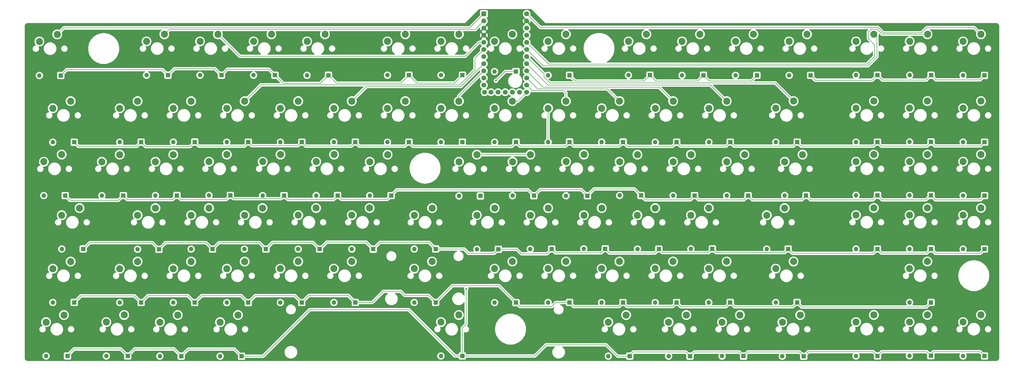
<source format=gbr>
G04 #@! TF.GenerationSoftware,KiCad,Pcbnew,8.0.0*
G04 #@! TF.CreationDate,2024-03-22T18:47:30-04:00*
G04 #@! TF.ProjectId,postmech2.1,706f7374-6d65-4636-9832-2e312e6b6963,2.1*
G04 #@! TF.SameCoordinates,Original*
G04 #@! TF.FileFunction,Copper,L2,Bot*
G04 #@! TF.FilePolarity,Positive*
%FSLAX46Y46*%
G04 Gerber Fmt 4.6, Leading zero omitted, Abs format (unit mm)*
G04 Created by KiCad (PCBNEW 8.0.0) date 2024-03-22 18:47:30*
%MOMM*%
%LPD*%
G01*
G04 APERTURE LIST*
G04 #@! TA.AperFunction,ComponentPad*
%ADD10C,2.500000*%
G04 #@! TD*
G04 #@! TA.AperFunction,ComponentPad*
%ADD11R,1.752600X1.752600*%
G04 #@! TD*
G04 #@! TA.AperFunction,ComponentPad*
%ADD12C,1.752600*%
G04 #@! TD*
G04 #@! TA.AperFunction,ComponentPad*
%ADD13R,1.600000X1.600000*%
G04 #@! TD*
G04 #@! TA.AperFunction,ComponentPad*
%ADD14O,1.600000X1.600000*%
G04 #@! TD*
G04 #@! TA.AperFunction,ViaPad*
%ADD15C,0.600000*%
G04 #@! TD*
G04 #@! TA.AperFunction,Conductor*
%ADD16C,0.200000*%
G04 #@! TD*
G04 APERTURE END LIST*
D10*
X271785000Y-113935000D03*
X278135000Y-111395000D03*
X68544000Y-113935000D03*
X74894000Y-111395000D03*
X93947000Y-152040000D03*
X100297000Y-149500000D03*
X89177000Y-171090000D03*
X95527000Y-168550000D03*
X289217000Y-171085000D03*
X295567000Y-168545000D03*
X54251400Y-132985000D03*
X60601400Y-130445000D03*
X259078200Y-132995000D03*
X265428200Y-130455000D03*
X170152000Y-94885000D03*
X176502000Y-92345000D03*
X284492000Y-94885000D03*
X290842000Y-92345000D03*
X284467000Y-152030000D03*
X290817000Y-149490000D03*
X132047000Y-152030000D03*
X138397000Y-149490000D03*
X252740000Y-113935000D03*
X259090000Y-111395000D03*
X355952100Y-71074900D03*
X362302100Y-68534900D03*
X310657000Y-171085000D03*
X317007000Y-168545000D03*
X336852100Y-171060000D03*
X343202100Y-168520000D03*
X274987000Y-71074900D03*
X281337000Y-68534900D03*
X233695000Y-113930000D03*
X240045000Y-111390000D03*
X227312000Y-94885000D03*
X233662000Y-92345000D03*
X255937000Y-71074900D03*
X262287000Y-68534900D03*
X305102600Y-132990000D03*
X311452600Y-130450000D03*
X87609000Y-113935000D03*
X93959000Y-111395000D03*
X220988200Y-132990000D03*
X227338200Y-130450000D03*
X355902100Y-152010000D03*
X362252100Y-149470000D03*
X208257000Y-152030000D03*
X214607000Y-149490000D03*
X47904000Y-113930000D03*
X54254000Y-111390000D03*
X113002000Y-152035000D03*
X119352000Y-149495000D03*
X110607000Y-171090000D03*
X116957000Y-168550000D03*
X248732000Y-171085000D03*
X255082000Y-168545000D03*
X113002000Y-94885000D03*
X119352000Y-92345000D03*
X278118200Y-132995000D03*
X284468200Y-130455000D03*
X138400800Y-132980000D03*
X144750800Y-130440000D03*
X51082000Y-94885000D03*
X57432000Y-92345000D03*
X141567000Y-71074900D03*
X147917000Y-68534900D03*
X189202000Y-94885000D03*
X195552000Y-92345000D03*
X93942000Y-94885000D03*
X100292000Y-92345000D03*
X103467000Y-71074900D03*
X109817000Y-68534900D03*
X374972100Y-113900000D03*
X381322100Y-111360000D03*
X119345800Y-132985000D03*
X125695800Y-130445000D03*
X313077000Y-71074900D03*
X319427000Y-68534900D03*
X157445800Y-132980000D03*
X163795800Y-130440000D03*
X179702000Y-132990000D03*
X186052000Y-130450000D03*
X100290800Y-132985000D03*
X106640800Y-130445000D03*
X374952100Y-71074900D03*
X381302100Y-68534900D03*
X355922100Y-113900000D03*
X362272100Y-111360000D03*
X290835000Y-113935000D03*
X297185000Y-111395000D03*
X106649000Y-113930000D03*
X112999000Y-111390000D03*
X265432000Y-94885000D03*
X271782000Y-92345000D03*
D11*
X204450000Y-61225000D03*
D12*
X204450000Y-63765000D03*
X204450000Y-66305000D03*
X204450000Y-68845000D03*
X204450000Y-71385000D03*
X204450000Y-73925000D03*
X204450000Y-76465000D03*
X204450000Y-79005000D03*
X204450000Y-81545000D03*
X204450000Y-84085000D03*
X204450000Y-86625000D03*
X204678600Y-89165000D03*
X219690000Y-89165000D03*
X219690000Y-86625000D03*
X219690000Y-84085000D03*
X219690000Y-81545000D03*
X219690000Y-79005000D03*
X219690000Y-76465000D03*
X219690000Y-73925000D03*
X219690000Y-71385000D03*
X219690000Y-68845000D03*
X219690000Y-66305000D03*
X219690000Y-63765000D03*
X219690000Y-61225000D03*
X206990000Y-89165000D03*
X209530000Y-89165000D03*
X212070000Y-89165000D03*
X214610000Y-89165000D03*
X217150000Y-89165000D03*
D10*
X240038200Y-132985000D03*
X246388200Y-130445000D03*
X208252000Y-94885000D03*
X214602000Y-92345000D03*
X125749000Y-113930000D03*
X132099000Y-111390000D03*
X51082000Y-152035000D03*
X57432000Y-149495000D03*
X163849000Y-113935000D03*
X170199000Y-111395000D03*
X46322000Y-71099900D03*
X52672000Y-68559900D03*
X214650000Y-113940000D03*
X221000000Y-111400000D03*
X336872100Y-113910000D03*
X343222100Y-111370000D03*
X227307000Y-152030000D03*
X233657000Y-149490000D03*
X144799000Y-113930000D03*
X151149000Y-111390000D03*
X336867100Y-132955000D03*
X343217100Y-130415000D03*
X355902100Y-171060000D03*
X362252100Y-168520000D03*
X122527000Y-71074900D03*
X128877000Y-68534900D03*
X336872100Y-71074900D03*
X343222100Y-68534900D03*
X132052000Y-94885000D03*
X138402000Y-92345000D03*
X48702000Y-171085000D03*
X55052000Y-168545000D03*
X374972100Y-94860000D03*
X381322100Y-92320000D03*
X374957100Y-171060000D03*
X381307100Y-168520000D03*
X74892000Y-94885000D03*
X81242000Y-92345000D03*
X189187000Y-171080000D03*
X195537000Y-168540000D03*
X270167000Y-171085000D03*
X276517000Y-168545000D03*
X294027000Y-71074900D03*
X300377000Y-68534900D03*
X308297000Y-94880000D03*
X314647000Y-92340000D03*
X311475000Y-113935000D03*
X317825000Y-111395000D03*
X201943200Y-132990000D03*
X208293200Y-130450000D03*
X227312000Y-71074900D03*
X233662000Y-68534900D03*
X355917100Y-132955000D03*
X362267100Y-130415000D03*
X208262000Y-71074900D03*
X214612000Y-68534900D03*
X81240800Y-132985000D03*
X87590800Y-130445000D03*
X355932100Y-94860000D03*
X362282100Y-92320000D03*
X74897000Y-152040000D03*
X81247000Y-149500000D03*
X70127000Y-171080000D03*
X76477000Y-168540000D03*
X246372000Y-94885000D03*
X252722000Y-92345000D03*
X246347000Y-152030000D03*
X252697000Y-149490000D03*
X170162000Y-71074900D03*
X176512000Y-68534900D03*
X195605000Y-113940000D03*
X201955000Y-111400000D03*
X265407000Y-152030000D03*
X271757000Y-149490000D03*
X84427000Y-71074900D03*
X90777000Y-68534900D03*
X151097000Y-152030000D03*
X157447000Y-149490000D03*
X179677000Y-152030000D03*
X186027000Y-149490000D03*
X336872100Y-94860000D03*
X343222100Y-92320000D03*
X189212000Y-71074900D03*
X195562000Y-68534900D03*
X374972100Y-132955000D03*
X381322100Y-130415000D03*
X151102000Y-94885000D03*
X157452000Y-92345000D03*
X308287000Y-152030000D03*
X314637000Y-149490000D03*
D13*
X263517000Y-83114900D03*
D14*
X255897000Y-83114900D03*
D13*
X247627000Y-144975000D03*
D14*
X240007000Y-144975000D03*
D13*
X260367000Y-125950000D03*
D14*
X252747000Y-125950000D03*
D13*
X273017000Y-164100000D03*
D14*
X265397000Y-164100000D03*
D13*
X312717000Y-145050000D03*
D14*
X305097000Y-145050000D03*
D13*
X315937000Y-106950000D03*
D14*
X308317000Y-106950000D03*
D13*
X382592100Y-125990000D03*
D14*
X374972100Y-125990000D03*
D13*
X95227000Y-125960000D03*
D14*
X87607000Y-125960000D03*
D13*
X196817000Y-106950000D03*
D14*
X189197000Y-106950000D03*
D13*
X177772000Y-83104900D03*
D14*
X170152000Y-83104900D03*
D13*
X228592000Y-145050000D03*
D14*
X220972000Y-145050000D03*
D13*
X56327000Y-183150000D03*
D14*
X48707000Y-183150000D03*
D13*
X55507000Y-125990000D03*
D14*
X47887000Y-125990000D03*
D13*
X222267000Y-126030000D03*
D14*
X214647000Y-126030000D03*
D13*
X285727000Y-145000000D03*
D14*
X278107000Y-145000000D03*
D13*
X363542100Y-125940000D03*
D14*
X355922100Y-125940000D03*
D13*
X158707000Y-106940000D03*
D14*
X151087000Y-106940000D03*
D13*
X215872000Y-81814900D03*
D14*
X208252000Y-81814900D03*
D13*
X92047000Y-83104900D03*
D14*
X84427000Y-83104900D03*
D13*
X76177000Y-126010000D03*
D14*
X68557000Y-126010000D03*
D13*
X58707000Y-106980000D03*
D14*
X51087000Y-106980000D03*
D13*
X344482100Y-106950000D03*
D14*
X336862100Y-106950000D03*
D13*
X165092000Y-145075000D03*
D14*
X157472000Y-145075000D03*
D13*
X139677000Y-106960000D03*
D14*
X132057000Y-106960000D03*
D13*
X53927000Y-83214900D03*
D14*
X46307000Y-83214900D03*
D13*
X253967000Y-164100000D03*
D14*
X246347000Y-164100000D03*
D13*
X171464000Y-126000000D03*
D14*
X163844000Y-126000000D03*
D13*
X344487100Y-183125000D03*
D14*
X336867100Y-183125000D03*
D13*
X241300000Y-126050000D03*
D14*
X233680000Y-126050000D03*
D13*
X344492100Y-125900000D03*
D14*
X336872100Y-125900000D03*
D13*
X301597000Y-83164900D03*
D14*
X293977000Y-83164900D03*
D13*
X152407000Y-125970000D03*
D14*
X144787000Y-125970000D03*
D13*
X120607000Y-164125000D03*
D14*
X112987000Y-164125000D03*
D13*
X130127000Y-83114900D03*
D14*
X122507000Y-83114900D03*
D13*
X363537100Y-164070000D03*
D14*
X355917100Y-164070000D03*
D13*
X96792000Y-183200000D03*
D14*
X89172000Y-183200000D03*
D13*
X158717000Y-164075000D03*
D14*
X151097000Y-164075000D03*
D13*
X215892000Y-164125000D03*
D14*
X208272000Y-164125000D03*
D13*
X187292000Y-164075000D03*
D14*
X179672000Y-164075000D03*
D13*
X215887000Y-106960000D03*
D14*
X208267000Y-106960000D03*
D13*
X196797000Y-183150000D03*
D14*
X189177000Y-183150000D03*
D13*
X58702000Y-164075000D03*
D14*
X51082000Y-164075000D03*
D13*
X363582100Y-83114900D03*
D14*
X355962100Y-83114900D03*
D13*
X61902000Y-145025000D03*
D14*
X54282000Y-145025000D03*
D13*
X292092000Y-164075000D03*
D14*
X284472000Y-164075000D03*
D13*
X101567000Y-164100000D03*
D14*
X93947000Y-164100000D03*
D13*
X382572100Y-145050000D03*
D14*
X374952100Y-145050000D03*
D13*
X363552100Y-106900000D03*
D14*
X355932100Y-106900000D03*
D13*
X320707000Y-83164900D03*
D14*
X313087000Y-83164900D03*
D13*
X363542100Y-145010000D03*
D14*
X355922100Y-145010000D03*
D13*
X363497100Y-183075000D03*
D14*
X355877100Y-183075000D03*
D13*
X114267000Y-125930000D03*
D14*
X106647000Y-125930000D03*
D13*
X82517000Y-106960000D03*
D14*
X74897000Y-106960000D03*
D13*
X77742000Y-183150000D03*
D14*
X70122000Y-183150000D03*
D13*
X382562100Y-183150000D03*
D14*
X374942100Y-183150000D03*
D13*
X292117000Y-106950000D03*
D14*
X284497000Y-106950000D03*
D13*
X266727000Y-145050000D03*
D14*
X259107000Y-145050000D03*
D13*
X273037000Y-106980000D03*
D14*
X265417000Y-106980000D03*
D13*
X279407000Y-126010000D03*
D14*
X271787000Y-126010000D03*
D13*
X277807000Y-183200000D03*
D14*
X270187000Y-183200000D03*
D13*
X118227000Y-183225000D03*
D14*
X110607000Y-183225000D03*
D13*
X382562100Y-83174900D03*
D14*
X374942100Y-83174900D03*
D13*
X126892000Y-145050000D03*
D14*
X119272000Y-145050000D03*
D13*
X344482100Y-83094900D03*
D14*
X336862100Y-83094900D03*
D13*
X107917000Y-145050000D03*
D14*
X100297000Y-145050000D03*
D13*
X196842000Y-83104900D03*
D14*
X189222000Y-83104900D03*
D13*
X319097000Y-125960000D03*
D14*
X311477000Y-125960000D03*
D13*
X120627000Y-106950000D03*
D14*
X113007000Y-106950000D03*
D13*
X146017000Y-145050000D03*
D14*
X138397000Y-145050000D03*
D13*
X82517000Y-164095000D03*
D14*
X74897000Y-164095000D03*
D13*
X133364000Y-126000000D03*
D14*
X125744000Y-126000000D03*
D13*
X382592100Y-106940000D03*
D14*
X374972100Y-106940000D03*
D13*
X282587000Y-83144900D03*
D14*
X274967000Y-83144900D03*
D13*
X187317000Y-145025000D03*
D14*
X179697000Y-145025000D03*
D13*
X315902000Y-164075000D03*
D14*
X308282000Y-164075000D03*
D13*
X209592000Y-145125000D03*
D14*
X201972000Y-145125000D03*
D13*
X234932000Y-83134900D03*
D14*
X227312000Y-83134900D03*
D13*
X139667000Y-164100000D03*
D14*
X132047000Y-164100000D03*
D13*
X234927000Y-164075000D03*
D14*
X227307000Y-164075000D03*
D13*
X298477000Y-126010000D03*
D14*
X290857000Y-126010000D03*
D13*
X88867000Y-145125000D03*
D14*
X81247000Y-145125000D03*
D13*
X253987000Y-106930000D03*
D14*
X246367000Y-106930000D03*
D13*
X203227000Y-126120000D03*
D14*
X195607000Y-126120000D03*
D13*
X111087000Y-83104900D03*
D14*
X103467000Y-83104900D03*
D13*
X234947000Y-106920000D03*
D14*
X227327000Y-106920000D03*
D13*
X101597000Y-106930000D03*
D14*
X93977000Y-106930000D03*
D13*
X177777000Y-106960000D03*
D14*
X170157000Y-106960000D03*
D13*
X149157000Y-83134900D03*
D14*
X141537000Y-83134900D03*
D13*
X318257000Y-183225000D03*
D14*
X310637000Y-183225000D03*
D13*
X296817000Y-183175000D03*
D14*
X289197000Y-183175000D03*
D13*
X344472100Y-145040000D03*
D14*
X336852100Y-145040000D03*
D13*
X256342000Y-183200000D03*
D14*
X248722000Y-183200000D03*
D15*
X208750000Y-85050000D03*
X198190000Y-159200000D03*
D16*
X361847000Y-84850000D02*
X346237200Y-84850000D01*
X365267200Y-84800000D02*
X363582100Y-83114900D01*
X92095100Y-83104900D02*
X94400000Y-80800000D01*
X284592100Y-85150000D02*
X282587000Y-83144900D01*
X321737000Y-84194900D02*
X320707000Y-83164900D01*
X344482100Y-83094900D02*
X342677000Y-84900000D01*
X177772000Y-83104900D02*
X177772000Y-83078000D01*
X282587000Y-83144900D02*
X280531900Y-85200000D01*
X113150000Y-81000000D02*
X128012100Y-81000000D01*
X346237200Y-84850000D02*
X344482100Y-83094900D01*
X108782100Y-80800000D02*
X111087000Y-83104900D01*
X211985100Y-81814900D02*
X208750000Y-85050000D01*
X236997100Y-85200000D02*
X234932000Y-83134900D01*
X263517000Y-83114900D02*
X261431900Y-85200000D01*
X94400000Y-80800000D02*
X108782100Y-80800000D01*
X180604000Y-85910000D02*
X194036900Y-85910000D01*
X130185100Y-83114900D02*
X133100200Y-86030000D01*
X215872000Y-81814900D02*
X211985100Y-81814900D01*
X194036900Y-85910000D02*
X196842000Y-83104900D01*
X56041900Y-81100000D02*
X90042100Y-81100000D01*
X53927000Y-83214900D02*
X56041900Y-81100000D01*
X111087000Y-83104900D02*
X111087000Y-83063000D01*
X382562100Y-83174900D02*
X380937000Y-84800000D01*
X322350000Y-84900000D02*
X321737000Y-84287000D01*
X128012100Y-81000000D02*
X130127000Y-83114900D01*
X301597000Y-83164900D02*
X299611900Y-85150000D01*
X92047000Y-83104900D02*
X92095100Y-83104900D01*
X177772000Y-83078000D02*
X180604000Y-85910000D01*
X342677000Y-84900000D02*
X322350000Y-84900000D01*
X380937000Y-84800000D02*
X365267200Y-84800000D01*
X92047000Y-83104900D02*
X92145100Y-83104900D01*
X280531900Y-85200000D02*
X265602100Y-85200000D01*
X90042100Y-81100000D02*
X92047000Y-83104900D01*
X146261900Y-86030000D02*
X149157000Y-83134900D01*
X111087000Y-83063000D02*
X113150000Y-81000000D01*
X133100200Y-86030000D02*
X146261900Y-86030000D01*
X363582100Y-83114900D02*
X361847000Y-84850000D01*
X265602100Y-85200000D02*
X263517000Y-83114900D01*
X321737000Y-84287000D02*
X321737000Y-84194900D01*
X261431900Y-85200000D02*
X236997100Y-85200000D01*
X174906900Y-85970000D02*
X177772000Y-83104900D01*
X130127000Y-83114900D02*
X130185100Y-83114900D01*
X299611900Y-85150000D02*
X284592100Y-85150000D01*
X151992100Y-85970000D02*
X174906900Y-85970000D01*
X149157000Y-83134900D02*
X151992100Y-85970000D01*
X317387000Y-108400000D02*
X315937000Y-106950000D01*
X236377000Y-108350000D02*
X234947000Y-106920000D01*
X273037000Y-106980000D02*
X271567000Y-108450000D01*
X157247000Y-108400000D02*
X141117000Y-108400000D01*
X121927000Y-108250000D02*
X120627000Y-106950000D01*
X103067000Y-108400000D02*
X101597000Y-106930000D01*
X80900000Y-108500000D02*
X60227000Y-108500000D01*
X252567000Y-108350000D02*
X236377000Y-108350000D01*
X101520000Y-106930000D02*
X99900000Y-108550000D01*
X120627000Y-107023000D02*
X119250000Y-108400000D01*
X253987000Y-106930000D02*
X252567000Y-108350000D01*
X271567000Y-108450000D02*
X255507000Y-108450000D01*
X139590000Y-106960000D02*
X138300000Y-108250000D01*
X364952100Y-108300000D02*
X363552100Y-106900000D01*
X382592100Y-106940000D02*
X381232100Y-108300000D01*
X293567000Y-108400000D02*
X292117000Y-106950000D01*
X179267000Y-108450000D02*
X177777000Y-106960000D01*
X176337000Y-108400000D02*
X160167000Y-108400000D01*
X82440000Y-106960000D02*
X80900000Y-108500000D01*
X216947000Y-108020000D02*
X215887000Y-106960000D01*
X343032100Y-108400000D02*
X317387000Y-108400000D01*
X290667000Y-108400000D02*
X274457000Y-108400000D01*
X344482100Y-106950000D02*
X343032100Y-108400000D01*
X363552100Y-106900000D02*
X362102100Y-108350000D01*
X315937000Y-106950000D02*
X314487000Y-108400000D01*
X119250000Y-108400000D02*
X103067000Y-108400000D01*
X99900000Y-108550000D02*
X84107000Y-108550000D01*
X158707000Y-106940000D02*
X157247000Y-108400000D01*
X292117000Y-106950000D02*
X290667000Y-108400000D01*
X217200000Y-108350000D02*
X216947000Y-108097000D01*
X381232100Y-108300000D02*
X364952100Y-108300000D01*
X84107000Y-108550000D02*
X82517000Y-106960000D01*
X138300000Y-108250000D02*
X121927000Y-108250000D01*
X216947000Y-108097000D02*
X216947000Y-108020000D01*
X234947000Y-106920000D02*
X233517000Y-108350000D01*
X177777000Y-106960000D02*
X176337000Y-108400000D01*
X139677000Y-106960000D02*
X139590000Y-106960000D01*
X345882100Y-108350000D02*
X344482100Y-106950000D01*
X141117000Y-108400000D02*
X139677000Y-106960000D01*
X120627000Y-106950000D02*
X120627000Y-107023000D01*
X82517000Y-106960000D02*
X82440000Y-106960000D01*
X255507000Y-108450000D02*
X253987000Y-106930000D01*
X101597000Y-106930000D02*
X101520000Y-106930000D01*
X314487000Y-108400000D02*
X293567000Y-108400000D01*
X60227000Y-108500000D02*
X58707000Y-106980000D01*
X215887000Y-106960000D02*
X214397000Y-108450000D01*
X362102100Y-108350000D02*
X345882100Y-108350000D01*
X214397000Y-108450000D02*
X179267000Y-108450000D01*
X233517000Y-108350000D02*
X217200000Y-108350000D01*
X160167000Y-108400000D02*
X158707000Y-106940000D01*
X274457000Y-108400000D02*
X273037000Y-106980000D01*
X118227000Y-183225000D02*
X125925000Y-183225000D01*
X364400000Y-181650000D02*
X363497100Y-182552900D01*
X344487100Y-183125000D02*
X342962100Y-181600000D01*
X381062100Y-181650000D02*
X364400000Y-181650000D01*
X56327000Y-182973000D02*
X58650000Y-180650000D01*
X58650000Y-180650000D02*
X75242000Y-180650000D01*
X194200000Y-183150000D02*
X196797000Y-183150000D01*
X363497100Y-182552900D02*
X363497100Y-183075000D01*
X298242000Y-181750000D02*
X296817000Y-183175000D01*
X279257000Y-181750000D02*
X277807000Y-183200000D01*
X319882000Y-181600000D02*
X318257000Y-183225000D01*
X256342000Y-183200000D02*
X252000000Y-183200000D01*
X125925000Y-183225000D02*
X142500000Y-166650000D01*
X96800000Y-183200000D02*
X99300000Y-180700000D01*
X256342000Y-183158000D02*
X256450000Y-183050000D01*
X99300000Y-180700000D02*
X115702000Y-180700000D01*
X80242000Y-180650000D02*
X94242000Y-180650000D01*
X56327000Y-183150000D02*
X56327000Y-182973000D01*
X256342000Y-182958000D02*
X256342000Y-183200000D01*
X277807000Y-183200000D02*
X276357000Y-181750000D01*
X198190000Y-159200000D02*
X198190000Y-171774588D01*
X247950000Y-179150000D02*
X226550000Y-179150000D01*
X96792000Y-183200000D02*
X96800000Y-183200000D01*
X363497100Y-183075000D02*
X362022100Y-181600000D01*
X142500000Y-166650000D02*
X177700000Y-166650000D01*
X77742000Y-183150000D02*
X80242000Y-180650000D01*
X316782000Y-181750000D02*
X298242000Y-181750000D01*
X346012100Y-181600000D02*
X344487100Y-183125000D01*
X276357000Y-181750000D02*
X257550000Y-181750000D01*
X198190000Y-171774588D02*
X196797000Y-173167588D01*
X115702000Y-180700000D02*
X118227000Y-183225000D01*
X75242000Y-180650000D02*
X77742000Y-183150000D01*
X226550000Y-179150000D02*
X222550000Y-183150000D01*
X382562100Y-183150000D02*
X381062100Y-181650000D01*
X177700000Y-166650000D02*
X194200000Y-183150000D01*
X256342000Y-183200000D02*
X256342000Y-183158000D01*
X94242000Y-180650000D02*
X96792000Y-183200000D01*
X196797000Y-173167588D02*
X196797000Y-183150000D01*
X295392000Y-181750000D02*
X279257000Y-181750000D01*
X318257000Y-183225000D02*
X316782000Y-181750000D01*
X222550000Y-183150000D02*
X196797000Y-183150000D01*
X362022100Y-181600000D02*
X346012100Y-181600000D01*
X296817000Y-183175000D02*
X295392000Y-181750000D01*
X252000000Y-183200000D02*
X247950000Y-179150000D01*
X257550000Y-181750000D02*
X256342000Y-182958000D01*
X342962100Y-181600000D02*
X319882000Y-181600000D01*
X227312000Y-106905000D02*
X227327000Y-106920000D01*
X227312000Y-94885000D02*
X227312000Y-106905000D01*
X280947000Y-127550000D02*
X279407000Y-126010000D01*
X173514000Y-123950000D02*
X171464000Y-126000000D01*
X279407000Y-126010000D02*
X277867000Y-127550000D01*
X346092100Y-127500000D02*
X344492100Y-125900000D01*
X382592100Y-125990000D02*
X381032100Y-127550000D01*
X243600000Y-123650000D02*
X241300000Y-125950000D01*
X277867000Y-127550000D02*
X261967000Y-127550000D01*
X153787000Y-127350000D02*
X152407000Y-125970000D01*
X220187000Y-123950000D02*
X173514000Y-123950000D01*
X77617000Y-127450000D02*
X76177000Y-126010000D01*
X363542100Y-125940000D02*
X363310000Y-125940000D01*
X133364000Y-126000000D02*
X132264000Y-127100000D01*
X96717000Y-127450000D02*
X95227000Y-125960000D01*
X93700000Y-127450000D02*
X77617000Y-127450000D01*
X342892100Y-127500000D02*
X320637000Y-127500000D01*
X171464000Y-126000000D02*
X170114000Y-127350000D01*
X115437000Y-127100000D02*
X114267000Y-125930000D01*
X296937000Y-127550000D02*
X280947000Y-127550000D01*
X361750000Y-127500000D02*
X346092100Y-127500000D01*
X261967000Y-127550000D02*
X260367000Y-125950000D01*
X241300000Y-126050000D02*
X239100000Y-123850000D01*
X320637000Y-127500000D02*
X319097000Y-125960000D01*
X300400000Y-127550000D02*
X300017000Y-127550000D01*
X152407000Y-125970000D02*
X150977000Y-127400000D01*
X150977000Y-127400000D02*
X134764000Y-127400000D01*
X260367000Y-125950000D02*
X258067000Y-123650000D01*
X114267000Y-125930000D02*
X114267000Y-125933000D01*
X239100000Y-123850000D02*
X224447000Y-123850000D01*
X112750000Y-127450000D02*
X96717000Y-127450000D01*
X95227000Y-125960000D02*
X95190000Y-125960000D01*
X381032100Y-127550000D02*
X365152100Y-127550000D01*
X258067000Y-123650000D02*
X243600000Y-123650000D01*
X170114000Y-127350000D02*
X153787000Y-127350000D01*
X319097000Y-125960000D02*
X317557000Y-127500000D01*
X300017000Y-127550000D02*
X298477000Y-126010000D01*
X300450000Y-127500000D02*
X300400000Y-127550000D01*
X132264000Y-127100000D02*
X115437000Y-127100000D01*
X317557000Y-127500000D02*
X300450000Y-127500000D01*
X224447000Y-123850000D02*
X222267000Y-126030000D01*
X241300000Y-125950000D02*
X241300000Y-126050000D01*
X114267000Y-125933000D02*
X112750000Y-127450000D01*
X95190000Y-125960000D02*
X93700000Y-127450000D01*
X344492100Y-125900000D02*
X342892100Y-127500000D01*
X74450000Y-127650000D02*
X57167000Y-127650000D01*
X76090000Y-126010000D02*
X74450000Y-127650000D01*
X134764000Y-127400000D02*
X133364000Y-126000000D01*
X363310000Y-125940000D02*
X361750000Y-127500000D01*
X298477000Y-126010000D02*
X296937000Y-127550000D01*
X365152100Y-127550000D02*
X363542100Y-125940000D01*
X57167000Y-127650000D02*
X55507000Y-125990000D01*
X76177000Y-126010000D02*
X76090000Y-126010000D01*
X222267000Y-126030000D02*
X220187000Y-123950000D01*
X208167000Y-146550000D02*
X209592000Y-145125000D01*
X167500000Y-142650000D02*
X184942000Y-142650000D01*
X265327000Y-146450000D02*
X266727000Y-145050000D01*
X107917000Y-145050000D02*
X110217000Y-142750000D01*
X363542100Y-145010000D02*
X362052100Y-146500000D01*
X268027000Y-146350000D02*
X266727000Y-145050000D01*
X162617000Y-142600000D02*
X165092000Y-145075000D01*
X284377000Y-146350000D02*
X268027000Y-146350000D01*
X229617000Y-146075000D02*
X229617000Y-146167000D01*
X314217000Y-146550000D02*
X312717000Y-145050000D01*
X146100000Y-145050000D02*
X148550000Y-142600000D01*
X86492000Y-142750000D02*
X88867000Y-145125000D01*
X362052100Y-146500000D02*
X345932100Y-146500000D01*
X126900000Y-145050000D02*
X129250000Y-142700000D01*
X342962100Y-146550000D02*
X314217000Y-146550000D01*
X184942000Y-142650000D02*
X187317000Y-145025000D01*
X216175000Y-145125000D02*
X217800000Y-146750000D01*
X365082100Y-146550000D02*
X363542100Y-145010000D01*
X88867000Y-145125000D02*
X91100000Y-142892000D01*
X229617000Y-146167000D02*
X229850000Y-146400000D01*
X209592000Y-145125000D02*
X216175000Y-145125000D01*
X344472100Y-145040000D02*
X342962100Y-146550000D01*
X228592000Y-145050000D02*
X229617000Y-146075000D01*
X382572100Y-145050000D02*
X381072100Y-146550000D01*
X61902000Y-145025000D02*
X61975000Y-145025000D01*
X285727000Y-145000000D02*
X284377000Y-146350000D01*
X105617000Y-142750000D02*
X107917000Y-145050000D01*
X312717000Y-145050000D02*
X311417000Y-146350000D01*
X129250000Y-142700000D02*
X143667000Y-142700000D01*
X64250000Y-142750000D02*
X86492000Y-142750000D01*
X197425000Y-145025000D02*
X198950000Y-146550000D01*
X198950000Y-146550000D02*
X208167000Y-146550000D01*
X381072100Y-146550000D02*
X365082100Y-146550000D01*
X165092000Y-145058000D02*
X167500000Y-142650000D01*
X143667000Y-142700000D02*
X146017000Y-145050000D01*
X165092000Y-145075000D02*
X165092000Y-145058000D01*
X246202000Y-146400000D02*
X247627000Y-144975000D01*
X61975000Y-145025000D02*
X64250000Y-142750000D01*
X124592000Y-142750000D02*
X126892000Y-145050000D01*
X187317000Y-145025000D02*
X197425000Y-145025000D01*
X217800000Y-146750000D02*
X226892000Y-146750000D01*
X311417000Y-146350000D02*
X287077000Y-146350000D01*
X146017000Y-145050000D02*
X146100000Y-145050000D01*
X148550000Y-142600000D02*
X162617000Y-142600000D01*
X249102000Y-146450000D02*
X265327000Y-146450000D01*
X229850000Y-146400000D02*
X246202000Y-146400000D01*
X110217000Y-142750000D02*
X124592000Y-142750000D01*
X287077000Y-146350000D02*
X285727000Y-145000000D01*
X226892000Y-146750000D02*
X228592000Y-145050000D01*
X126892000Y-145050000D02*
X126900000Y-145050000D01*
X91100000Y-142750000D02*
X105617000Y-142750000D01*
X345932100Y-146500000D02*
X344472100Y-145040000D01*
X247627000Y-144975000D02*
X249102000Y-146450000D01*
X91100000Y-142892000D02*
X91100000Y-142750000D01*
X215892000Y-164125000D02*
X209887000Y-158120000D01*
X314377000Y-165600000D02*
X293617000Y-165600000D01*
X317527000Y-165700000D02*
X315902000Y-164075000D01*
X118132000Y-161650000D02*
X120607000Y-164125000D01*
X290567000Y-165600000D02*
X274517000Y-165600000D01*
X363537100Y-164070000D02*
X361907100Y-165700000D01*
X255367000Y-165500000D02*
X253967000Y-164100000D01*
X137217000Y-161650000D02*
X139667000Y-164100000D01*
X293617000Y-165600000D02*
X292092000Y-164075000D01*
X156242000Y-161600000D02*
X158717000Y-164075000D01*
X174900000Y-160150000D02*
X176300000Y-161550000D01*
X315902000Y-164075000D02*
X314377000Y-165600000D01*
X101567000Y-164100000D02*
X101600000Y-164100000D01*
X58702000Y-164075000D02*
X58725000Y-164075000D01*
X230025000Y-164075000D02*
X228600000Y-165500000D01*
X123082000Y-161650000D02*
X137217000Y-161650000D01*
X228600000Y-165500000D02*
X217267000Y-165500000D01*
X292092000Y-164075000D02*
X290567000Y-165600000D01*
X253967000Y-164100000D02*
X252517000Y-165550000D01*
X61100000Y-161700000D02*
X80122000Y-161700000D01*
X104050000Y-161650000D02*
X118132000Y-161650000D01*
X80122000Y-161700000D02*
X82517000Y-164095000D01*
X82517000Y-164095000D02*
X82517000Y-164083000D01*
X84950000Y-161650000D02*
X99117000Y-161650000D01*
X142150000Y-161600000D02*
X156242000Y-161600000D01*
X164725000Y-164075000D02*
X168650000Y-160150000D01*
X142150000Y-161617000D02*
X142150000Y-161600000D01*
X273017000Y-164100000D02*
X271617000Y-165500000D01*
X209887000Y-158120000D02*
X193247000Y-158120000D01*
X193247000Y-158120000D02*
X187292000Y-164075000D01*
X274517000Y-165600000D02*
X273017000Y-164100000D01*
X184767000Y-161550000D02*
X187292000Y-164075000D01*
X120607000Y-164125000D02*
X123082000Y-161650000D01*
X139667000Y-164100000D02*
X142150000Y-161617000D01*
X99117000Y-161650000D02*
X101567000Y-164100000D01*
X217267000Y-165500000D02*
X215892000Y-164125000D01*
X168650000Y-160150000D02*
X174900000Y-160150000D01*
X101600000Y-164100000D02*
X104050000Y-161650000D01*
X82517000Y-164083000D02*
X84950000Y-161650000D01*
X234927000Y-164075000D02*
X230025000Y-164075000D01*
X176300000Y-161550000D02*
X184767000Y-161550000D01*
X361907100Y-165700000D02*
X317527000Y-165700000D01*
X158717000Y-164075000D02*
X164725000Y-164075000D01*
X271617000Y-165500000D02*
X255367000Y-165500000D01*
X58725000Y-164075000D02*
X61100000Y-161700000D01*
X236402000Y-165550000D02*
X234927000Y-164075000D01*
X252517000Y-165550000D02*
X236402000Y-165550000D01*
X54971900Y-66260000D02*
X52672000Y-68559900D01*
X204450000Y-61225000D02*
X199415000Y-66260000D01*
X199415000Y-66260000D02*
X54971900Y-66260000D01*
X90777000Y-68534900D02*
X92501900Y-66810000D01*
X92501900Y-66810000D02*
X201405000Y-66810000D01*
X201405000Y-66810000D02*
X204450000Y-63765000D01*
X197800000Y-76350000D02*
X117632100Y-76350000D01*
X202765000Y-71385000D02*
X197800000Y-76350000D01*
X117632100Y-76350000D02*
X109817000Y-68534900D01*
X204450000Y-71385000D02*
X202765000Y-71385000D01*
X201300000Y-77075000D02*
X201300000Y-81100000D01*
X125187000Y-86510000D02*
X119352000Y-92345000D01*
X201300000Y-81100000D02*
X195890000Y-86510000D01*
X204450000Y-73925000D02*
X201300000Y-77075000D01*
X195890000Y-86510000D02*
X125187000Y-86510000D01*
X204450000Y-79005000D02*
X196305000Y-87150000D01*
X196305000Y-87150000D02*
X162647000Y-87150000D01*
X162647000Y-87150000D02*
X157452000Y-92345000D01*
X195552000Y-90443000D02*
X195552000Y-92345000D01*
X204450000Y-81545000D02*
X195552000Y-90443000D01*
X221000000Y-111400000D02*
X201955000Y-111400000D01*
X216510000Y-92345000D02*
X214602000Y-92345000D01*
X219690000Y-89165000D02*
X216510000Y-92345000D01*
X221665000Y-88600000D02*
X232875000Y-88600000D01*
X233662000Y-89387000D02*
X233662000Y-92345000D01*
X219690000Y-86625000D02*
X221665000Y-88600000D01*
X232875000Y-88600000D02*
X233662000Y-89387000D01*
X223605000Y-88000000D02*
X248377000Y-88000000D01*
X219690000Y-84085000D02*
X223605000Y-88000000D01*
X248377000Y-88000000D02*
X252722000Y-92345000D01*
X219690000Y-81545000D02*
X225495000Y-87350000D01*
X225495000Y-87350000D02*
X266787000Y-87350000D01*
X266787000Y-87350000D02*
X271782000Y-92345000D01*
X285097000Y-86600000D02*
X290842000Y-92345000D01*
X227285000Y-86600000D02*
X285097000Y-86600000D01*
X219690000Y-79005000D02*
X227285000Y-86600000D01*
X308197000Y-85890000D02*
X314647000Y-92340000D01*
X225860000Y-83780000D02*
X227970000Y-85890000D01*
X219690000Y-76465000D02*
X225860000Y-82635000D01*
X227970000Y-85890000D02*
X308197000Y-85890000D01*
X225860000Y-82635000D02*
X225860000Y-83780000D01*
X343222100Y-68534900D02*
X343244900Y-68534900D01*
X338710000Y-79775000D02*
X225540000Y-79775000D01*
X344280000Y-76610000D02*
X341120000Y-79770000D01*
X344280000Y-69570000D02*
X344280000Y-76610000D01*
X343244900Y-68534900D02*
X344280000Y-69570000D01*
X341120000Y-79770000D02*
X338715000Y-79770000D01*
X225540000Y-79775000D02*
X219690000Y-73925000D01*
X344360000Y-66700000D02*
X346194900Y-68534900D01*
X342340000Y-66700000D02*
X344360000Y-66700000D01*
X340722482Y-79177518D02*
X343470000Y-76430000D01*
X227482518Y-79177518D02*
X340722482Y-79177518D01*
X343470000Y-76430000D02*
X343470000Y-72280000D01*
X343470000Y-72280000D02*
X341230000Y-70040000D01*
X341230000Y-70040000D02*
X341230000Y-67710000D01*
X346194900Y-68534900D02*
X362302100Y-68534900D01*
X219690000Y-71385000D02*
X227482518Y-79177518D01*
X341230000Y-67710000D02*
X342290000Y-66650000D01*
X342290000Y-66650000D02*
X342340000Y-66700000D01*
X378947200Y-66180000D02*
X381302100Y-68534900D01*
X360170000Y-68000000D02*
X361990000Y-66180000D01*
X346620000Y-68040000D02*
X346660000Y-68000000D01*
X361990000Y-66180000D02*
X378947200Y-66180000D01*
X224565000Y-66100000D02*
X344680000Y-66100000D01*
X344680000Y-66100000D02*
X346620000Y-68040000D01*
X346660000Y-68000000D02*
X360170000Y-68000000D01*
X219690000Y-61225000D02*
X224565000Y-66100000D01*
G04 #@! TA.AperFunction,Conductor*
G36*
X221267728Y-63654040D02*
G01*
X221282223Y-63666458D01*
X224080139Y-66464374D01*
X224080149Y-66464385D01*
X224084479Y-66468715D01*
X224084480Y-66468716D01*
X224196284Y-66580520D01*
X224279763Y-66628716D01*
X224333215Y-66659577D01*
X224485943Y-66700500D01*
X224644057Y-66700500D01*
X232893402Y-66700500D01*
X232960441Y-66720185D01*
X233006196Y-66772989D01*
X233016140Y-66842147D01*
X232987115Y-66905703D01*
X232947203Y-66936220D01*
X232784303Y-67014667D01*
X232784302Y-67014668D01*
X232567520Y-67162467D01*
X232375198Y-67340914D01*
X232211614Y-67546043D01*
X232080432Y-67773256D01*
X231984582Y-68017478D01*
X231984576Y-68017497D01*
X231926197Y-68273274D01*
X231926196Y-68273279D01*
X231906592Y-68534895D01*
X231906592Y-68534904D01*
X231926196Y-68796520D01*
X231926197Y-68796525D01*
X231984576Y-69052302D01*
X231984578Y-69052311D01*
X231984580Y-69052316D01*
X232080432Y-69296543D01*
X232211614Y-69523757D01*
X232292760Y-69625511D01*
X232375198Y-69728885D01*
X232518031Y-69861413D01*
X232567521Y-69907333D01*
X232784296Y-70055128D01*
X232784301Y-70055130D01*
X232784302Y-70055131D01*
X232784303Y-70055132D01*
X232900405Y-70111043D01*
X233020673Y-70168961D01*
X233020674Y-70168961D01*
X233020677Y-70168963D01*
X233271385Y-70246296D01*
X233530818Y-70285400D01*
X233793182Y-70285400D01*
X234052615Y-70246296D01*
X234303323Y-70168963D01*
X234539704Y-70055128D01*
X234756479Y-69907333D01*
X234948805Y-69728881D01*
X235112386Y-69523757D01*
X235243568Y-69296543D01*
X235339420Y-69052316D01*
X235397802Y-68796530D01*
X235397803Y-68796520D01*
X235417408Y-68534904D01*
X235417408Y-68534895D01*
X235397803Y-68273279D01*
X235397802Y-68273274D01*
X235397802Y-68273270D01*
X235339420Y-68017484D01*
X235243568Y-67773257D01*
X235112386Y-67546043D01*
X234948805Y-67340919D01*
X234948804Y-67340918D01*
X234948801Y-67340914D01*
X234756479Y-67162467D01*
X234743396Y-67153547D01*
X234539704Y-67014672D01*
X234539700Y-67014670D01*
X234539697Y-67014668D01*
X234539696Y-67014667D01*
X234376797Y-66936220D01*
X234324937Y-66889398D01*
X234306624Y-66821971D01*
X234327672Y-66755347D01*
X234381398Y-66710678D01*
X234430598Y-66700500D01*
X261518402Y-66700500D01*
X261585441Y-66720185D01*
X261631196Y-66772989D01*
X261641140Y-66842147D01*
X261612115Y-66905703D01*
X261572203Y-66936220D01*
X261409303Y-67014667D01*
X261409302Y-67014668D01*
X261192520Y-67162467D01*
X261000198Y-67340914D01*
X260836614Y-67546043D01*
X260705432Y-67773256D01*
X260609582Y-68017478D01*
X260609576Y-68017497D01*
X260551197Y-68273274D01*
X260551196Y-68273279D01*
X260531592Y-68534895D01*
X260531592Y-68534904D01*
X260551196Y-68796520D01*
X260551197Y-68796525D01*
X260609576Y-69052302D01*
X260609578Y-69052311D01*
X260609580Y-69052316D01*
X260705432Y-69296543D01*
X260836614Y-69523757D01*
X260917760Y-69625511D01*
X261000198Y-69728885D01*
X261143031Y-69861413D01*
X261192521Y-69907333D01*
X261409296Y-70055128D01*
X261409301Y-70055130D01*
X261409302Y-70055131D01*
X261409303Y-70055132D01*
X261525405Y-70111043D01*
X261645673Y-70168961D01*
X261645674Y-70168961D01*
X261645677Y-70168963D01*
X261896385Y-70246296D01*
X262155818Y-70285400D01*
X262418182Y-70285400D01*
X262677615Y-70246296D01*
X262928323Y-70168963D01*
X263164704Y-70055128D01*
X263381479Y-69907333D01*
X263573805Y-69728881D01*
X263737386Y-69523757D01*
X263868568Y-69296543D01*
X263964420Y-69052316D01*
X264022802Y-68796530D01*
X264022803Y-68796520D01*
X264042408Y-68534904D01*
X264042408Y-68534895D01*
X264022803Y-68273279D01*
X264022802Y-68273274D01*
X264022802Y-68273270D01*
X263964420Y-68017484D01*
X263868568Y-67773257D01*
X263737386Y-67546043D01*
X263573805Y-67340919D01*
X263573804Y-67340918D01*
X263573801Y-67340914D01*
X263381479Y-67162467D01*
X263368396Y-67153547D01*
X263164704Y-67014672D01*
X263164700Y-67014670D01*
X263164697Y-67014668D01*
X263164696Y-67014667D01*
X263001797Y-66936220D01*
X262949937Y-66889398D01*
X262931624Y-66821971D01*
X262952672Y-66755347D01*
X263006398Y-66710678D01*
X263055598Y-66700500D01*
X280568402Y-66700500D01*
X280635441Y-66720185D01*
X280681196Y-66772989D01*
X280691140Y-66842147D01*
X280662115Y-66905703D01*
X280622203Y-66936220D01*
X280459303Y-67014667D01*
X280459302Y-67014668D01*
X280242520Y-67162467D01*
X280050198Y-67340914D01*
X279886614Y-67546043D01*
X279755432Y-67773256D01*
X279659582Y-68017478D01*
X279659576Y-68017497D01*
X279601197Y-68273274D01*
X279601196Y-68273279D01*
X279581592Y-68534895D01*
X279581592Y-68534904D01*
X279601196Y-68796520D01*
X279601197Y-68796525D01*
X279659576Y-69052302D01*
X279659578Y-69052311D01*
X279659580Y-69052316D01*
X279755432Y-69296543D01*
X279886614Y-69523757D01*
X279967760Y-69625511D01*
X280050198Y-69728885D01*
X280193031Y-69861413D01*
X280242521Y-69907333D01*
X280459296Y-70055128D01*
X280459301Y-70055130D01*
X280459302Y-70055131D01*
X280459303Y-70055132D01*
X280575405Y-70111043D01*
X280695673Y-70168961D01*
X280695674Y-70168961D01*
X280695677Y-70168963D01*
X280946385Y-70246296D01*
X281205818Y-70285400D01*
X281468182Y-70285400D01*
X281727615Y-70246296D01*
X281978323Y-70168963D01*
X282214704Y-70055128D01*
X282431479Y-69907333D01*
X282623805Y-69728881D01*
X282787386Y-69523757D01*
X282918568Y-69296543D01*
X283014420Y-69052316D01*
X283072802Y-68796530D01*
X283072803Y-68796520D01*
X283092408Y-68534904D01*
X283092408Y-68534895D01*
X283072803Y-68273279D01*
X283072802Y-68273274D01*
X283072802Y-68273270D01*
X283014420Y-68017484D01*
X282918568Y-67773257D01*
X282787386Y-67546043D01*
X282623805Y-67340919D01*
X282623804Y-67340918D01*
X282623801Y-67340914D01*
X282431479Y-67162467D01*
X282418396Y-67153547D01*
X282214704Y-67014672D01*
X282214700Y-67014670D01*
X282214697Y-67014668D01*
X282214696Y-67014667D01*
X282051797Y-66936220D01*
X281999937Y-66889398D01*
X281981624Y-66821971D01*
X282002672Y-66755347D01*
X282056398Y-66710678D01*
X282105598Y-66700500D01*
X299608402Y-66700500D01*
X299675441Y-66720185D01*
X299721196Y-66772989D01*
X299731140Y-66842147D01*
X299702115Y-66905703D01*
X299662203Y-66936220D01*
X299499303Y-67014667D01*
X299499302Y-67014668D01*
X299282520Y-67162467D01*
X299090198Y-67340914D01*
X298926614Y-67546043D01*
X298795432Y-67773256D01*
X298699582Y-68017478D01*
X298699576Y-68017497D01*
X298641197Y-68273274D01*
X298641196Y-68273279D01*
X298621592Y-68534895D01*
X298621592Y-68534904D01*
X298641196Y-68796520D01*
X298641197Y-68796525D01*
X298699576Y-69052302D01*
X298699578Y-69052311D01*
X298699580Y-69052316D01*
X298795432Y-69296543D01*
X298926614Y-69523757D01*
X299007760Y-69625511D01*
X299090198Y-69728885D01*
X299233031Y-69861413D01*
X299282521Y-69907333D01*
X299499296Y-70055128D01*
X299499301Y-70055130D01*
X299499302Y-70055131D01*
X299499303Y-70055132D01*
X299615405Y-70111043D01*
X299735673Y-70168961D01*
X299735674Y-70168961D01*
X299735677Y-70168963D01*
X299986385Y-70246296D01*
X300245818Y-70285400D01*
X300508182Y-70285400D01*
X300767615Y-70246296D01*
X301018323Y-70168963D01*
X301254704Y-70055128D01*
X301471479Y-69907333D01*
X301663805Y-69728881D01*
X301827386Y-69523757D01*
X301958568Y-69296543D01*
X302054420Y-69052316D01*
X302112802Y-68796530D01*
X302112803Y-68796520D01*
X302132408Y-68534904D01*
X302132408Y-68534895D01*
X302112803Y-68273279D01*
X302112802Y-68273274D01*
X302112802Y-68273270D01*
X302054420Y-68017484D01*
X301958568Y-67773257D01*
X301827386Y-67546043D01*
X301663805Y-67340919D01*
X301663804Y-67340918D01*
X301663801Y-67340914D01*
X301471479Y-67162467D01*
X301458396Y-67153547D01*
X301254704Y-67014672D01*
X301254700Y-67014670D01*
X301254697Y-67014668D01*
X301254696Y-67014667D01*
X301091797Y-66936220D01*
X301039937Y-66889398D01*
X301021624Y-66821971D01*
X301042672Y-66755347D01*
X301096398Y-66710678D01*
X301145598Y-66700500D01*
X318658402Y-66700500D01*
X318725441Y-66720185D01*
X318771196Y-66772989D01*
X318781140Y-66842147D01*
X318752115Y-66905703D01*
X318712203Y-66936220D01*
X318549303Y-67014667D01*
X318549302Y-67014668D01*
X318332520Y-67162467D01*
X318140198Y-67340914D01*
X317976614Y-67546043D01*
X317845432Y-67773256D01*
X317749582Y-68017478D01*
X317749576Y-68017497D01*
X317691197Y-68273274D01*
X317691196Y-68273279D01*
X317671592Y-68534895D01*
X317671592Y-68534904D01*
X317691196Y-68796520D01*
X317691197Y-68796525D01*
X317749576Y-69052302D01*
X317749578Y-69052311D01*
X317749580Y-69052316D01*
X317845432Y-69296543D01*
X317976614Y-69523757D01*
X318057760Y-69625511D01*
X318140198Y-69728885D01*
X318283031Y-69861413D01*
X318332521Y-69907333D01*
X318549296Y-70055128D01*
X318549301Y-70055130D01*
X318549302Y-70055131D01*
X318549303Y-70055132D01*
X318665405Y-70111043D01*
X318785673Y-70168961D01*
X318785674Y-70168961D01*
X318785677Y-70168963D01*
X319036385Y-70246296D01*
X319295818Y-70285400D01*
X319558182Y-70285400D01*
X319817615Y-70246296D01*
X320068323Y-70168963D01*
X320304704Y-70055128D01*
X320521479Y-69907333D01*
X320713805Y-69728881D01*
X320877386Y-69523757D01*
X321008568Y-69296543D01*
X321104420Y-69052316D01*
X321162802Y-68796530D01*
X321162803Y-68796520D01*
X321182408Y-68534904D01*
X321182408Y-68534895D01*
X321162803Y-68273279D01*
X321162802Y-68273274D01*
X321162802Y-68273270D01*
X321104420Y-68017484D01*
X321008568Y-67773257D01*
X320877386Y-67546043D01*
X320713805Y-67340919D01*
X320713804Y-67340918D01*
X320713801Y-67340914D01*
X320521479Y-67162467D01*
X320508396Y-67153547D01*
X320304704Y-67014672D01*
X320304700Y-67014670D01*
X320304697Y-67014668D01*
X320304696Y-67014667D01*
X320141797Y-66936220D01*
X320089937Y-66889398D01*
X320071624Y-66821971D01*
X320092672Y-66755347D01*
X320146398Y-66710678D01*
X320195598Y-66700500D01*
X341090903Y-66700500D01*
X341157942Y-66720185D01*
X341203697Y-66772989D01*
X341213641Y-66842147D01*
X341184616Y-66905703D01*
X341178589Y-66912175D01*
X341005254Y-67085510D01*
X340861286Y-67229478D01*
X340749481Y-67341282D01*
X340749480Y-67341284D01*
X340709518Y-67410501D01*
X340670423Y-67478215D01*
X340629499Y-67630943D01*
X340629499Y-67630945D01*
X340629499Y-67799046D01*
X340629500Y-67799059D01*
X340629500Y-69953330D01*
X340629499Y-69953348D01*
X340629499Y-70119054D01*
X340629498Y-70119054D01*
X340670423Y-70271785D01*
X340678284Y-70285400D01*
X340678285Y-70285402D01*
X340749477Y-70408712D01*
X340749481Y-70408717D01*
X340868349Y-70527585D01*
X340868355Y-70527590D01*
X341671239Y-71330474D01*
X341704724Y-71391797D01*
X341699740Y-71461489D01*
X341657868Y-71517422D01*
X341592404Y-71541839D01*
X341536105Y-71532716D01*
X341407061Y-71479264D01*
X341407054Y-71479262D01*
X341407052Y-71479261D01*
X341122093Y-71402907D01*
X341073213Y-71396471D01*
X340829613Y-71364400D01*
X340829606Y-71364400D01*
X340534594Y-71364400D01*
X340534586Y-71364400D01*
X340256185Y-71401053D01*
X340242107Y-71402907D01*
X340015443Y-71463641D01*
X339957148Y-71479261D01*
X339957138Y-71479264D01*
X339684599Y-71592154D01*
X339684589Y-71592158D01*
X339429106Y-71739661D01*
X339195059Y-71919252D01*
X339195052Y-71919258D01*
X338986458Y-72127852D01*
X338986452Y-72127859D01*
X338806861Y-72361906D01*
X338659358Y-72617389D01*
X338659354Y-72617399D01*
X338546464Y-72889938D01*
X338546461Y-72889948D01*
X338489365Y-73103037D01*
X338470108Y-73174904D01*
X338470106Y-73174915D01*
X338431600Y-73467386D01*
X338431600Y-73762413D01*
X338453007Y-73925006D01*
X338470107Y-74054893D01*
X338541001Y-74319473D01*
X338546461Y-74339851D01*
X338546464Y-74339861D01*
X338659354Y-74612400D01*
X338659358Y-74612410D01*
X338806861Y-74867893D01*
X338986452Y-75101940D01*
X338986458Y-75101947D01*
X339195052Y-75310541D01*
X339195059Y-75310547D01*
X339429106Y-75490138D01*
X339684589Y-75637641D01*
X339684590Y-75637641D01*
X339684593Y-75637643D01*
X339779636Y-75677011D01*
X339954639Y-75749500D01*
X339957148Y-75750539D01*
X340242107Y-75826893D01*
X340534594Y-75865400D01*
X340534601Y-75865400D01*
X340829599Y-75865400D01*
X340829606Y-75865400D01*
X341122093Y-75826893D01*
X341407052Y-75750539D01*
X341679607Y-75637643D01*
X341935094Y-75490138D01*
X342169142Y-75310546D01*
X342377746Y-75101942D01*
X342557338Y-74867894D01*
X342638113Y-74727986D01*
X342688679Y-74679772D01*
X342757286Y-74666548D01*
X342822151Y-74692516D01*
X342862680Y-74749430D01*
X342869500Y-74789987D01*
X342869500Y-76129903D01*
X342849815Y-76196942D01*
X342833181Y-76217584D01*
X340510066Y-78540699D01*
X340448743Y-78574184D01*
X340422385Y-78577018D01*
X248233458Y-78577018D01*
X248166419Y-78557333D01*
X248120664Y-78504529D01*
X248110720Y-78435371D01*
X248139745Y-78371815D01*
X248172984Y-78344764D01*
X248187621Y-78336586D01*
X248326972Y-78258741D01*
X248714205Y-77997017D01*
X249077847Y-77703397D01*
X249415278Y-77379995D01*
X249724067Y-77029143D01*
X250001990Y-76653367D01*
X250247043Y-76255375D01*
X250457461Y-75838035D01*
X250631728Y-75404354D01*
X250768589Y-74957457D01*
X250867057Y-74500562D01*
X250926424Y-74036963D01*
X250926923Y-74025236D01*
X250940590Y-73703478D01*
X253541500Y-73703478D01*
X253569214Y-73878456D01*
X253623956Y-74046939D01*
X253623957Y-74046942D01*
X253703165Y-74202394D01*
X253704386Y-74204790D01*
X253808517Y-74348114D01*
X253933786Y-74473383D01*
X254077110Y-74577514D01*
X254126173Y-74602513D01*
X254234957Y-74657942D01*
X254234960Y-74657943D01*
X254302145Y-74679772D01*
X254403445Y-74712686D01*
X254578421Y-74740400D01*
X254578422Y-74740400D01*
X254755578Y-74740400D01*
X254755579Y-74740400D01*
X254930555Y-74712686D01*
X255099042Y-74657942D01*
X255256890Y-74577514D01*
X255400214Y-74473383D01*
X255525483Y-74348114D01*
X255629614Y-74204790D01*
X255710042Y-74046942D01*
X255764786Y-73878455D01*
X255783166Y-73762413D01*
X257496500Y-73762413D01*
X257517907Y-73925006D01*
X257535007Y-74054893D01*
X257605901Y-74319473D01*
X257611361Y-74339851D01*
X257611364Y-74339861D01*
X257724254Y-74612400D01*
X257724258Y-74612410D01*
X257871761Y-74867893D01*
X258051352Y-75101940D01*
X258051358Y-75101947D01*
X258259952Y-75310541D01*
X258259959Y-75310547D01*
X258494006Y-75490138D01*
X258749489Y-75637641D01*
X258749490Y-75637641D01*
X258749493Y-75637643D01*
X258844536Y-75677011D01*
X259019539Y-75749500D01*
X259022048Y-75750539D01*
X259307007Y-75826893D01*
X259599494Y-75865400D01*
X259599501Y-75865400D01*
X259894499Y-75865400D01*
X259894506Y-75865400D01*
X260186993Y-75826893D01*
X260471952Y-75750539D01*
X260744507Y-75637643D01*
X260999994Y-75490138D01*
X261234042Y-75310546D01*
X261442646Y-75101942D01*
X261622238Y-74867894D01*
X261769743Y-74612407D01*
X261882639Y-74339852D01*
X261958993Y-74054893D01*
X261997500Y-73762406D01*
X261997500Y-73703478D01*
X263701500Y-73703478D01*
X263729214Y-73878456D01*
X263783956Y-74046939D01*
X263783957Y-74046942D01*
X263863165Y-74202394D01*
X263864386Y-74204790D01*
X263968517Y-74348114D01*
X264093786Y-74473383D01*
X264237110Y-74577514D01*
X264286173Y-74602513D01*
X264394957Y-74657942D01*
X264394960Y-74657943D01*
X264462145Y-74679772D01*
X264563445Y-74712686D01*
X264738421Y-74740400D01*
X264738422Y-74740400D01*
X264915578Y-74740400D01*
X264915579Y-74740400D01*
X265090555Y-74712686D01*
X265259042Y-74657942D01*
X265416890Y-74577514D01*
X265560214Y-74473383D01*
X265685483Y-74348114D01*
X265789614Y-74204790D01*
X265870042Y-74046942D01*
X265924786Y-73878455D01*
X265952500Y-73703479D01*
X265952500Y-73703478D01*
X272591500Y-73703478D01*
X272619214Y-73878456D01*
X272673956Y-74046939D01*
X272673957Y-74046942D01*
X272753165Y-74202394D01*
X272754386Y-74204790D01*
X272858517Y-74348114D01*
X272983786Y-74473383D01*
X273127110Y-74577514D01*
X273176173Y-74602513D01*
X273284957Y-74657942D01*
X273284960Y-74657943D01*
X273352145Y-74679772D01*
X273453445Y-74712686D01*
X273628421Y-74740400D01*
X273628422Y-74740400D01*
X273805578Y-74740400D01*
X273805579Y-74740400D01*
X273980555Y-74712686D01*
X274149042Y-74657942D01*
X274306890Y-74577514D01*
X274450214Y-74473383D01*
X274575483Y-74348114D01*
X274679614Y-74204790D01*
X274760042Y-74046942D01*
X274814786Y-73878455D01*
X274833166Y-73762413D01*
X276546500Y-73762413D01*
X276567907Y-73925006D01*
X276585007Y-74054893D01*
X276655901Y-74319473D01*
X276661361Y-74339851D01*
X276661364Y-74339861D01*
X276774254Y-74612400D01*
X276774258Y-74612410D01*
X276921761Y-74867893D01*
X277101352Y-75101940D01*
X277101358Y-75101947D01*
X277309952Y-75310541D01*
X277309959Y-75310547D01*
X277544006Y-75490138D01*
X277799489Y-75637641D01*
X277799490Y-75637641D01*
X277799493Y-75637643D01*
X277894536Y-75677011D01*
X278069539Y-75749500D01*
X278072048Y-75750539D01*
X278357007Y-75826893D01*
X278649494Y-75865400D01*
X278649501Y-75865400D01*
X278944499Y-75865400D01*
X278944506Y-75865400D01*
X279236993Y-75826893D01*
X279521952Y-75750539D01*
X279794507Y-75637643D01*
X280049994Y-75490138D01*
X280284042Y-75310546D01*
X280492646Y-75101942D01*
X280672238Y-74867894D01*
X280819743Y-74612407D01*
X280932639Y-74339852D01*
X281008993Y-74054893D01*
X281047500Y-73762406D01*
X281047500Y-73703478D01*
X282751500Y-73703478D01*
X282779214Y-73878456D01*
X282833956Y-74046939D01*
X282833957Y-74046942D01*
X282913165Y-74202394D01*
X282914386Y-74204790D01*
X283018517Y-74348114D01*
X283143786Y-74473383D01*
X283287110Y-74577514D01*
X283336173Y-74602513D01*
X283444957Y-74657942D01*
X283444960Y-74657943D01*
X283512145Y-74679772D01*
X283613445Y-74712686D01*
X283788421Y-74740400D01*
X283788422Y-74740400D01*
X283965578Y-74740400D01*
X283965579Y-74740400D01*
X284140555Y-74712686D01*
X284309042Y-74657942D01*
X284466890Y-74577514D01*
X284610214Y-74473383D01*
X284735483Y-74348114D01*
X284839614Y-74204790D01*
X284920042Y-74046942D01*
X284974786Y-73878455D01*
X285002500Y-73703479D01*
X285002500Y-73703478D01*
X291631500Y-73703478D01*
X291659214Y-73878456D01*
X291713956Y-74046939D01*
X291713957Y-74046942D01*
X291793165Y-74202394D01*
X291794386Y-74204790D01*
X291898517Y-74348114D01*
X292023786Y-74473383D01*
X292167110Y-74577514D01*
X292216173Y-74602513D01*
X292324957Y-74657942D01*
X292324960Y-74657943D01*
X292392145Y-74679772D01*
X292493445Y-74712686D01*
X292668421Y-74740400D01*
X292668422Y-74740400D01*
X292845578Y-74740400D01*
X292845579Y-74740400D01*
X293020555Y-74712686D01*
X293189042Y-74657942D01*
X293346890Y-74577514D01*
X293490214Y-74473383D01*
X293615483Y-74348114D01*
X293719614Y-74204790D01*
X293800042Y-74046942D01*
X293854786Y-73878455D01*
X293873166Y-73762413D01*
X295586500Y-73762413D01*
X295607907Y-73925006D01*
X295625007Y-74054893D01*
X295695901Y-74319473D01*
X295701361Y-74339851D01*
X295701364Y-74339861D01*
X295814254Y-74612400D01*
X295814258Y-74612410D01*
X295961761Y-74867893D01*
X296141352Y-75101940D01*
X296141358Y-75101947D01*
X296349952Y-75310541D01*
X296349959Y-75310547D01*
X296584006Y-75490138D01*
X296839489Y-75637641D01*
X296839490Y-75637641D01*
X296839493Y-75637643D01*
X296934536Y-75677011D01*
X297109539Y-75749500D01*
X297112048Y-75750539D01*
X297397007Y-75826893D01*
X297689494Y-75865400D01*
X297689501Y-75865400D01*
X297984499Y-75865400D01*
X297984506Y-75865400D01*
X298276993Y-75826893D01*
X298561952Y-75750539D01*
X298834507Y-75637643D01*
X299089994Y-75490138D01*
X299324042Y-75310546D01*
X299532646Y-75101942D01*
X299712238Y-74867894D01*
X299859743Y-74612407D01*
X299972639Y-74339852D01*
X300048993Y-74054893D01*
X300087500Y-73762406D01*
X300087500Y-73703478D01*
X301791500Y-73703478D01*
X301819214Y-73878456D01*
X301873956Y-74046939D01*
X301873957Y-74046942D01*
X301953165Y-74202394D01*
X301954386Y-74204790D01*
X302058517Y-74348114D01*
X302183786Y-74473383D01*
X302327110Y-74577514D01*
X302376173Y-74602513D01*
X302484957Y-74657942D01*
X302484960Y-74657943D01*
X302552145Y-74679772D01*
X302653445Y-74712686D01*
X302828421Y-74740400D01*
X302828422Y-74740400D01*
X303005578Y-74740400D01*
X303005579Y-74740400D01*
X303180555Y-74712686D01*
X303349042Y-74657942D01*
X303506890Y-74577514D01*
X303650214Y-74473383D01*
X303775483Y-74348114D01*
X303879614Y-74204790D01*
X303960042Y-74046942D01*
X304014786Y-73878455D01*
X304042500Y-73703479D01*
X304042500Y-73703478D01*
X310681500Y-73703478D01*
X310709214Y-73878456D01*
X310763956Y-74046939D01*
X310763957Y-74046942D01*
X310843165Y-74202394D01*
X310844386Y-74204790D01*
X310948517Y-74348114D01*
X311073786Y-74473383D01*
X311217110Y-74577514D01*
X311266173Y-74602513D01*
X311374957Y-74657942D01*
X311374960Y-74657943D01*
X311442145Y-74679772D01*
X311543445Y-74712686D01*
X311718421Y-74740400D01*
X311718422Y-74740400D01*
X311895578Y-74740400D01*
X311895579Y-74740400D01*
X312070555Y-74712686D01*
X312239042Y-74657942D01*
X312396890Y-74577514D01*
X312540214Y-74473383D01*
X312665483Y-74348114D01*
X312769614Y-74204790D01*
X312850042Y-74046942D01*
X312904786Y-73878455D01*
X312923166Y-73762413D01*
X314636500Y-73762413D01*
X314657907Y-73925006D01*
X314675007Y-74054893D01*
X314745901Y-74319473D01*
X314751361Y-74339851D01*
X314751364Y-74339861D01*
X314864254Y-74612400D01*
X314864258Y-74612410D01*
X315011761Y-74867893D01*
X315191352Y-75101940D01*
X315191358Y-75101947D01*
X315399952Y-75310541D01*
X315399959Y-75310547D01*
X315634006Y-75490138D01*
X315889489Y-75637641D01*
X315889490Y-75637641D01*
X315889493Y-75637643D01*
X315984536Y-75677011D01*
X316159539Y-75749500D01*
X316162048Y-75750539D01*
X316447007Y-75826893D01*
X316739494Y-75865400D01*
X316739501Y-75865400D01*
X317034499Y-75865400D01*
X317034506Y-75865400D01*
X317326993Y-75826893D01*
X317611952Y-75750539D01*
X317884507Y-75637643D01*
X318139994Y-75490138D01*
X318374042Y-75310546D01*
X318582646Y-75101942D01*
X318762238Y-74867894D01*
X318909743Y-74612407D01*
X319022639Y-74339852D01*
X319098993Y-74054893D01*
X319137500Y-73762406D01*
X319137500Y-73703478D01*
X320841500Y-73703478D01*
X320869214Y-73878456D01*
X320923956Y-74046939D01*
X320923957Y-74046942D01*
X321003165Y-74202394D01*
X321004386Y-74204790D01*
X321108517Y-74348114D01*
X321233786Y-74473383D01*
X321377110Y-74577514D01*
X321426173Y-74602513D01*
X321534957Y-74657942D01*
X321534960Y-74657943D01*
X321602145Y-74679772D01*
X321703445Y-74712686D01*
X321878421Y-74740400D01*
X321878422Y-74740400D01*
X322055578Y-74740400D01*
X322055579Y-74740400D01*
X322230555Y-74712686D01*
X322399042Y-74657942D01*
X322556890Y-74577514D01*
X322700214Y-74473383D01*
X322825483Y-74348114D01*
X322929614Y-74204790D01*
X323010042Y-74046942D01*
X323064786Y-73878455D01*
X323092500Y-73703479D01*
X323092500Y-73703478D01*
X334476600Y-73703478D01*
X334504314Y-73878456D01*
X334559056Y-74046939D01*
X334559057Y-74046942D01*
X334638265Y-74202394D01*
X334639486Y-74204790D01*
X334743617Y-74348114D01*
X334868886Y-74473383D01*
X335012210Y-74577514D01*
X335061273Y-74602513D01*
X335170057Y-74657942D01*
X335170060Y-74657943D01*
X335237245Y-74679772D01*
X335338545Y-74712686D01*
X335513521Y-74740400D01*
X335513522Y-74740400D01*
X335690678Y-74740400D01*
X335690679Y-74740400D01*
X335865655Y-74712686D01*
X336034142Y-74657942D01*
X336191990Y-74577514D01*
X336335314Y-74473383D01*
X336460583Y-74348114D01*
X336564714Y-74204790D01*
X336645142Y-74046942D01*
X336699886Y-73878455D01*
X336727600Y-73703479D01*
X336727600Y-73526321D01*
X336699886Y-73351345D01*
X336653265Y-73207857D01*
X336645143Y-73182860D01*
X336645142Y-73182857D01*
X336617290Y-73128195D01*
X336564714Y-73025010D01*
X336563629Y-73023517D01*
X336554302Y-73010678D01*
X336530822Y-72944872D01*
X336546648Y-72876818D01*
X336596754Y-72828123D01*
X336665232Y-72814248D01*
X336673092Y-72815176D01*
X336740918Y-72825400D01*
X337003282Y-72825400D01*
X337262715Y-72786296D01*
X337513423Y-72708963D01*
X337749804Y-72595128D01*
X337966579Y-72447333D01*
X338158905Y-72268881D01*
X338322486Y-72063757D01*
X338453668Y-71836543D01*
X338549520Y-71592316D01*
X338607902Y-71336530D01*
X338608356Y-71330474D01*
X338627508Y-71074904D01*
X338627508Y-71074895D01*
X338607903Y-70813279D01*
X338607902Y-70813274D01*
X338607902Y-70813270D01*
X338549520Y-70557484D01*
X338453668Y-70313257D01*
X338322486Y-70086043D01*
X338158905Y-69880919D01*
X338158904Y-69880918D01*
X338158901Y-69880914D01*
X337966579Y-69702467D01*
X337953496Y-69693547D01*
X337749804Y-69554672D01*
X337749800Y-69554670D01*
X337749797Y-69554668D01*
X337749796Y-69554667D01*
X337513425Y-69440838D01*
X337513427Y-69440838D01*
X337262723Y-69363506D01*
X337262719Y-69363505D01*
X337262715Y-69363504D01*
X337137923Y-69344694D01*
X337003287Y-69324400D01*
X337003282Y-69324400D01*
X336740918Y-69324400D01*
X336740912Y-69324400D01*
X336579347Y-69348753D01*
X336481485Y-69363504D01*
X336481482Y-69363505D01*
X336481476Y-69363506D01*
X336230773Y-69440838D01*
X335994403Y-69554667D01*
X335994402Y-69554668D01*
X335777620Y-69702467D01*
X335585298Y-69880914D01*
X335421714Y-70086043D01*
X335290532Y-70313256D01*
X335194682Y-70557478D01*
X335194676Y-70557497D01*
X335136297Y-70813274D01*
X335136296Y-70813279D01*
X335116692Y-71074895D01*
X335116692Y-71074904D01*
X335136296Y-71336520D01*
X335136297Y-71336525D01*
X335194676Y-71592302D01*
X335194678Y-71592311D01*
X335194680Y-71592316D01*
X335290532Y-71836543D01*
X335421714Y-72063757D01*
X335472833Y-72127858D01*
X335585297Y-72268884D01*
X335591477Y-72274617D01*
X335627233Y-72334644D01*
X335624860Y-72404474D01*
X335585111Y-72461935D01*
X335520606Y-72488784D01*
X335516888Y-72489134D01*
X335513528Y-72489398D01*
X335338543Y-72517114D01*
X335170060Y-72571856D01*
X335170057Y-72571857D01*
X335012209Y-72652286D01*
X334977800Y-72677286D01*
X334868886Y-72756417D01*
X334868884Y-72756419D01*
X334868883Y-72756419D01*
X334743619Y-72881683D01*
X334743619Y-72881684D01*
X334743617Y-72881686D01*
X334724076Y-72908582D01*
X334639486Y-73025009D01*
X334559057Y-73182857D01*
X334559056Y-73182860D01*
X334504314Y-73351343D01*
X334476600Y-73526321D01*
X334476600Y-73703478D01*
X323092500Y-73703478D01*
X323092500Y-73526321D01*
X323064786Y-73351345D01*
X323018165Y-73207857D01*
X323010043Y-73182860D01*
X323010042Y-73182857D01*
X322959225Y-73083124D01*
X322929614Y-73025010D01*
X322825483Y-72881686D01*
X322700214Y-72756417D01*
X322556890Y-72652286D01*
X322531675Y-72639438D01*
X322399042Y-72571857D01*
X322399039Y-72571856D01*
X322230556Y-72517114D01*
X322143067Y-72503257D01*
X322055579Y-72489400D01*
X321878421Y-72489400D01*
X321827937Y-72497396D01*
X321703443Y-72517114D01*
X321534960Y-72571856D01*
X321534957Y-72571857D01*
X321377109Y-72652286D01*
X321342700Y-72677286D01*
X321233786Y-72756417D01*
X321233784Y-72756419D01*
X321233783Y-72756419D01*
X321108519Y-72881683D01*
X321108519Y-72881684D01*
X321108517Y-72881686D01*
X321088976Y-72908582D01*
X321004386Y-73025009D01*
X320923957Y-73182857D01*
X320923956Y-73182860D01*
X320869214Y-73351343D01*
X320841500Y-73526321D01*
X320841500Y-73703478D01*
X319137500Y-73703478D01*
X319137500Y-73467394D01*
X319098993Y-73174907D01*
X319022639Y-72889948D01*
X318909743Y-72617393D01*
X318896910Y-72595166D01*
X318762238Y-72361906D01*
X318582647Y-72127859D01*
X318582641Y-72127852D01*
X318374047Y-71919258D01*
X318374040Y-71919252D01*
X318139993Y-71739661D01*
X317884510Y-71592158D01*
X317884500Y-71592154D01*
X317611961Y-71479264D01*
X317611954Y-71479262D01*
X317611952Y-71479261D01*
X317326993Y-71402907D01*
X317278113Y-71396471D01*
X317034513Y-71364400D01*
X317034506Y-71364400D01*
X316739494Y-71364400D01*
X316739486Y-71364400D01*
X316461085Y-71401053D01*
X316447007Y-71402907D01*
X316220343Y-71463641D01*
X316162048Y-71479261D01*
X316162038Y-71479264D01*
X315889499Y-71592154D01*
X315889489Y-71592158D01*
X315634006Y-71739661D01*
X315399959Y-71919252D01*
X315399952Y-71919258D01*
X315191358Y-72127852D01*
X315191352Y-72127859D01*
X315011761Y-72361906D01*
X314864258Y-72617389D01*
X314864254Y-72617399D01*
X314751364Y-72889938D01*
X314751361Y-72889948D01*
X314694265Y-73103037D01*
X314675008Y-73174904D01*
X314675006Y-73174915D01*
X314636500Y-73467386D01*
X314636500Y-73762413D01*
X312923166Y-73762413D01*
X312932500Y-73703479D01*
X312932500Y-73526321D01*
X312904786Y-73351345D01*
X312858165Y-73207857D01*
X312850043Y-73182860D01*
X312850042Y-73182857D01*
X312822190Y-73128195D01*
X312769614Y-73025010D01*
X312768529Y-73023517D01*
X312759202Y-73010678D01*
X312735722Y-72944872D01*
X312751548Y-72876818D01*
X312801654Y-72828123D01*
X312870132Y-72814248D01*
X312877992Y-72815176D01*
X312945818Y-72825400D01*
X313208182Y-72825400D01*
X313467615Y-72786296D01*
X313718323Y-72708963D01*
X313954704Y-72595128D01*
X314171479Y-72447333D01*
X314363805Y-72268881D01*
X314527386Y-72063757D01*
X314658568Y-71836543D01*
X314754420Y-71592316D01*
X314812802Y-71336530D01*
X314813256Y-71330474D01*
X314832408Y-71074904D01*
X314832408Y-71074895D01*
X314812803Y-70813279D01*
X314812802Y-70813274D01*
X314812802Y-70813270D01*
X314754420Y-70557484D01*
X314658568Y-70313257D01*
X314527386Y-70086043D01*
X314363805Y-69880919D01*
X314363804Y-69880918D01*
X314363801Y-69880914D01*
X314171479Y-69702467D01*
X314158396Y-69693547D01*
X313954704Y-69554672D01*
X313954700Y-69554670D01*
X313954697Y-69554668D01*
X313954696Y-69554667D01*
X313718325Y-69440838D01*
X313718327Y-69440838D01*
X313467623Y-69363506D01*
X313467619Y-69363505D01*
X313467615Y-69363504D01*
X313342823Y-69344694D01*
X313208187Y-69324400D01*
X313208182Y-69324400D01*
X312945818Y-69324400D01*
X312945812Y-69324400D01*
X312784247Y-69348753D01*
X312686385Y-69363504D01*
X312686382Y-69363505D01*
X312686376Y-69363506D01*
X312435673Y-69440838D01*
X312199303Y-69554667D01*
X312199302Y-69554668D01*
X311982520Y-69702467D01*
X311790198Y-69880914D01*
X311626614Y-70086043D01*
X311495432Y-70313256D01*
X311399582Y-70557478D01*
X311399576Y-70557497D01*
X311341197Y-70813274D01*
X311341196Y-70813279D01*
X311321592Y-71074895D01*
X311321592Y-71074904D01*
X311341196Y-71336520D01*
X311341197Y-71336525D01*
X311399576Y-71592302D01*
X311399578Y-71592311D01*
X311399580Y-71592316D01*
X311495432Y-71836543D01*
X311626614Y-72063757D01*
X311677733Y-72127858D01*
X311790197Y-72268884D01*
X311796377Y-72274617D01*
X311832133Y-72334644D01*
X311829760Y-72404474D01*
X311790011Y-72461935D01*
X311725506Y-72488784D01*
X311721788Y-72489134D01*
X311718428Y-72489398D01*
X311543443Y-72517114D01*
X311374960Y-72571856D01*
X311374957Y-72571857D01*
X311217109Y-72652286D01*
X311182700Y-72677286D01*
X311073786Y-72756417D01*
X311073784Y-72756419D01*
X311073783Y-72756419D01*
X310948519Y-72881683D01*
X310948519Y-72881684D01*
X310948517Y-72881686D01*
X310928976Y-72908582D01*
X310844386Y-73025009D01*
X310763957Y-73182857D01*
X310763956Y-73182860D01*
X310709214Y-73351343D01*
X310681500Y-73526321D01*
X310681500Y-73703478D01*
X304042500Y-73703478D01*
X304042500Y-73526321D01*
X304014786Y-73351345D01*
X303968165Y-73207857D01*
X303960043Y-73182860D01*
X303960042Y-73182857D01*
X303909225Y-73083124D01*
X303879614Y-73025010D01*
X303775483Y-72881686D01*
X303650214Y-72756417D01*
X303506890Y-72652286D01*
X303481675Y-72639438D01*
X303349042Y-72571857D01*
X303349039Y-72571856D01*
X303180556Y-72517114D01*
X303093067Y-72503257D01*
X303005579Y-72489400D01*
X302828421Y-72489400D01*
X302777937Y-72497396D01*
X302653443Y-72517114D01*
X302484960Y-72571856D01*
X302484957Y-72571857D01*
X302327109Y-72652286D01*
X302292700Y-72677286D01*
X302183786Y-72756417D01*
X302183784Y-72756419D01*
X302183783Y-72756419D01*
X302058519Y-72881683D01*
X302058519Y-72881684D01*
X302058517Y-72881686D01*
X302038976Y-72908582D01*
X301954386Y-73025009D01*
X301873957Y-73182857D01*
X301873956Y-73182860D01*
X301819214Y-73351343D01*
X301791500Y-73526321D01*
X301791500Y-73703478D01*
X300087500Y-73703478D01*
X300087500Y-73467394D01*
X300048993Y-73174907D01*
X299972639Y-72889948D01*
X299859743Y-72617393D01*
X299846910Y-72595166D01*
X299712238Y-72361906D01*
X299532647Y-72127859D01*
X299532641Y-72127852D01*
X299324047Y-71919258D01*
X299324040Y-71919252D01*
X299089993Y-71739661D01*
X298834510Y-71592158D01*
X298834500Y-71592154D01*
X298561961Y-71479264D01*
X298561954Y-71479262D01*
X298561952Y-71479261D01*
X298276993Y-71402907D01*
X298228113Y-71396471D01*
X297984513Y-71364400D01*
X297984506Y-71364400D01*
X297689494Y-71364400D01*
X297689486Y-71364400D01*
X297411085Y-71401053D01*
X297397007Y-71402907D01*
X297170343Y-71463641D01*
X297112048Y-71479261D01*
X297112038Y-71479264D01*
X296839499Y-71592154D01*
X296839489Y-71592158D01*
X296584006Y-71739661D01*
X296349959Y-71919252D01*
X296349952Y-71919258D01*
X296141358Y-72127852D01*
X296141352Y-72127859D01*
X295961761Y-72361906D01*
X295814258Y-72617389D01*
X295814254Y-72617399D01*
X295701364Y-72889938D01*
X295701361Y-72889948D01*
X295644265Y-73103037D01*
X295625008Y-73174904D01*
X295625006Y-73174915D01*
X295586500Y-73467386D01*
X295586500Y-73762413D01*
X293873166Y-73762413D01*
X293882500Y-73703479D01*
X293882500Y-73526321D01*
X293854786Y-73351345D01*
X293808165Y-73207857D01*
X293800043Y-73182860D01*
X293800042Y-73182857D01*
X293772190Y-73128195D01*
X293719614Y-73025010D01*
X293718529Y-73023517D01*
X293709202Y-73010678D01*
X293685722Y-72944872D01*
X293701548Y-72876818D01*
X293751654Y-72828123D01*
X293820132Y-72814248D01*
X293827992Y-72815176D01*
X293895818Y-72825400D01*
X294158182Y-72825400D01*
X294417615Y-72786296D01*
X294668323Y-72708963D01*
X294904704Y-72595128D01*
X295121479Y-72447333D01*
X295313805Y-72268881D01*
X295477386Y-72063757D01*
X295608568Y-71836543D01*
X295704420Y-71592316D01*
X295762802Y-71336530D01*
X295763256Y-71330474D01*
X295782408Y-71074904D01*
X295782408Y-71074895D01*
X295762803Y-70813279D01*
X295762802Y-70813274D01*
X295762802Y-70813270D01*
X295704420Y-70557484D01*
X295608568Y-70313257D01*
X295477386Y-70086043D01*
X295313805Y-69880919D01*
X295313804Y-69880918D01*
X295313801Y-69880914D01*
X295121479Y-69702467D01*
X295108396Y-69693547D01*
X294904704Y-69554672D01*
X294904700Y-69554670D01*
X294904697Y-69554668D01*
X294904696Y-69554667D01*
X294668325Y-69440838D01*
X294668327Y-69440838D01*
X294417623Y-69363506D01*
X294417619Y-69363505D01*
X294417615Y-69363504D01*
X294292823Y-69344694D01*
X294158187Y-69324400D01*
X294158182Y-69324400D01*
X293895818Y-69324400D01*
X293895812Y-69324400D01*
X293734247Y-69348753D01*
X293636385Y-69363504D01*
X293636382Y-69363505D01*
X293636376Y-69363506D01*
X293385673Y-69440838D01*
X293149303Y-69554667D01*
X293149302Y-69554668D01*
X292932520Y-69702467D01*
X292740198Y-69880914D01*
X292576614Y-70086043D01*
X292445432Y-70313256D01*
X292349582Y-70557478D01*
X292349576Y-70557497D01*
X292291197Y-70813274D01*
X292291196Y-70813279D01*
X292271592Y-71074895D01*
X292271592Y-71074904D01*
X292291196Y-71336520D01*
X292291197Y-71336525D01*
X292349576Y-71592302D01*
X292349578Y-71592311D01*
X292349580Y-71592316D01*
X292445432Y-71836543D01*
X292576614Y-72063757D01*
X292627733Y-72127858D01*
X292740197Y-72268884D01*
X292746377Y-72274617D01*
X292782133Y-72334644D01*
X292779760Y-72404474D01*
X292740011Y-72461935D01*
X292675506Y-72488784D01*
X292671788Y-72489134D01*
X292668428Y-72489398D01*
X292493443Y-72517114D01*
X292324960Y-72571856D01*
X292324957Y-72571857D01*
X292167109Y-72652286D01*
X292132700Y-72677286D01*
X292023786Y-72756417D01*
X292023784Y-72756419D01*
X292023783Y-72756419D01*
X291898519Y-72881683D01*
X291898519Y-72881684D01*
X291898517Y-72881686D01*
X291878976Y-72908582D01*
X291794386Y-73025009D01*
X291713957Y-73182857D01*
X291713956Y-73182860D01*
X291659214Y-73351343D01*
X291631500Y-73526321D01*
X291631500Y-73703478D01*
X285002500Y-73703478D01*
X285002500Y-73526321D01*
X284974786Y-73351345D01*
X284928165Y-73207857D01*
X284920043Y-73182860D01*
X284920042Y-73182857D01*
X284869225Y-73083124D01*
X284839614Y-73025010D01*
X284735483Y-72881686D01*
X284610214Y-72756417D01*
X284466890Y-72652286D01*
X284441675Y-72639438D01*
X284309042Y-72571857D01*
X284309039Y-72571856D01*
X284140556Y-72517114D01*
X284053067Y-72503257D01*
X283965579Y-72489400D01*
X283788421Y-72489400D01*
X283737937Y-72497396D01*
X283613443Y-72517114D01*
X283444960Y-72571856D01*
X283444957Y-72571857D01*
X283287109Y-72652286D01*
X283252700Y-72677286D01*
X283143786Y-72756417D01*
X283143784Y-72756419D01*
X283143783Y-72756419D01*
X283018519Y-72881683D01*
X283018519Y-72881684D01*
X283018517Y-72881686D01*
X282998976Y-72908582D01*
X282914386Y-73025009D01*
X282833957Y-73182857D01*
X282833956Y-73182860D01*
X282779214Y-73351343D01*
X282751500Y-73526321D01*
X282751500Y-73703478D01*
X281047500Y-73703478D01*
X281047500Y-73467394D01*
X281008993Y-73174907D01*
X280932639Y-72889948D01*
X280819743Y-72617393D01*
X280806910Y-72595166D01*
X280672238Y-72361906D01*
X280492647Y-72127859D01*
X280492641Y-72127852D01*
X280284047Y-71919258D01*
X280284040Y-71919252D01*
X280049993Y-71739661D01*
X279794510Y-71592158D01*
X279794500Y-71592154D01*
X279521961Y-71479264D01*
X279521954Y-71479262D01*
X279521952Y-71479261D01*
X279236993Y-71402907D01*
X279188113Y-71396471D01*
X278944513Y-71364400D01*
X278944506Y-71364400D01*
X278649494Y-71364400D01*
X278649486Y-71364400D01*
X278371085Y-71401053D01*
X278357007Y-71402907D01*
X278130343Y-71463641D01*
X278072048Y-71479261D01*
X278072038Y-71479264D01*
X277799499Y-71592154D01*
X277799489Y-71592158D01*
X277544006Y-71739661D01*
X277309959Y-71919252D01*
X277309952Y-71919258D01*
X277101358Y-72127852D01*
X277101352Y-72127859D01*
X276921761Y-72361906D01*
X276774258Y-72617389D01*
X276774254Y-72617399D01*
X276661364Y-72889938D01*
X276661361Y-72889948D01*
X276604265Y-73103037D01*
X276585008Y-73174904D01*
X276585006Y-73174915D01*
X276546500Y-73467386D01*
X276546500Y-73762413D01*
X274833166Y-73762413D01*
X274842500Y-73703479D01*
X274842500Y-73526321D01*
X274814786Y-73351345D01*
X274768165Y-73207857D01*
X274760043Y-73182860D01*
X274760042Y-73182857D01*
X274732190Y-73128195D01*
X274679614Y-73025010D01*
X274678529Y-73023517D01*
X274669202Y-73010678D01*
X274645722Y-72944872D01*
X274661548Y-72876818D01*
X274711654Y-72828123D01*
X274780132Y-72814248D01*
X274787992Y-72815176D01*
X274855818Y-72825400D01*
X275118182Y-72825400D01*
X275377615Y-72786296D01*
X275628323Y-72708963D01*
X275864704Y-72595128D01*
X276081479Y-72447333D01*
X276273805Y-72268881D01*
X276437386Y-72063757D01*
X276568568Y-71836543D01*
X276664420Y-71592316D01*
X276722802Y-71336530D01*
X276723256Y-71330474D01*
X276742408Y-71074904D01*
X276742408Y-71074895D01*
X276722803Y-70813279D01*
X276722802Y-70813274D01*
X276722802Y-70813270D01*
X276664420Y-70557484D01*
X276568568Y-70313257D01*
X276437386Y-70086043D01*
X276273805Y-69880919D01*
X276273804Y-69880918D01*
X276273801Y-69880914D01*
X276081479Y-69702467D01*
X276068396Y-69693547D01*
X275864704Y-69554672D01*
X275864700Y-69554670D01*
X275864697Y-69554668D01*
X275864696Y-69554667D01*
X275628325Y-69440838D01*
X275628327Y-69440838D01*
X275377623Y-69363506D01*
X275377619Y-69363505D01*
X275377615Y-69363504D01*
X275252823Y-69344694D01*
X275118187Y-69324400D01*
X275118182Y-69324400D01*
X274855818Y-69324400D01*
X274855812Y-69324400D01*
X274694247Y-69348753D01*
X274596385Y-69363504D01*
X274596382Y-69363505D01*
X274596376Y-69363506D01*
X274345673Y-69440838D01*
X274109303Y-69554667D01*
X274109302Y-69554668D01*
X273892520Y-69702467D01*
X273700198Y-69880914D01*
X273536614Y-70086043D01*
X273405432Y-70313256D01*
X273309582Y-70557478D01*
X273309576Y-70557497D01*
X273251197Y-70813274D01*
X273251196Y-70813279D01*
X273231592Y-71074895D01*
X273231592Y-71074904D01*
X273251196Y-71336520D01*
X273251197Y-71336525D01*
X273309576Y-71592302D01*
X273309578Y-71592311D01*
X273309580Y-71592316D01*
X273405432Y-71836543D01*
X273536614Y-72063757D01*
X273587733Y-72127858D01*
X273700197Y-72268884D01*
X273706377Y-72274617D01*
X273742133Y-72334644D01*
X273739760Y-72404474D01*
X273700011Y-72461935D01*
X273635506Y-72488784D01*
X273631788Y-72489134D01*
X273628428Y-72489398D01*
X273453443Y-72517114D01*
X273284960Y-72571856D01*
X273284957Y-72571857D01*
X273127109Y-72652286D01*
X273092700Y-72677286D01*
X272983786Y-72756417D01*
X272983784Y-72756419D01*
X272983783Y-72756419D01*
X272858519Y-72881683D01*
X272858519Y-72881684D01*
X272858517Y-72881686D01*
X272838976Y-72908582D01*
X272754386Y-73025009D01*
X272673957Y-73182857D01*
X272673956Y-73182860D01*
X272619214Y-73351343D01*
X272591500Y-73526321D01*
X272591500Y-73703478D01*
X265952500Y-73703478D01*
X265952500Y-73526321D01*
X265924786Y-73351345D01*
X265878165Y-73207857D01*
X265870043Y-73182860D01*
X265870042Y-73182857D01*
X265819225Y-73083124D01*
X265789614Y-73025010D01*
X265685483Y-72881686D01*
X265560214Y-72756417D01*
X265416890Y-72652286D01*
X265391675Y-72639438D01*
X265259042Y-72571857D01*
X265259039Y-72571856D01*
X265090556Y-72517114D01*
X265003067Y-72503257D01*
X264915579Y-72489400D01*
X264738421Y-72489400D01*
X264687937Y-72497396D01*
X264563443Y-72517114D01*
X264394960Y-72571856D01*
X264394957Y-72571857D01*
X264237109Y-72652286D01*
X264202700Y-72677286D01*
X264093786Y-72756417D01*
X264093784Y-72756419D01*
X264093783Y-72756419D01*
X263968519Y-72881683D01*
X263968519Y-72881684D01*
X263968517Y-72881686D01*
X263948976Y-72908582D01*
X263864386Y-73025009D01*
X263783957Y-73182857D01*
X263783956Y-73182860D01*
X263729214Y-73351343D01*
X263701500Y-73526321D01*
X263701500Y-73703478D01*
X261997500Y-73703478D01*
X261997500Y-73467394D01*
X261958993Y-73174907D01*
X261882639Y-72889948D01*
X261769743Y-72617393D01*
X261756910Y-72595166D01*
X261622238Y-72361906D01*
X261442647Y-72127859D01*
X261442641Y-72127852D01*
X261234047Y-71919258D01*
X261234040Y-71919252D01*
X260999993Y-71739661D01*
X260744510Y-71592158D01*
X260744500Y-71592154D01*
X260471961Y-71479264D01*
X260471954Y-71479262D01*
X260471952Y-71479261D01*
X260186993Y-71402907D01*
X260138113Y-71396471D01*
X259894513Y-71364400D01*
X259894506Y-71364400D01*
X259599494Y-71364400D01*
X259599486Y-71364400D01*
X259321085Y-71401053D01*
X259307007Y-71402907D01*
X259080343Y-71463641D01*
X259022048Y-71479261D01*
X259022038Y-71479264D01*
X258749499Y-71592154D01*
X258749489Y-71592158D01*
X258494006Y-71739661D01*
X258259959Y-71919252D01*
X258259952Y-71919258D01*
X258051358Y-72127852D01*
X258051352Y-72127859D01*
X257871761Y-72361906D01*
X257724258Y-72617389D01*
X257724254Y-72617399D01*
X257611364Y-72889938D01*
X257611361Y-72889948D01*
X257554265Y-73103037D01*
X257535008Y-73174904D01*
X257535006Y-73174915D01*
X257496500Y-73467386D01*
X257496500Y-73762413D01*
X255783166Y-73762413D01*
X255792500Y-73703479D01*
X255792500Y-73526321D01*
X255764786Y-73351345D01*
X255718165Y-73207857D01*
X255710043Y-73182860D01*
X255710042Y-73182857D01*
X255682190Y-73128195D01*
X255629614Y-73025010D01*
X255628529Y-73023517D01*
X255619202Y-73010678D01*
X255595722Y-72944872D01*
X255611548Y-72876818D01*
X255661654Y-72828123D01*
X255730132Y-72814248D01*
X255737992Y-72815176D01*
X255805818Y-72825400D01*
X256068182Y-72825400D01*
X256327615Y-72786296D01*
X256578323Y-72708963D01*
X256814704Y-72595128D01*
X257031479Y-72447333D01*
X257223805Y-72268881D01*
X257387386Y-72063757D01*
X257518568Y-71836543D01*
X257614420Y-71592316D01*
X257672802Y-71336530D01*
X257673256Y-71330474D01*
X257692408Y-71074904D01*
X257692408Y-71074895D01*
X257672803Y-70813279D01*
X257672802Y-70813274D01*
X257672802Y-70813270D01*
X257614420Y-70557484D01*
X257518568Y-70313257D01*
X257387386Y-70086043D01*
X257223805Y-69880919D01*
X257223804Y-69880918D01*
X257223801Y-69880914D01*
X257031479Y-69702467D01*
X257018396Y-69693547D01*
X256814704Y-69554672D01*
X256814700Y-69554670D01*
X256814697Y-69554668D01*
X256814696Y-69554667D01*
X256578325Y-69440838D01*
X256578327Y-69440838D01*
X256327623Y-69363506D01*
X256327619Y-69363505D01*
X256327615Y-69363504D01*
X256202823Y-69344694D01*
X256068187Y-69324400D01*
X256068182Y-69324400D01*
X255805818Y-69324400D01*
X255805812Y-69324400D01*
X255644247Y-69348753D01*
X255546385Y-69363504D01*
X255546382Y-69363505D01*
X255546376Y-69363506D01*
X255295673Y-69440838D01*
X255059303Y-69554667D01*
X255059302Y-69554668D01*
X254842520Y-69702467D01*
X254650198Y-69880914D01*
X254486614Y-70086043D01*
X254355432Y-70313256D01*
X254259582Y-70557478D01*
X254259576Y-70557497D01*
X254201197Y-70813274D01*
X254201196Y-70813279D01*
X254181592Y-71074895D01*
X254181592Y-71074904D01*
X254201196Y-71336520D01*
X254201197Y-71336525D01*
X254259576Y-71592302D01*
X254259578Y-71592311D01*
X254259580Y-71592316D01*
X254355432Y-71836543D01*
X254486614Y-72063757D01*
X254537733Y-72127858D01*
X254650197Y-72268884D01*
X254656377Y-72274617D01*
X254692133Y-72334644D01*
X254689760Y-72404474D01*
X254650011Y-72461935D01*
X254585506Y-72488784D01*
X254581788Y-72489134D01*
X254578428Y-72489398D01*
X254403443Y-72517114D01*
X254234960Y-72571856D01*
X254234957Y-72571857D01*
X254077109Y-72652286D01*
X254042700Y-72677286D01*
X253933786Y-72756417D01*
X253933784Y-72756419D01*
X253933783Y-72756419D01*
X253808519Y-72881683D01*
X253808519Y-72881684D01*
X253808517Y-72881686D01*
X253788976Y-72908582D01*
X253704386Y-73025009D01*
X253623957Y-73182857D01*
X253623956Y-73182860D01*
X253569214Y-73351343D01*
X253541500Y-73526321D01*
X253541500Y-73703478D01*
X250940590Y-73703478D01*
X250946260Y-73570006D01*
X250946260Y-73569993D01*
X250926425Y-73103050D01*
X250926424Y-73103044D01*
X250926424Y-73103037D01*
X250867057Y-72639438D01*
X250768589Y-72182543D01*
X250631728Y-71735646D01*
X250578846Y-71604045D01*
X250457465Y-71301975D01*
X250457461Y-71301964D01*
X250273158Y-70936422D01*
X250247043Y-70884625D01*
X250001990Y-70486633D01*
X249724067Y-70110857D01*
X249675019Y-70055128D01*
X249415279Y-69760006D01*
X249415278Y-69760005D01*
X249245694Y-69597472D01*
X249077847Y-69436603D01*
X248714205Y-69142983D01*
X248326972Y-68881259D01*
X248316252Y-68875270D01*
X247918948Y-68653322D01*
X247918926Y-68653311D01*
X247493050Y-68460803D01*
X247493044Y-68460801D01*
X247052353Y-68305095D01*
X246600053Y-68187326D01*
X246139396Y-68108338D01*
X246139388Y-68108337D01*
X245673710Y-68068701D01*
X245673692Y-68068701D01*
X245206308Y-68068701D01*
X245206289Y-68068701D01*
X244740611Y-68108337D01*
X244740603Y-68108338D01*
X244279946Y-68187326D01*
X243827646Y-68305095D01*
X243386955Y-68460801D01*
X243386949Y-68460803D01*
X242961073Y-68653311D01*
X242961051Y-68653322D01*
X242553036Y-68881254D01*
X242553017Y-68881266D01*
X242165800Y-69142979D01*
X241802150Y-69436605D01*
X241464721Y-69760005D01*
X241464720Y-69760006D01*
X241155944Y-70110843D01*
X241155937Y-70110852D01*
X241155933Y-70110857D01*
X240965317Y-70368586D01*
X240878009Y-70486634D01*
X240632958Y-70884622D01*
X240632948Y-70884642D01*
X240422538Y-71301964D01*
X240422534Y-71301975D01*
X240248274Y-71735638D01*
X240248272Y-71735643D01*
X240111413Y-72182534D01*
X240111411Y-72182542D01*
X240012943Y-72639438D01*
X239953574Y-73103050D01*
X239933740Y-73569993D01*
X239933740Y-73570006D01*
X239953574Y-74036949D01*
X239975067Y-74204790D01*
X240012943Y-74500562D01*
X240037048Y-74612410D01*
X240111411Y-74957457D01*
X240111413Y-74957465D01*
X240248272Y-75404356D01*
X240248274Y-75404361D01*
X240422534Y-75838024D01*
X240422538Y-75838035D01*
X240632948Y-76255357D01*
X240632958Y-76255377D01*
X240701690Y-76367005D01*
X240878010Y-76653367D01*
X241155933Y-77029143D01*
X241155941Y-77029152D01*
X241155944Y-77029156D01*
X241406240Y-77313547D01*
X241464722Y-77379995D01*
X241802153Y-77703397D01*
X242165795Y-77997017D01*
X242553028Y-78258741D01*
X242678207Y-78328670D01*
X242707016Y-78344764D01*
X242755943Y-78394644D01*
X242770135Y-78463057D01*
X242745087Y-78528283D01*
X242688752Y-78569613D01*
X242646542Y-78577018D01*
X227782616Y-78577018D01*
X227715577Y-78557333D01*
X227694935Y-78540699D01*
X222857713Y-73703478D01*
X224916500Y-73703478D01*
X224944214Y-73878456D01*
X224998956Y-74046939D01*
X224998957Y-74046942D01*
X225078165Y-74202394D01*
X225079386Y-74204790D01*
X225183517Y-74348114D01*
X225308786Y-74473383D01*
X225452110Y-74577514D01*
X225501173Y-74602513D01*
X225609957Y-74657942D01*
X225609960Y-74657943D01*
X225677145Y-74679772D01*
X225778445Y-74712686D01*
X225953421Y-74740400D01*
X225953422Y-74740400D01*
X226130578Y-74740400D01*
X226130579Y-74740400D01*
X226305555Y-74712686D01*
X226474042Y-74657942D01*
X226631890Y-74577514D01*
X226775214Y-74473383D01*
X226900483Y-74348114D01*
X227004614Y-74204790D01*
X227085042Y-74046942D01*
X227139786Y-73878455D01*
X227158166Y-73762413D01*
X228871500Y-73762413D01*
X228892907Y-73925006D01*
X228910007Y-74054893D01*
X228980901Y-74319473D01*
X228986361Y-74339851D01*
X228986364Y-74339861D01*
X229099254Y-74612400D01*
X229099258Y-74612410D01*
X229246761Y-74867893D01*
X229426352Y-75101940D01*
X229426358Y-75101947D01*
X229634952Y-75310541D01*
X229634959Y-75310547D01*
X229869006Y-75490138D01*
X230124489Y-75637641D01*
X230124490Y-75637641D01*
X230124493Y-75637643D01*
X230219536Y-75677011D01*
X230394539Y-75749500D01*
X230397048Y-75750539D01*
X230682007Y-75826893D01*
X230974494Y-75865400D01*
X230974501Y-75865400D01*
X231269499Y-75865400D01*
X231269506Y-75865400D01*
X231561993Y-75826893D01*
X231846952Y-75750539D01*
X232119507Y-75637643D01*
X232374994Y-75490138D01*
X232609042Y-75310546D01*
X232817646Y-75101942D01*
X232997238Y-74867894D01*
X233144743Y-74612407D01*
X233257639Y-74339852D01*
X233333993Y-74054893D01*
X233372500Y-73762406D01*
X233372500Y-73703478D01*
X235076500Y-73703478D01*
X235104214Y-73878456D01*
X235158956Y-74046939D01*
X235158957Y-74046942D01*
X235238165Y-74202394D01*
X235239386Y-74204790D01*
X235343517Y-74348114D01*
X235468786Y-74473383D01*
X235612110Y-74577514D01*
X235661173Y-74602513D01*
X235769957Y-74657942D01*
X235769960Y-74657943D01*
X235837145Y-74679772D01*
X235938445Y-74712686D01*
X236113421Y-74740400D01*
X236113422Y-74740400D01*
X236290578Y-74740400D01*
X236290579Y-74740400D01*
X236465555Y-74712686D01*
X236634042Y-74657942D01*
X236791890Y-74577514D01*
X236935214Y-74473383D01*
X237060483Y-74348114D01*
X237164614Y-74204790D01*
X237245042Y-74046942D01*
X237299786Y-73878455D01*
X237327500Y-73703479D01*
X237327500Y-73526321D01*
X237299786Y-73351345D01*
X237253165Y-73207857D01*
X237245043Y-73182860D01*
X237245042Y-73182857D01*
X237194225Y-73083124D01*
X237164614Y-73025010D01*
X237060483Y-72881686D01*
X236935214Y-72756417D01*
X236791890Y-72652286D01*
X236766675Y-72639438D01*
X236634042Y-72571857D01*
X236634039Y-72571856D01*
X236465556Y-72517114D01*
X236378067Y-72503257D01*
X236290579Y-72489400D01*
X236113421Y-72489400D01*
X236062937Y-72497396D01*
X235938443Y-72517114D01*
X235769960Y-72571856D01*
X235769957Y-72571857D01*
X235612109Y-72652286D01*
X235577700Y-72677286D01*
X235468786Y-72756417D01*
X235468784Y-72756419D01*
X235468783Y-72756419D01*
X235343519Y-72881683D01*
X235343519Y-72881684D01*
X235343517Y-72881686D01*
X235323976Y-72908582D01*
X235239386Y-73025009D01*
X235158957Y-73182857D01*
X235158956Y-73182860D01*
X235104214Y-73351343D01*
X235076500Y-73526321D01*
X235076500Y-73703478D01*
X233372500Y-73703478D01*
X233372500Y-73467394D01*
X233333993Y-73174907D01*
X233257639Y-72889948D01*
X233144743Y-72617393D01*
X233131910Y-72595166D01*
X232997238Y-72361906D01*
X232817647Y-72127859D01*
X232817641Y-72127852D01*
X232609047Y-71919258D01*
X232609040Y-71919252D01*
X232374993Y-71739661D01*
X232119510Y-71592158D01*
X232119500Y-71592154D01*
X231846961Y-71479264D01*
X231846954Y-71479262D01*
X231846952Y-71479261D01*
X231561993Y-71402907D01*
X231513113Y-71396471D01*
X231269513Y-71364400D01*
X231269506Y-71364400D01*
X230974494Y-71364400D01*
X230974486Y-71364400D01*
X230696085Y-71401053D01*
X230682007Y-71402907D01*
X230455343Y-71463641D01*
X230397048Y-71479261D01*
X230397038Y-71479264D01*
X230124499Y-71592154D01*
X230124489Y-71592158D01*
X229869006Y-71739661D01*
X229634959Y-71919252D01*
X229634952Y-71919258D01*
X229426358Y-72127852D01*
X229426352Y-72127859D01*
X229246761Y-72361906D01*
X229099258Y-72617389D01*
X229099254Y-72617399D01*
X228986364Y-72889938D01*
X228986361Y-72889948D01*
X228929265Y-73103037D01*
X228910008Y-73174904D01*
X228910006Y-73174915D01*
X228871500Y-73467386D01*
X228871500Y-73762413D01*
X227158166Y-73762413D01*
X227167500Y-73703479D01*
X227167500Y-73526321D01*
X227139786Y-73351345D01*
X227093165Y-73207857D01*
X227085043Y-73182860D01*
X227085042Y-73182857D01*
X227057190Y-73128195D01*
X227004614Y-73025010D01*
X227003529Y-73023517D01*
X226994202Y-73010678D01*
X226970722Y-72944872D01*
X226986548Y-72876818D01*
X227036654Y-72828123D01*
X227105132Y-72814248D01*
X227112992Y-72815176D01*
X227180818Y-72825400D01*
X227443182Y-72825400D01*
X227702615Y-72786296D01*
X227953323Y-72708963D01*
X228189704Y-72595128D01*
X228406479Y-72447333D01*
X228598805Y-72268881D01*
X228762386Y-72063757D01*
X228893568Y-71836543D01*
X228989420Y-71592316D01*
X229047802Y-71336530D01*
X229048256Y-71330474D01*
X229067408Y-71074904D01*
X229067408Y-71074895D01*
X229047803Y-70813279D01*
X229047802Y-70813274D01*
X229047802Y-70813270D01*
X228989420Y-70557484D01*
X228893568Y-70313257D01*
X228762386Y-70086043D01*
X228598805Y-69880919D01*
X228598804Y-69880918D01*
X228598801Y-69880914D01*
X228406479Y-69702467D01*
X228393396Y-69693547D01*
X228189704Y-69554672D01*
X228189700Y-69554670D01*
X228189697Y-69554668D01*
X228189696Y-69554667D01*
X227953325Y-69440838D01*
X227953327Y-69440838D01*
X227702623Y-69363506D01*
X227702619Y-69363505D01*
X227702615Y-69363504D01*
X227577823Y-69344694D01*
X227443187Y-69324400D01*
X227443182Y-69324400D01*
X227180818Y-69324400D01*
X227180812Y-69324400D01*
X227019247Y-69348753D01*
X226921385Y-69363504D01*
X226921382Y-69363505D01*
X226921376Y-69363506D01*
X226670673Y-69440838D01*
X226434303Y-69554667D01*
X226434302Y-69554668D01*
X226217520Y-69702467D01*
X226025198Y-69880914D01*
X225861614Y-70086043D01*
X225730432Y-70313256D01*
X225634582Y-70557478D01*
X225634576Y-70557497D01*
X225576197Y-70813274D01*
X225576196Y-70813279D01*
X225556592Y-71074895D01*
X225556592Y-71074904D01*
X225576196Y-71336520D01*
X225576197Y-71336525D01*
X225634576Y-71592302D01*
X225634578Y-71592311D01*
X225634580Y-71592316D01*
X225730432Y-71836543D01*
X225861614Y-72063757D01*
X225912733Y-72127858D01*
X226025197Y-72268884D01*
X226031377Y-72274617D01*
X226067133Y-72334644D01*
X226064760Y-72404474D01*
X226025011Y-72461935D01*
X225960506Y-72488784D01*
X225956788Y-72489134D01*
X225953428Y-72489398D01*
X225778443Y-72517114D01*
X225609960Y-72571856D01*
X225609957Y-72571857D01*
X225452109Y-72652286D01*
X225417700Y-72677286D01*
X225308786Y-72756417D01*
X225308784Y-72756419D01*
X225308783Y-72756419D01*
X225183519Y-72881683D01*
X225183519Y-72881684D01*
X225183517Y-72881686D01*
X225163976Y-72908582D01*
X225079386Y-73025009D01*
X224998957Y-73182857D01*
X224998956Y-73182860D01*
X224944214Y-73351343D01*
X224916500Y-73526321D01*
X224916500Y-73703478D01*
X222857713Y-73703478D01*
X221044696Y-71890461D01*
X221011211Y-71829138D01*
X221012172Y-71772339D01*
X221045618Y-71640265D01*
X221052677Y-71612391D01*
X221054340Y-71592321D01*
X221071519Y-71385005D01*
X221071519Y-71384994D01*
X221052678Y-71157616D01*
X221052677Y-71157613D01*
X221052677Y-71157609D01*
X220996664Y-70936422D01*
X220905010Y-70727470D01*
X220810295Y-70582497D01*
X220780212Y-70536451D01*
X220625680Y-70368586D01*
X220625676Y-70368582D01*
X220518802Y-70285399D01*
X220445619Y-70228439D01*
X220437517Y-70224054D01*
X220387928Y-70174837D01*
X220372818Y-70106621D01*
X220396988Y-70041065D01*
X220437517Y-70005945D01*
X220445619Y-70001561D01*
X220625677Y-69861417D01*
X220780213Y-69693547D01*
X220905010Y-69502530D01*
X220996664Y-69293578D01*
X221052677Y-69072391D01*
X221052678Y-69072383D01*
X221071519Y-68845005D01*
X221071519Y-68844994D01*
X221052678Y-68617616D01*
X221052677Y-68617613D01*
X221052677Y-68617609D01*
X220996664Y-68396422D01*
X220905010Y-68187470D01*
X220879444Y-68148338D01*
X220780212Y-67996451D01*
X220625680Y-67828586D01*
X220625676Y-67828582D01*
X220472726Y-67709537D01*
X220445619Y-67688439D01*
X220437517Y-67684054D01*
X220387928Y-67634837D01*
X220372818Y-67566621D01*
X220396988Y-67501065D01*
X220437517Y-67465945D01*
X220445619Y-67461561D01*
X220625677Y-67321417D01*
X220780213Y-67153547D01*
X220905010Y-66962530D01*
X220996664Y-66753578D01*
X221052677Y-66532391D01*
X221052678Y-66532383D01*
X221071519Y-66305005D01*
X221071519Y-66304994D01*
X221052678Y-66077616D01*
X221052677Y-66077613D01*
X221052677Y-66077609D01*
X220996664Y-65856422D01*
X220905010Y-65647470D01*
X220855382Y-65571508D01*
X220780212Y-65456451D01*
X220625680Y-65288586D01*
X220625676Y-65288582D01*
X220445620Y-65148439D01*
X220445616Y-65148437D01*
X220436989Y-65143768D01*
X220387400Y-65094547D01*
X220372294Y-65026329D01*
X220396467Y-64960775D01*
X220436997Y-64925658D01*
X220445341Y-64921142D01*
X220445349Y-64921137D01*
X220471910Y-64900463D01*
X219857050Y-64285603D01*
X219900787Y-64273884D01*
X220025313Y-64201989D01*
X220126989Y-64100313D01*
X220198884Y-63975787D01*
X220210603Y-63932050D01*
X220824063Y-64545511D01*
X220904569Y-64422287D01*
X220996190Y-64213415D01*
X221052182Y-63992304D01*
X221071017Y-63765005D01*
X221071017Y-63764995D01*
X221070966Y-63764380D01*
X221071017Y-63764132D01*
X221071017Y-63759871D01*
X221071894Y-63759871D01*
X221085046Y-63695943D01*
X221133891Y-63645984D01*
X221201992Y-63630363D01*
X221267728Y-63654040D01*
G37*
G04 #@! TD.AperFunction*
G04 #@! TA.AperFunction,Conductor*
G36*
X202988792Y-66177955D02*
G01*
X203044725Y-66219827D01*
X203069142Y-66285291D01*
X203069035Y-66304374D01*
X203068983Y-66305001D01*
X203068983Y-66305005D01*
X203087817Y-66532304D01*
X203143809Y-66753415D01*
X203235431Y-66962290D01*
X203315934Y-67085510D01*
X203929396Y-66472049D01*
X203941116Y-66515787D01*
X204013011Y-66640313D01*
X204114687Y-66741989D01*
X204239213Y-66813884D01*
X204282949Y-66825603D01*
X203668088Y-67440462D01*
X203668089Y-67440463D01*
X203694651Y-67461137D01*
X203694652Y-67461138D01*
X203703530Y-67465943D01*
X203753121Y-67515162D01*
X203768231Y-67583379D01*
X203744061Y-67648935D01*
X203703540Y-67684049D01*
X203694662Y-67688854D01*
X203694646Y-67688864D01*
X203668089Y-67709534D01*
X203668089Y-67709536D01*
X204282949Y-68324396D01*
X204239213Y-68336116D01*
X204114687Y-68408011D01*
X204013011Y-68509687D01*
X203941116Y-68634213D01*
X203929396Y-68677949D01*
X203315935Y-68064488D01*
X203235431Y-68187710D01*
X203235429Y-68187714D01*
X203143809Y-68396584D01*
X203087817Y-68617695D01*
X203068983Y-68844994D01*
X203068983Y-68845005D01*
X203087817Y-69072304D01*
X203143809Y-69293415D01*
X203235431Y-69502290D01*
X203315934Y-69625510D01*
X203929396Y-69012049D01*
X203941116Y-69055787D01*
X204013011Y-69180313D01*
X204114687Y-69281989D01*
X204239213Y-69353884D01*
X204282949Y-69365603D01*
X203668088Y-69980462D01*
X203668089Y-69980463D01*
X203694651Y-70001137D01*
X203694657Y-70001141D01*
X203703006Y-70005660D01*
X203752597Y-70054879D01*
X203767705Y-70123095D01*
X203743535Y-70188651D01*
X203703014Y-70223766D01*
X203694383Y-70228437D01*
X203694379Y-70228439D01*
X203514323Y-70368582D01*
X203514319Y-70368586D01*
X203359787Y-70536451D01*
X203234434Y-70728321D01*
X203181288Y-70773678D01*
X203130625Y-70784500D01*
X202685940Y-70784500D01*
X202645019Y-70795464D01*
X202645019Y-70795465D01*
X202607751Y-70805451D01*
X202533214Y-70825423D01*
X202533209Y-70825426D01*
X202396290Y-70904475D01*
X202396282Y-70904481D01*
X202284478Y-71016286D01*
X199427763Y-73873000D01*
X199366440Y-73906485D01*
X199296748Y-73901501D01*
X199240815Y-73859629D01*
X199216398Y-73794165D01*
X199217608Y-73765930D01*
X199227500Y-73703479D01*
X199227500Y-73526321D01*
X199199786Y-73351345D01*
X199153165Y-73207857D01*
X199145043Y-73182860D01*
X199145042Y-73182857D01*
X199094225Y-73083124D01*
X199064614Y-73025010D01*
X198960483Y-72881686D01*
X198835214Y-72756417D01*
X198691890Y-72652286D01*
X198666675Y-72639438D01*
X198534042Y-72571857D01*
X198534039Y-72571856D01*
X198365556Y-72517114D01*
X198278067Y-72503257D01*
X198190579Y-72489400D01*
X198013421Y-72489400D01*
X197962937Y-72497396D01*
X197838443Y-72517114D01*
X197669960Y-72571856D01*
X197669957Y-72571857D01*
X197512109Y-72652286D01*
X197477700Y-72677286D01*
X197368786Y-72756417D01*
X197368784Y-72756419D01*
X197368783Y-72756419D01*
X197243519Y-72881683D01*
X197243519Y-72881684D01*
X197243517Y-72881686D01*
X197223976Y-72908582D01*
X197139386Y-73025009D01*
X197058957Y-73182857D01*
X197058956Y-73182860D01*
X197004214Y-73351343D01*
X196976500Y-73526321D01*
X196976500Y-73703478D01*
X197004214Y-73878456D01*
X197058956Y-74046939D01*
X197058957Y-74046942D01*
X197138165Y-74202394D01*
X197139386Y-74204790D01*
X197243517Y-74348114D01*
X197368786Y-74473383D01*
X197512110Y-74577514D01*
X197561173Y-74602513D01*
X197669957Y-74657942D01*
X197669960Y-74657943D01*
X197737145Y-74679772D01*
X197838445Y-74712686D01*
X198013421Y-74740400D01*
X198013422Y-74740400D01*
X198190576Y-74740400D01*
X198190579Y-74740400D01*
X198253023Y-74730509D01*
X198322313Y-74739463D01*
X198375766Y-74784458D01*
X198396406Y-74851210D01*
X198377682Y-74918524D01*
X198360100Y-74940663D01*
X197587584Y-75713181D01*
X197526261Y-75746666D01*
X197499903Y-75749500D01*
X194288540Y-75749500D01*
X194221501Y-75729815D01*
X194175746Y-75677011D01*
X194165802Y-75607853D01*
X194194827Y-75544297D01*
X194226540Y-75518113D01*
X194237189Y-75511964D01*
X194274994Y-75490138D01*
X194509042Y-75310546D01*
X194717646Y-75101942D01*
X194897238Y-74867894D01*
X195044743Y-74612407D01*
X195157639Y-74339852D01*
X195233993Y-74054893D01*
X195272500Y-73762406D01*
X195272500Y-73467394D01*
X195233993Y-73174907D01*
X195157639Y-72889948D01*
X195044743Y-72617393D01*
X195031910Y-72595166D01*
X194897238Y-72361906D01*
X194717647Y-72127859D01*
X194717641Y-72127852D01*
X194509047Y-71919258D01*
X194509040Y-71919252D01*
X194274993Y-71739661D01*
X194019510Y-71592158D01*
X194019500Y-71592154D01*
X193746961Y-71479264D01*
X193746954Y-71479262D01*
X193746952Y-71479261D01*
X193461993Y-71402907D01*
X193413113Y-71396471D01*
X193169513Y-71364400D01*
X193169506Y-71364400D01*
X192874494Y-71364400D01*
X192874486Y-71364400D01*
X192596085Y-71401053D01*
X192582007Y-71402907D01*
X192355343Y-71463641D01*
X192297048Y-71479261D01*
X192297038Y-71479264D01*
X192024499Y-71592154D01*
X192024489Y-71592158D01*
X191769006Y-71739661D01*
X191534959Y-71919252D01*
X191534952Y-71919258D01*
X191326358Y-72127852D01*
X191326352Y-72127859D01*
X191146761Y-72361906D01*
X190999258Y-72617389D01*
X190999254Y-72617399D01*
X190886364Y-72889938D01*
X190886361Y-72889948D01*
X190829265Y-73103037D01*
X190810008Y-73174904D01*
X190810006Y-73174915D01*
X190771500Y-73467386D01*
X190771500Y-73762413D01*
X190792907Y-73925006D01*
X190810007Y-74054893D01*
X190880901Y-74319473D01*
X190886361Y-74339851D01*
X190886364Y-74339861D01*
X190999254Y-74612400D01*
X190999258Y-74612410D01*
X191146761Y-74867893D01*
X191326352Y-75101940D01*
X191326358Y-75101947D01*
X191534952Y-75310541D01*
X191534959Y-75310547D01*
X191769006Y-75490138D01*
X191817460Y-75518113D01*
X191865675Y-75568679D01*
X191878899Y-75637286D01*
X191852931Y-75702151D01*
X191796017Y-75742680D01*
X191755460Y-75749500D01*
X175238540Y-75749500D01*
X175171501Y-75729815D01*
X175125746Y-75677011D01*
X175115802Y-75607853D01*
X175144827Y-75544297D01*
X175176540Y-75518113D01*
X175187189Y-75511964D01*
X175224994Y-75490138D01*
X175459042Y-75310546D01*
X175667646Y-75101942D01*
X175847238Y-74867894D01*
X175994743Y-74612407D01*
X176107639Y-74339852D01*
X176183993Y-74054893D01*
X176222500Y-73762406D01*
X176222500Y-73703478D01*
X177926500Y-73703478D01*
X177954214Y-73878456D01*
X178008956Y-74046939D01*
X178008957Y-74046942D01*
X178088165Y-74202394D01*
X178089386Y-74204790D01*
X178193517Y-74348114D01*
X178318786Y-74473383D01*
X178462110Y-74577514D01*
X178511173Y-74602513D01*
X178619957Y-74657942D01*
X178619960Y-74657943D01*
X178687145Y-74679772D01*
X178788445Y-74712686D01*
X178963421Y-74740400D01*
X178963422Y-74740400D01*
X179140578Y-74740400D01*
X179140579Y-74740400D01*
X179315555Y-74712686D01*
X179484042Y-74657942D01*
X179641890Y-74577514D01*
X179785214Y-74473383D01*
X179910483Y-74348114D01*
X180014614Y-74204790D01*
X180095042Y-74046942D01*
X180149786Y-73878455D01*
X180177500Y-73703479D01*
X180177500Y-73703478D01*
X186816500Y-73703478D01*
X186844214Y-73878456D01*
X186898956Y-74046939D01*
X186898957Y-74046942D01*
X186978165Y-74202394D01*
X186979386Y-74204790D01*
X187083517Y-74348114D01*
X187208786Y-74473383D01*
X187352110Y-74577514D01*
X187401173Y-74602513D01*
X187509957Y-74657942D01*
X187509960Y-74657943D01*
X187577145Y-74679772D01*
X187678445Y-74712686D01*
X187853421Y-74740400D01*
X187853422Y-74740400D01*
X188030578Y-74740400D01*
X188030579Y-74740400D01*
X188205555Y-74712686D01*
X188374042Y-74657942D01*
X188531890Y-74577514D01*
X188675214Y-74473383D01*
X188800483Y-74348114D01*
X188904614Y-74204790D01*
X188985042Y-74046942D01*
X189039786Y-73878455D01*
X189067500Y-73703479D01*
X189067500Y-73526321D01*
X189039786Y-73351345D01*
X188993165Y-73207857D01*
X188985043Y-73182860D01*
X188985042Y-73182857D01*
X188957190Y-73128195D01*
X188904614Y-73025010D01*
X188903529Y-73023517D01*
X188894202Y-73010678D01*
X188870722Y-72944872D01*
X188886548Y-72876818D01*
X188936654Y-72828123D01*
X189005132Y-72814248D01*
X189012992Y-72815176D01*
X189080818Y-72825400D01*
X189343182Y-72825400D01*
X189602615Y-72786296D01*
X189853323Y-72708963D01*
X190089704Y-72595128D01*
X190306479Y-72447333D01*
X190498805Y-72268881D01*
X190662386Y-72063757D01*
X190793568Y-71836543D01*
X190889420Y-71592316D01*
X190947802Y-71336530D01*
X190948256Y-71330474D01*
X190967408Y-71074904D01*
X190967408Y-71074895D01*
X190947803Y-70813279D01*
X190947802Y-70813274D01*
X190947802Y-70813270D01*
X190889420Y-70557484D01*
X190793568Y-70313257D01*
X190662386Y-70086043D01*
X190498805Y-69880919D01*
X190498804Y-69880918D01*
X190498801Y-69880914D01*
X190306479Y-69702467D01*
X190293396Y-69693547D01*
X190089704Y-69554672D01*
X190089700Y-69554670D01*
X190089697Y-69554668D01*
X190089696Y-69554667D01*
X189853325Y-69440838D01*
X189853327Y-69440838D01*
X189602623Y-69363506D01*
X189602619Y-69363505D01*
X189602615Y-69363504D01*
X189477823Y-69344694D01*
X189343187Y-69324400D01*
X189343182Y-69324400D01*
X189080818Y-69324400D01*
X189080812Y-69324400D01*
X188919247Y-69348753D01*
X188821385Y-69363504D01*
X188821382Y-69363505D01*
X188821376Y-69363506D01*
X188570673Y-69440838D01*
X188334303Y-69554667D01*
X188334302Y-69554668D01*
X188117520Y-69702467D01*
X187925198Y-69880914D01*
X187761614Y-70086043D01*
X187630432Y-70313256D01*
X187534582Y-70557478D01*
X187534576Y-70557497D01*
X187476197Y-70813274D01*
X187476196Y-70813279D01*
X187456592Y-71074895D01*
X187456592Y-71074904D01*
X187476196Y-71336520D01*
X187476197Y-71336525D01*
X187534576Y-71592302D01*
X187534578Y-71592311D01*
X187534580Y-71592316D01*
X187630432Y-71836543D01*
X187761614Y-72063757D01*
X187812733Y-72127858D01*
X187925197Y-72268884D01*
X187931377Y-72274617D01*
X187967133Y-72334644D01*
X187964760Y-72404474D01*
X187925011Y-72461935D01*
X187860506Y-72488784D01*
X187856788Y-72489134D01*
X187853428Y-72489398D01*
X187678443Y-72517114D01*
X187509960Y-72571856D01*
X187509957Y-72571857D01*
X187352109Y-72652286D01*
X187317700Y-72677286D01*
X187208786Y-72756417D01*
X187208784Y-72756419D01*
X187208783Y-72756419D01*
X187083519Y-72881683D01*
X187083519Y-72881684D01*
X187083517Y-72881686D01*
X187063976Y-72908582D01*
X186979386Y-73025009D01*
X186898957Y-73182857D01*
X186898956Y-73182860D01*
X186844214Y-73351343D01*
X186816500Y-73526321D01*
X186816500Y-73703478D01*
X180177500Y-73703478D01*
X180177500Y-73526321D01*
X180149786Y-73351345D01*
X180103165Y-73207857D01*
X180095043Y-73182860D01*
X180095042Y-73182857D01*
X180044225Y-73083124D01*
X180014614Y-73025010D01*
X179910483Y-72881686D01*
X179785214Y-72756417D01*
X179641890Y-72652286D01*
X179616675Y-72639438D01*
X179484042Y-72571857D01*
X179484039Y-72571856D01*
X179315556Y-72517114D01*
X179228067Y-72503257D01*
X179140579Y-72489400D01*
X178963421Y-72489400D01*
X178912937Y-72497396D01*
X178788443Y-72517114D01*
X178619960Y-72571856D01*
X178619957Y-72571857D01*
X178462109Y-72652286D01*
X178427700Y-72677286D01*
X178318786Y-72756417D01*
X178318784Y-72756419D01*
X178318783Y-72756419D01*
X178193519Y-72881683D01*
X178193519Y-72881684D01*
X178193517Y-72881686D01*
X178173976Y-72908582D01*
X178089386Y-73025009D01*
X178008957Y-73182857D01*
X178008956Y-73182860D01*
X177954214Y-73351343D01*
X177926500Y-73526321D01*
X177926500Y-73703478D01*
X176222500Y-73703478D01*
X176222500Y-73467394D01*
X176183993Y-73174907D01*
X176107639Y-72889948D01*
X175994743Y-72617393D01*
X175981910Y-72595166D01*
X175847238Y-72361906D01*
X175667647Y-72127859D01*
X175667641Y-72127852D01*
X175459047Y-71919258D01*
X175459040Y-71919252D01*
X175224993Y-71739661D01*
X174969510Y-71592158D01*
X174969500Y-71592154D01*
X174696961Y-71479264D01*
X174696954Y-71479262D01*
X174696952Y-71479261D01*
X174411993Y-71402907D01*
X174363113Y-71396471D01*
X174119513Y-71364400D01*
X174119506Y-71364400D01*
X173824494Y-71364400D01*
X173824486Y-71364400D01*
X173546085Y-71401053D01*
X173532007Y-71402907D01*
X173305343Y-71463641D01*
X173247048Y-71479261D01*
X173247038Y-71479264D01*
X172974499Y-71592154D01*
X172974489Y-71592158D01*
X172719006Y-71739661D01*
X172484959Y-71919252D01*
X172484952Y-71919258D01*
X172276358Y-72127852D01*
X172276352Y-72127859D01*
X172096761Y-72361906D01*
X171949258Y-72617389D01*
X171949254Y-72617399D01*
X171836364Y-72889938D01*
X171836361Y-72889948D01*
X171779265Y-73103037D01*
X171760008Y-73174904D01*
X171760006Y-73174915D01*
X171721500Y-73467386D01*
X171721500Y-73762413D01*
X171742907Y-73925006D01*
X171760007Y-74054893D01*
X171830901Y-74319473D01*
X171836361Y-74339851D01*
X171836364Y-74339861D01*
X171949254Y-74612400D01*
X171949258Y-74612410D01*
X172096761Y-74867893D01*
X172276352Y-75101940D01*
X172276358Y-75101947D01*
X172484952Y-75310541D01*
X172484959Y-75310547D01*
X172719006Y-75490138D01*
X172767460Y-75518113D01*
X172815675Y-75568679D01*
X172828899Y-75637286D01*
X172802931Y-75702151D01*
X172746017Y-75742680D01*
X172705460Y-75749500D01*
X146643540Y-75749500D01*
X146576501Y-75729815D01*
X146530746Y-75677011D01*
X146520802Y-75607853D01*
X146549827Y-75544297D01*
X146581540Y-75518113D01*
X146592189Y-75511964D01*
X146629994Y-75490138D01*
X146864042Y-75310546D01*
X147072646Y-75101942D01*
X147252238Y-74867894D01*
X147399743Y-74612407D01*
X147512639Y-74339852D01*
X147588993Y-74054893D01*
X147627500Y-73762406D01*
X147627500Y-73703478D01*
X149331500Y-73703478D01*
X149359214Y-73878456D01*
X149413956Y-74046939D01*
X149413957Y-74046942D01*
X149493165Y-74202394D01*
X149494386Y-74204790D01*
X149598517Y-74348114D01*
X149723786Y-74473383D01*
X149867110Y-74577514D01*
X149916173Y-74602513D01*
X150024957Y-74657942D01*
X150024960Y-74657943D01*
X150092145Y-74679772D01*
X150193445Y-74712686D01*
X150368421Y-74740400D01*
X150368422Y-74740400D01*
X150545578Y-74740400D01*
X150545579Y-74740400D01*
X150720555Y-74712686D01*
X150889042Y-74657942D01*
X151046890Y-74577514D01*
X151190214Y-74473383D01*
X151315483Y-74348114D01*
X151419614Y-74204790D01*
X151500042Y-74046942D01*
X151554786Y-73878455D01*
X151582500Y-73703479D01*
X151582500Y-73703478D01*
X167766500Y-73703478D01*
X167794214Y-73878456D01*
X167848956Y-74046939D01*
X167848957Y-74046942D01*
X167928165Y-74202394D01*
X167929386Y-74204790D01*
X168033517Y-74348114D01*
X168158786Y-74473383D01*
X168302110Y-74577514D01*
X168351173Y-74602513D01*
X168459957Y-74657942D01*
X168459960Y-74657943D01*
X168527145Y-74679772D01*
X168628445Y-74712686D01*
X168803421Y-74740400D01*
X168803422Y-74740400D01*
X168980578Y-74740400D01*
X168980579Y-74740400D01*
X169155555Y-74712686D01*
X169324042Y-74657942D01*
X169481890Y-74577514D01*
X169625214Y-74473383D01*
X169750483Y-74348114D01*
X169854614Y-74204790D01*
X169935042Y-74046942D01*
X169989786Y-73878455D01*
X170017500Y-73703479D01*
X170017500Y-73526321D01*
X169989786Y-73351345D01*
X169943165Y-73207857D01*
X169935043Y-73182860D01*
X169935042Y-73182857D01*
X169907190Y-73128195D01*
X169854614Y-73025010D01*
X169853529Y-73023517D01*
X169844202Y-73010678D01*
X169820722Y-72944872D01*
X169836548Y-72876818D01*
X169886654Y-72828123D01*
X169955132Y-72814248D01*
X169962992Y-72815176D01*
X170030818Y-72825400D01*
X170293182Y-72825400D01*
X170552615Y-72786296D01*
X170803323Y-72708963D01*
X171039704Y-72595128D01*
X171256479Y-72447333D01*
X171448805Y-72268881D01*
X171612386Y-72063757D01*
X171743568Y-71836543D01*
X171839420Y-71592316D01*
X171897802Y-71336530D01*
X171898256Y-71330474D01*
X171917408Y-71074904D01*
X171917408Y-71074895D01*
X171897803Y-70813279D01*
X171897802Y-70813274D01*
X171897802Y-70813270D01*
X171839420Y-70557484D01*
X171743568Y-70313257D01*
X171612386Y-70086043D01*
X171448805Y-69880919D01*
X171448804Y-69880918D01*
X171448801Y-69880914D01*
X171256479Y-69702467D01*
X171243396Y-69693547D01*
X171039704Y-69554672D01*
X171039700Y-69554670D01*
X171039697Y-69554668D01*
X171039696Y-69554667D01*
X170803325Y-69440838D01*
X170803327Y-69440838D01*
X170552623Y-69363506D01*
X170552619Y-69363505D01*
X170552615Y-69363504D01*
X170427823Y-69344694D01*
X170293187Y-69324400D01*
X170293182Y-69324400D01*
X170030818Y-69324400D01*
X170030812Y-69324400D01*
X169869247Y-69348753D01*
X169771385Y-69363504D01*
X169771382Y-69363505D01*
X169771376Y-69363506D01*
X169520673Y-69440838D01*
X169284303Y-69554667D01*
X169284302Y-69554668D01*
X169067520Y-69702467D01*
X168875198Y-69880914D01*
X168711614Y-70086043D01*
X168580432Y-70313256D01*
X168484582Y-70557478D01*
X168484576Y-70557497D01*
X168426197Y-70813274D01*
X168426196Y-70813279D01*
X168406592Y-71074895D01*
X168406592Y-71074904D01*
X168426196Y-71336520D01*
X168426197Y-71336525D01*
X168484576Y-71592302D01*
X168484578Y-71592311D01*
X168484580Y-71592316D01*
X168580432Y-71836543D01*
X168711614Y-72063757D01*
X168762733Y-72127858D01*
X168875197Y-72268884D01*
X168881377Y-72274617D01*
X168917133Y-72334644D01*
X168914760Y-72404474D01*
X168875011Y-72461935D01*
X168810506Y-72488784D01*
X168806788Y-72489134D01*
X168803428Y-72489398D01*
X168628443Y-72517114D01*
X168459960Y-72571856D01*
X168459957Y-72571857D01*
X168302109Y-72652286D01*
X168267700Y-72677286D01*
X168158786Y-72756417D01*
X168158784Y-72756419D01*
X168158783Y-72756419D01*
X168033519Y-72881683D01*
X168033519Y-72881684D01*
X168033517Y-72881686D01*
X168013976Y-72908582D01*
X167929386Y-73025009D01*
X167848957Y-73182857D01*
X167848956Y-73182860D01*
X167794214Y-73351343D01*
X167766500Y-73526321D01*
X167766500Y-73703478D01*
X151582500Y-73703478D01*
X151582500Y-73526321D01*
X151554786Y-73351345D01*
X151508165Y-73207857D01*
X151500043Y-73182860D01*
X151500042Y-73182857D01*
X151449225Y-73083124D01*
X151419614Y-73025010D01*
X151315483Y-72881686D01*
X151190214Y-72756417D01*
X151046890Y-72652286D01*
X151021675Y-72639438D01*
X150889042Y-72571857D01*
X150889039Y-72571856D01*
X150720556Y-72517114D01*
X150633067Y-72503257D01*
X150545579Y-72489400D01*
X150368421Y-72489400D01*
X150317937Y-72497396D01*
X150193443Y-72517114D01*
X150024960Y-72571856D01*
X150024957Y-72571857D01*
X149867109Y-72652286D01*
X149832700Y-72677286D01*
X149723786Y-72756417D01*
X149723784Y-72756419D01*
X149723783Y-72756419D01*
X149598519Y-72881683D01*
X149598519Y-72881684D01*
X149598517Y-72881686D01*
X149578976Y-72908582D01*
X149494386Y-73025009D01*
X149413957Y-73182857D01*
X149413956Y-73182860D01*
X149359214Y-73351343D01*
X149331500Y-73526321D01*
X149331500Y-73703478D01*
X147627500Y-73703478D01*
X147627500Y-73467394D01*
X147588993Y-73174907D01*
X147512639Y-72889948D01*
X147399743Y-72617393D01*
X147386910Y-72595166D01*
X147252238Y-72361906D01*
X147072647Y-72127859D01*
X147072641Y-72127852D01*
X146864047Y-71919258D01*
X146864040Y-71919252D01*
X146629993Y-71739661D01*
X146374510Y-71592158D01*
X146374500Y-71592154D01*
X146101961Y-71479264D01*
X146101954Y-71479262D01*
X146101952Y-71479261D01*
X145816993Y-71402907D01*
X145768113Y-71396471D01*
X145524513Y-71364400D01*
X145524506Y-71364400D01*
X145229494Y-71364400D01*
X145229486Y-71364400D01*
X144951085Y-71401053D01*
X144937007Y-71402907D01*
X144710343Y-71463641D01*
X144652048Y-71479261D01*
X144652038Y-71479264D01*
X144379499Y-71592154D01*
X144379489Y-71592158D01*
X144124006Y-71739661D01*
X143889959Y-71919252D01*
X143889952Y-71919258D01*
X143681358Y-72127852D01*
X143681352Y-72127859D01*
X143501761Y-72361906D01*
X143354258Y-72617389D01*
X143354254Y-72617399D01*
X143241364Y-72889938D01*
X143241361Y-72889948D01*
X143184265Y-73103037D01*
X143165008Y-73174904D01*
X143165006Y-73174915D01*
X143126500Y-73467386D01*
X143126500Y-73762413D01*
X143147907Y-73925006D01*
X143165007Y-74054893D01*
X143235901Y-74319473D01*
X143241361Y-74339851D01*
X143241364Y-74339861D01*
X143354254Y-74612400D01*
X143354258Y-74612410D01*
X143501761Y-74867893D01*
X143681352Y-75101940D01*
X143681358Y-75101947D01*
X143889952Y-75310541D01*
X143889959Y-75310547D01*
X144124006Y-75490138D01*
X144172460Y-75518113D01*
X144220675Y-75568679D01*
X144233899Y-75637286D01*
X144207931Y-75702151D01*
X144151017Y-75742680D01*
X144110460Y-75749500D01*
X127603540Y-75749500D01*
X127536501Y-75729815D01*
X127490746Y-75677011D01*
X127480802Y-75607853D01*
X127509827Y-75544297D01*
X127541540Y-75518113D01*
X127552189Y-75511964D01*
X127589994Y-75490138D01*
X127824042Y-75310546D01*
X128032646Y-75101942D01*
X128212238Y-74867894D01*
X128359743Y-74612407D01*
X128472639Y-74339852D01*
X128548993Y-74054893D01*
X128587500Y-73762406D01*
X128587500Y-73703478D01*
X130291500Y-73703478D01*
X130319214Y-73878456D01*
X130373956Y-74046939D01*
X130373957Y-74046942D01*
X130453165Y-74202394D01*
X130454386Y-74204790D01*
X130558517Y-74348114D01*
X130683786Y-74473383D01*
X130827110Y-74577514D01*
X130876173Y-74602513D01*
X130984957Y-74657942D01*
X130984960Y-74657943D01*
X131052145Y-74679772D01*
X131153445Y-74712686D01*
X131328421Y-74740400D01*
X131328422Y-74740400D01*
X131505578Y-74740400D01*
X131505579Y-74740400D01*
X131680555Y-74712686D01*
X131849042Y-74657942D01*
X132006890Y-74577514D01*
X132150214Y-74473383D01*
X132275483Y-74348114D01*
X132379614Y-74204790D01*
X132460042Y-74046942D01*
X132514786Y-73878455D01*
X132542500Y-73703479D01*
X132542500Y-73703478D01*
X139171500Y-73703478D01*
X139199214Y-73878456D01*
X139253956Y-74046939D01*
X139253957Y-74046942D01*
X139333165Y-74202394D01*
X139334386Y-74204790D01*
X139438517Y-74348114D01*
X139563786Y-74473383D01*
X139707110Y-74577514D01*
X139756173Y-74602513D01*
X139864957Y-74657942D01*
X139864960Y-74657943D01*
X139932145Y-74679772D01*
X140033445Y-74712686D01*
X140208421Y-74740400D01*
X140208422Y-74740400D01*
X140385578Y-74740400D01*
X140385579Y-74740400D01*
X140560555Y-74712686D01*
X140729042Y-74657942D01*
X140886890Y-74577514D01*
X141030214Y-74473383D01*
X141155483Y-74348114D01*
X141259614Y-74204790D01*
X141340042Y-74046942D01*
X141394786Y-73878455D01*
X141422500Y-73703479D01*
X141422500Y-73526321D01*
X141394786Y-73351345D01*
X141348165Y-73207857D01*
X141340043Y-73182860D01*
X141340042Y-73182857D01*
X141312190Y-73128195D01*
X141259614Y-73025010D01*
X141258529Y-73023517D01*
X141249202Y-73010678D01*
X141225722Y-72944872D01*
X141241548Y-72876818D01*
X141291654Y-72828123D01*
X141360132Y-72814248D01*
X141367992Y-72815176D01*
X141435818Y-72825400D01*
X141698182Y-72825400D01*
X141957615Y-72786296D01*
X142208323Y-72708963D01*
X142444704Y-72595128D01*
X142661479Y-72447333D01*
X142853805Y-72268881D01*
X143017386Y-72063757D01*
X143148568Y-71836543D01*
X143244420Y-71592316D01*
X143302802Y-71336530D01*
X143303256Y-71330474D01*
X143322408Y-71074904D01*
X143322408Y-71074895D01*
X143302803Y-70813279D01*
X143302802Y-70813274D01*
X143302802Y-70813270D01*
X143244420Y-70557484D01*
X143148568Y-70313257D01*
X143017386Y-70086043D01*
X142853805Y-69880919D01*
X142853804Y-69880918D01*
X142853801Y-69880914D01*
X142661479Y-69702467D01*
X142648396Y-69693547D01*
X142444704Y-69554672D01*
X142444700Y-69554670D01*
X142444697Y-69554668D01*
X142444696Y-69554667D01*
X142208325Y-69440838D01*
X142208327Y-69440838D01*
X141957623Y-69363506D01*
X141957619Y-69363505D01*
X141957615Y-69363504D01*
X141832823Y-69344694D01*
X141698187Y-69324400D01*
X141698182Y-69324400D01*
X141435818Y-69324400D01*
X141435812Y-69324400D01*
X141274247Y-69348753D01*
X141176385Y-69363504D01*
X141176382Y-69363505D01*
X141176376Y-69363506D01*
X140925673Y-69440838D01*
X140689303Y-69554667D01*
X140689302Y-69554668D01*
X140472520Y-69702467D01*
X140280198Y-69880914D01*
X140116614Y-70086043D01*
X139985432Y-70313256D01*
X139889582Y-70557478D01*
X139889576Y-70557497D01*
X139831197Y-70813274D01*
X139831196Y-70813279D01*
X139811592Y-71074895D01*
X139811592Y-71074904D01*
X139831196Y-71336520D01*
X139831197Y-71336525D01*
X139889576Y-71592302D01*
X139889578Y-71592311D01*
X139889580Y-71592316D01*
X139985432Y-71836543D01*
X140116614Y-72063757D01*
X140167733Y-72127858D01*
X140280197Y-72268884D01*
X140286377Y-72274617D01*
X140322133Y-72334644D01*
X140319760Y-72404474D01*
X140280011Y-72461935D01*
X140215506Y-72488784D01*
X140211788Y-72489134D01*
X140208428Y-72489398D01*
X140033443Y-72517114D01*
X139864960Y-72571856D01*
X139864957Y-72571857D01*
X139707109Y-72652286D01*
X139672700Y-72677286D01*
X139563786Y-72756417D01*
X139563784Y-72756419D01*
X139563783Y-72756419D01*
X139438519Y-72881683D01*
X139438519Y-72881684D01*
X139438517Y-72881686D01*
X139418976Y-72908582D01*
X139334386Y-73025009D01*
X139253957Y-73182857D01*
X139253956Y-73182860D01*
X139199214Y-73351343D01*
X139171500Y-73526321D01*
X139171500Y-73703478D01*
X132542500Y-73703478D01*
X132542500Y-73526321D01*
X132514786Y-73351345D01*
X132468165Y-73207857D01*
X132460043Y-73182860D01*
X132460042Y-73182857D01*
X132409225Y-73083124D01*
X132379614Y-73025010D01*
X132275483Y-72881686D01*
X132150214Y-72756417D01*
X132006890Y-72652286D01*
X131981675Y-72639438D01*
X131849042Y-72571857D01*
X131849039Y-72571856D01*
X131680556Y-72517114D01*
X131593067Y-72503257D01*
X131505579Y-72489400D01*
X131328421Y-72489400D01*
X131277937Y-72497396D01*
X131153443Y-72517114D01*
X130984960Y-72571856D01*
X130984957Y-72571857D01*
X130827109Y-72652286D01*
X130792700Y-72677286D01*
X130683786Y-72756417D01*
X130683784Y-72756419D01*
X130683783Y-72756419D01*
X130558519Y-72881683D01*
X130558519Y-72881684D01*
X130558517Y-72881686D01*
X130538976Y-72908582D01*
X130454386Y-73025009D01*
X130373957Y-73182857D01*
X130373956Y-73182860D01*
X130319214Y-73351343D01*
X130291500Y-73526321D01*
X130291500Y-73703478D01*
X128587500Y-73703478D01*
X128587500Y-73467394D01*
X128548993Y-73174907D01*
X128472639Y-72889948D01*
X128359743Y-72617393D01*
X128346910Y-72595166D01*
X128212238Y-72361906D01*
X128032647Y-72127859D01*
X128032641Y-72127852D01*
X127824047Y-71919258D01*
X127824040Y-71919252D01*
X127589993Y-71739661D01*
X127334510Y-71592158D01*
X127334500Y-71592154D01*
X127061961Y-71479264D01*
X127061954Y-71479262D01*
X127061952Y-71479261D01*
X126776993Y-71402907D01*
X126728113Y-71396471D01*
X126484513Y-71364400D01*
X126484506Y-71364400D01*
X126189494Y-71364400D01*
X126189486Y-71364400D01*
X125911085Y-71401053D01*
X125897007Y-71402907D01*
X125670343Y-71463641D01*
X125612048Y-71479261D01*
X125612038Y-71479264D01*
X125339499Y-71592154D01*
X125339489Y-71592158D01*
X125084006Y-71739661D01*
X124849959Y-71919252D01*
X124849952Y-71919258D01*
X124641358Y-72127852D01*
X124641352Y-72127859D01*
X124461761Y-72361906D01*
X124314258Y-72617389D01*
X124314254Y-72617399D01*
X124201364Y-72889938D01*
X124201361Y-72889948D01*
X124144265Y-73103037D01*
X124125008Y-73174904D01*
X124125006Y-73174915D01*
X124086500Y-73467386D01*
X124086500Y-73762413D01*
X124107907Y-73925006D01*
X124125007Y-74054893D01*
X124195901Y-74319473D01*
X124201361Y-74339851D01*
X124201364Y-74339861D01*
X124314254Y-74612400D01*
X124314258Y-74612410D01*
X124461761Y-74867893D01*
X124641352Y-75101940D01*
X124641358Y-75101947D01*
X124849952Y-75310541D01*
X124849959Y-75310547D01*
X125084006Y-75490138D01*
X125132460Y-75518113D01*
X125180675Y-75568679D01*
X125193899Y-75637286D01*
X125167931Y-75702151D01*
X125111017Y-75742680D01*
X125070460Y-75749500D01*
X117932197Y-75749500D01*
X117865158Y-75729815D01*
X117844516Y-75713181D01*
X115834813Y-73703478D01*
X120131500Y-73703478D01*
X120159214Y-73878456D01*
X120213956Y-74046939D01*
X120213957Y-74046942D01*
X120293165Y-74202394D01*
X120294386Y-74204790D01*
X120398517Y-74348114D01*
X120523786Y-74473383D01*
X120667110Y-74577514D01*
X120716173Y-74602513D01*
X120824957Y-74657942D01*
X120824960Y-74657943D01*
X120892145Y-74679772D01*
X120993445Y-74712686D01*
X121168421Y-74740400D01*
X121168422Y-74740400D01*
X121345578Y-74740400D01*
X121345579Y-74740400D01*
X121520555Y-74712686D01*
X121689042Y-74657942D01*
X121846890Y-74577514D01*
X121990214Y-74473383D01*
X122115483Y-74348114D01*
X122219614Y-74204790D01*
X122300042Y-74046942D01*
X122354786Y-73878455D01*
X122382500Y-73703479D01*
X122382500Y-73526321D01*
X122354786Y-73351345D01*
X122308165Y-73207857D01*
X122300043Y-73182860D01*
X122300042Y-73182857D01*
X122272190Y-73128195D01*
X122219614Y-73025010D01*
X122218529Y-73023517D01*
X122209202Y-73010678D01*
X122185722Y-72944872D01*
X122201548Y-72876818D01*
X122251654Y-72828123D01*
X122320132Y-72814248D01*
X122327992Y-72815176D01*
X122395818Y-72825400D01*
X122658182Y-72825400D01*
X122917615Y-72786296D01*
X123168323Y-72708963D01*
X123404704Y-72595128D01*
X123621479Y-72447333D01*
X123813805Y-72268881D01*
X123977386Y-72063757D01*
X124108568Y-71836543D01*
X124204420Y-71592316D01*
X124262802Y-71336530D01*
X124263256Y-71330474D01*
X124282408Y-71074904D01*
X124282408Y-71074895D01*
X124262803Y-70813279D01*
X124262802Y-70813274D01*
X124262802Y-70813270D01*
X124204420Y-70557484D01*
X124108568Y-70313257D01*
X123977386Y-70086043D01*
X123813805Y-69880919D01*
X123813804Y-69880918D01*
X123813801Y-69880914D01*
X123621479Y-69702467D01*
X123608396Y-69693547D01*
X123404704Y-69554672D01*
X123404700Y-69554670D01*
X123404697Y-69554668D01*
X123404696Y-69554667D01*
X123168325Y-69440838D01*
X123168327Y-69440838D01*
X122917623Y-69363506D01*
X122917619Y-69363505D01*
X122917615Y-69363504D01*
X122792823Y-69344694D01*
X122658187Y-69324400D01*
X122658182Y-69324400D01*
X122395818Y-69324400D01*
X122395812Y-69324400D01*
X122234247Y-69348753D01*
X122136385Y-69363504D01*
X122136382Y-69363505D01*
X122136376Y-69363506D01*
X121885673Y-69440838D01*
X121649303Y-69554667D01*
X121649302Y-69554668D01*
X121432520Y-69702467D01*
X121240198Y-69880914D01*
X121076614Y-70086043D01*
X120945432Y-70313256D01*
X120849582Y-70557478D01*
X120849576Y-70557497D01*
X120791197Y-70813274D01*
X120791196Y-70813279D01*
X120771592Y-71074895D01*
X120771592Y-71074904D01*
X120791196Y-71336520D01*
X120791197Y-71336525D01*
X120849576Y-71592302D01*
X120849578Y-71592311D01*
X120849580Y-71592316D01*
X120945432Y-71836543D01*
X121076614Y-72063757D01*
X121127733Y-72127858D01*
X121240197Y-72268884D01*
X121246377Y-72274617D01*
X121282133Y-72334644D01*
X121279760Y-72404474D01*
X121240011Y-72461935D01*
X121175506Y-72488784D01*
X121171788Y-72489134D01*
X121168428Y-72489398D01*
X120993443Y-72517114D01*
X120824960Y-72571856D01*
X120824957Y-72571857D01*
X120667109Y-72652286D01*
X120632700Y-72677286D01*
X120523786Y-72756417D01*
X120523784Y-72756419D01*
X120523783Y-72756419D01*
X120398519Y-72881683D01*
X120398519Y-72881684D01*
X120398517Y-72881686D01*
X120378976Y-72908582D01*
X120294386Y-73025009D01*
X120213957Y-73182857D01*
X120213956Y-73182860D01*
X120159214Y-73351343D01*
X120131500Y-73526321D01*
X120131500Y-73703478D01*
X115834813Y-73703478D01*
X111464237Y-69332902D01*
X111430752Y-69271579D01*
X111435736Y-69201887D01*
X111436490Y-69199919D01*
X111441824Y-69186328D01*
X111494420Y-69052316D01*
X111552802Y-68796530D01*
X111552803Y-68796520D01*
X111572408Y-68534904D01*
X111572408Y-68534895D01*
X111552803Y-68273279D01*
X111552802Y-68273274D01*
X111552802Y-68273270D01*
X111494420Y-68017484D01*
X111398568Y-67773257D01*
X111398567Y-67773256D01*
X111398568Y-67773256D01*
X111296517Y-67596500D01*
X111280044Y-67528600D01*
X111302896Y-67462573D01*
X111357818Y-67419382D01*
X111403904Y-67410500D01*
X127290096Y-67410500D01*
X127357135Y-67430185D01*
X127402890Y-67482989D01*
X127412834Y-67552147D01*
X127397483Y-67596500D01*
X127295432Y-67773256D01*
X127199582Y-68017478D01*
X127199576Y-68017497D01*
X127141197Y-68273274D01*
X127141196Y-68273279D01*
X127121592Y-68534895D01*
X127121592Y-68534904D01*
X127141196Y-68796520D01*
X127141197Y-68796525D01*
X127199576Y-69052302D01*
X127199578Y-69052311D01*
X127199580Y-69052316D01*
X127295432Y-69296543D01*
X127426614Y-69523757D01*
X127507760Y-69625511D01*
X127590198Y-69728885D01*
X127733031Y-69861413D01*
X127782521Y-69907333D01*
X127999296Y-70055128D01*
X127999301Y-70055130D01*
X127999302Y-70055131D01*
X127999303Y-70055132D01*
X128115405Y-70111043D01*
X128235673Y-70168961D01*
X128235674Y-70168961D01*
X128235677Y-70168963D01*
X128486385Y-70246296D01*
X128745818Y-70285400D01*
X129008182Y-70285400D01*
X129267615Y-70246296D01*
X129518323Y-70168963D01*
X129754704Y-70055128D01*
X129971479Y-69907333D01*
X130163805Y-69728881D01*
X130327386Y-69523757D01*
X130458568Y-69296543D01*
X130554420Y-69052316D01*
X130612802Y-68796530D01*
X130612803Y-68796520D01*
X130632408Y-68534904D01*
X130632408Y-68534895D01*
X130612803Y-68273279D01*
X130612802Y-68273274D01*
X130612802Y-68273270D01*
X130554420Y-68017484D01*
X130458568Y-67773257D01*
X130458567Y-67773256D01*
X130458568Y-67773256D01*
X130356517Y-67596500D01*
X130340044Y-67528600D01*
X130362896Y-67462573D01*
X130417818Y-67419382D01*
X130463904Y-67410500D01*
X146330096Y-67410500D01*
X146397135Y-67430185D01*
X146442890Y-67482989D01*
X146452834Y-67552147D01*
X146437483Y-67596500D01*
X146335432Y-67773256D01*
X146239582Y-68017478D01*
X146239576Y-68017497D01*
X146181197Y-68273274D01*
X146181196Y-68273279D01*
X146161592Y-68534895D01*
X146161592Y-68534904D01*
X146181196Y-68796520D01*
X146181197Y-68796525D01*
X146239576Y-69052302D01*
X146239578Y-69052311D01*
X146239580Y-69052316D01*
X146335432Y-69296543D01*
X146466614Y-69523757D01*
X146547760Y-69625511D01*
X146630198Y-69728885D01*
X146773031Y-69861413D01*
X146822521Y-69907333D01*
X147039296Y-70055128D01*
X147039301Y-70055130D01*
X147039302Y-70055131D01*
X147039303Y-70055132D01*
X147155405Y-70111043D01*
X147275673Y-70168961D01*
X147275674Y-70168961D01*
X147275677Y-70168963D01*
X147526385Y-70246296D01*
X147785818Y-70285400D01*
X148048182Y-70285400D01*
X148307615Y-70246296D01*
X148558323Y-70168963D01*
X148794704Y-70055128D01*
X149011479Y-69907333D01*
X149203805Y-69728881D01*
X149367386Y-69523757D01*
X149498568Y-69296543D01*
X149594420Y-69052316D01*
X149652802Y-68796530D01*
X149652803Y-68796520D01*
X149672408Y-68534904D01*
X149672408Y-68534895D01*
X149652803Y-68273279D01*
X149652802Y-68273274D01*
X149652802Y-68273270D01*
X149594420Y-68017484D01*
X149498568Y-67773257D01*
X149498567Y-67773256D01*
X149498568Y-67773256D01*
X149396517Y-67596500D01*
X149380044Y-67528600D01*
X149402896Y-67462573D01*
X149457818Y-67419382D01*
X149503904Y-67410500D01*
X174925096Y-67410500D01*
X174992135Y-67430185D01*
X175037890Y-67482989D01*
X175047834Y-67552147D01*
X175032483Y-67596500D01*
X174930432Y-67773256D01*
X174834582Y-68017478D01*
X174834576Y-68017497D01*
X174776197Y-68273274D01*
X174776196Y-68273279D01*
X174756592Y-68534895D01*
X174756592Y-68534904D01*
X174776196Y-68796520D01*
X174776197Y-68796525D01*
X174834576Y-69052302D01*
X174834578Y-69052311D01*
X174834580Y-69052316D01*
X174930432Y-69296543D01*
X175061614Y-69523757D01*
X175142760Y-69625511D01*
X175225198Y-69728885D01*
X175368031Y-69861413D01*
X175417521Y-69907333D01*
X175634296Y-70055128D01*
X175634301Y-70055130D01*
X175634302Y-70055131D01*
X175634303Y-70055132D01*
X175750405Y-70111043D01*
X175870673Y-70168961D01*
X175870674Y-70168961D01*
X175870677Y-70168963D01*
X176121385Y-70246296D01*
X176380818Y-70285400D01*
X176643182Y-70285400D01*
X176902615Y-70246296D01*
X177153323Y-70168963D01*
X177389704Y-70055128D01*
X177606479Y-69907333D01*
X177798805Y-69728881D01*
X177962386Y-69523757D01*
X178093568Y-69296543D01*
X178189420Y-69052316D01*
X178247802Y-68796530D01*
X178247803Y-68796520D01*
X178267408Y-68534904D01*
X178267408Y-68534895D01*
X178247803Y-68273279D01*
X178247802Y-68273274D01*
X178247802Y-68273270D01*
X178189420Y-68017484D01*
X178093568Y-67773257D01*
X178093567Y-67773256D01*
X178093568Y-67773256D01*
X177991517Y-67596500D01*
X177975044Y-67528600D01*
X177997896Y-67462573D01*
X178052818Y-67419382D01*
X178098904Y-67410500D01*
X193975096Y-67410500D01*
X194042135Y-67430185D01*
X194087890Y-67482989D01*
X194097834Y-67552147D01*
X194082483Y-67596500D01*
X193980432Y-67773256D01*
X193884582Y-68017478D01*
X193884576Y-68017497D01*
X193826197Y-68273274D01*
X193826196Y-68273279D01*
X193806592Y-68534895D01*
X193806592Y-68534904D01*
X193826196Y-68796520D01*
X193826197Y-68796525D01*
X193884576Y-69052302D01*
X193884578Y-69052311D01*
X193884580Y-69052316D01*
X193980432Y-69296543D01*
X194111614Y-69523757D01*
X194192760Y-69625511D01*
X194275198Y-69728885D01*
X194418031Y-69861413D01*
X194467521Y-69907333D01*
X194684296Y-70055128D01*
X194684301Y-70055130D01*
X194684302Y-70055131D01*
X194684303Y-70055132D01*
X194800405Y-70111043D01*
X194920673Y-70168961D01*
X194920674Y-70168961D01*
X194920677Y-70168963D01*
X195171385Y-70246296D01*
X195430818Y-70285400D01*
X195693182Y-70285400D01*
X195952615Y-70246296D01*
X196203323Y-70168963D01*
X196439704Y-70055128D01*
X196656479Y-69907333D01*
X196848805Y-69728881D01*
X197012386Y-69523757D01*
X197143568Y-69296543D01*
X197239420Y-69052316D01*
X197297802Y-68796530D01*
X197297803Y-68796520D01*
X197317408Y-68534904D01*
X197317408Y-68534895D01*
X197297803Y-68273279D01*
X197297802Y-68273274D01*
X197297802Y-68273270D01*
X197239420Y-68017484D01*
X197143568Y-67773257D01*
X197143567Y-67773256D01*
X197143568Y-67773256D01*
X197041517Y-67596500D01*
X197025044Y-67528600D01*
X197047896Y-67462573D01*
X197102818Y-67419382D01*
X197148904Y-67410500D01*
X201318331Y-67410500D01*
X201318347Y-67410501D01*
X201325943Y-67410501D01*
X201484054Y-67410501D01*
X201484057Y-67410501D01*
X201636785Y-67369577D01*
X201686904Y-67340639D01*
X201773716Y-67290520D01*
X201885520Y-67178716D01*
X201885520Y-67178714D01*
X201895728Y-67168507D01*
X201895730Y-67168504D01*
X202857779Y-66206454D01*
X202919100Y-66172971D01*
X202988792Y-66177955D01*
G37*
G04 #@! TD.AperFunction*
G04 #@! TA.AperFunction,Conductor*
G36*
X221358392Y-59570185D02*
G01*
X221379027Y-59586811D01*
X226195494Y-64402476D01*
X226195493Y-64402476D01*
X226195502Y-64402484D01*
X226243524Y-64450507D01*
X226243567Y-64450540D01*
X226244095Y-64450839D01*
X226285841Y-64474936D01*
X226298001Y-64481955D01*
X226298007Y-64481962D01*
X226298009Y-64481960D01*
X226305826Y-64486473D01*
X226356574Y-64515773D01*
X226357668Y-64516423D01*
X226357679Y-64516428D01*
X226359109Y-64516789D01*
X226418928Y-64532812D01*
X226418938Y-64532815D01*
X226432254Y-64536382D01*
X226484940Y-64550500D01*
X226484948Y-64550500D01*
X226484979Y-64550504D01*
X226484981Y-64550505D01*
X226484981Y-64550504D01*
X226484982Y-64550505D01*
X226514932Y-64550502D01*
X226544883Y-64550500D01*
X386732656Y-64550500D01*
X386743466Y-64550972D01*
X386915562Y-64566032D01*
X386936841Y-64569785D01*
X387098888Y-64613208D01*
X387119197Y-64620600D01*
X387271245Y-64691503D01*
X387289963Y-64702310D01*
X387427390Y-64798538D01*
X387443947Y-64812432D01*
X387562567Y-64931052D01*
X387576461Y-64947609D01*
X387672689Y-65085036D01*
X387683496Y-65103754D01*
X387754399Y-65255802D01*
X387761791Y-65276112D01*
X387805213Y-65438154D01*
X387808967Y-65459439D01*
X387824028Y-65631532D01*
X387824500Y-65642343D01*
X387824500Y-183812110D01*
X387824028Y-183822921D01*
X387808928Y-183995457D01*
X387805174Y-184016741D01*
X387761753Y-184178780D01*
X387754360Y-184199092D01*
X387683459Y-184351132D01*
X387672651Y-184369851D01*
X387576423Y-184507273D01*
X387562531Y-184523829D01*
X387443910Y-184642448D01*
X387427351Y-184656342D01*
X387289925Y-184752566D01*
X387271208Y-184763372D01*
X387119171Y-184834268D01*
X387098859Y-184841661D01*
X386936812Y-184885080D01*
X386915527Y-184888833D01*
X386805758Y-184898436D01*
X386742545Y-184903967D01*
X386731745Y-184904439D01*
X42167890Y-184904439D01*
X42157080Y-184903967D01*
X42142740Y-184902712D01*
X41984539Y-184888867D01*
X41963254Y-184885113D01*
X41801212Y-184841691D01*
X41780902Y-184834299D01*
X41628854Y-184763396D01*
X41610136Y-184752589D01*
X41472709Y-184656361D01*
X41456152Y-184642467D01*
X41337532Y-184523847D01*
X41323638Y-184507290D01*
X41279385Y-184444091D01*
X41227409Y-184369862D01*
X41216603Y-184351145D01*
X41207930Y-184332547D01*
X41145698Y-184199092D01*
X41138308Y-184178787D01*
X41135238Y-184167331D01*
X41094885Y-184016741D01*
X41091132Y-183995460D01*
X41090579Y-183989139D01*
X41076031Y-183822898D01*
X41075560Y-183812130D01*
X41075560Y-183751635D01*
X41075560Y-183743968D01*
X41075500Y-183743053D01*
X41075500Y-183150001D01*
X47401532Y-183150001D01*
X47421364Y-183376686D01*
X47421366Y-183376697D01*
X47480258Y-183596488D01*
X47480261Y-183596497D01*
X47576431Y-183802732D01*
X47576432Y-183802734D01*
X47706954Y-183989141D01*
X47867858Y-184150045D01*
X47867861Y-184150047D01*
X48054266Y-184280568D01*
X48260504Y-184376739D01*
X48260509Y-184376740D01*
X48260511Y-184376741D01*
X48282176Y-184382546D01*
X48480308Y-184435635D01*
X48642230Y-184449801D01*
X48706998Y-184455468D01*
X48707000Y-184455468D01*
X48707002Y-184455468D01*
X48763807Y-184450498D01*
X48933692Y-184435635D01*
X49153496Y-184376739D01*
X49359734Y-184280568D01*
X49546139Y-184150047D01*
X49698316Y-183997870D01*
X55026500Y-183997870D01*
X55026501Y-183997876D01*
X55032908Y-184057483D01*
X55083202Y-184192328D01*
X55083206Y-184192335D01*
X55169452Y-184307544D01*
X55169455Y-184307547D01*
X55284664Y-184393793D01*
X55284671Y-184393797D01*
X55419517Y-184444091D01*
X55419516Y-184444091D01*
X55426444Y-184444835D01*
X55479127Y-184450500D01*
X57174872Y-184450499D01*
X57234483Y-184444091D01*
X57369331Y-184393796D01*
X57484546Y-184307546D01*
X57570796Y-184192331D01*
X57621091Y-184057483D01*
X57627500Y-183997873D01*
X57627499Y-183150001D01*
X68816532Y-183150001D01*
X68836364Y-183376686D01*
X68836366Y-183376697D01*
X68895258Y-183596488D01*
X68895261Y-183596497D01*
X68991431Y-183802732D01*
X68991432Y-183802734D01*
X69121954Y-183989141D01*
X69282858Y-184150045D01*
X69282861Y-184150047D01*
X69469266Y-184280568D01*
X69675504Y-184376739D01*
X69675509Y-184376740D01*
X69675511Y-184376741D01*
X69697176Y-184382546D01*
X69895308Y-184435635D01*
X70057230Y-184449801D01*
X70121998Y-184455468D01*
X70122000Y-184455468D01*
X70122002Y-184455468D01*
X70178807Y-184450498D01*
X70348692Y-184435635D01*
X70568496Y-184376739D01*
X70774734Y-184280568D01*
X70961139Y-184150047D01*
X71122047Y-183989139D01*
X71252568Y-183802734D01*
X71348739Y-183596496D01*
X71407635Y-183376692D01*
X71427468Y-183150000D01*
X71407635Y-182923308D01*
X71362136Y-182753502D01*
X71348741Y-182703511D01*
X71348738Y-182703502D01*
X71337080Y-182678502D01*
X71252568Y-182497266D01*
X71149802Y-182350500D01*
X71122045Y-182310858D01*
X70961141Y-182149954D01*
X70774734Y-182019432D01*
X70774732Y-182019431D01*
X70568497Y-181923261D01*
X70568488Y-181923258D01*
X70348697Y-181864366D01*
X70348693Y-181864365D01*
X70348692Y-181864365D01*
X70348691Y-181864364D01*
X70348686Y-181864364D01*
X70122002Y-181844532D01*
X70121998Y-181844532D01*
X69895313Y-181864364D01*
X69895302Y-181864366D01*
X69675511Y-181923258D01*
X69675502Y-181923261D01*
X69469267Y-182019431D01*
X69469265Y-182019432D01*
X69282858Y-182149954D01*
X69121954Y-182310858D01*
X68991432Y-182497265D01*
X68991431Y-182497267D01*
X68895261Y-182703502D01*
X68895258Y-182703511D01*
X68836366Y-182923302D01*
X68836364Y-182923313D01*
X68816532Y-183149998D01*
X68816532Y-183150001D01*
X57627499Y-183150001D01*
X57627499Y-182573095D01*
X57647184Y-182506057D01*
X57663813Y-182485420D01*
X58862416Y-181286819D01*
X58923739Y-181253334D01*
X58950097Y-181250500D01*
X74941903Y-181250500D01*
X75008942Y-181270185D01*
X75029584Y-181286819D01*
X76405181Y-182662416D01*
X76438666Y-182723739D01*
X76441500Y-182750097D01*
X76441500Y-183997870D01*
X76441501Y-183997876D01*
X76447908Y-184057483D01*
X76498202Y-184192328D01*
X76498206Y-184192335D01*
X76584452Y-184307544D01*
X76584455Y-184307547D01*
X76699664Y-184393793D01*
X76699671Y-184393797D01*
X76834517Y-184444091D01*
X76834516Y-184444091D01*
X76841444Y-184444835D01*
X76894127Y-184450500D01*
X78589872Y-184450499D01*
X78649483Y-184444091D01*
X78784331Y-184393796D01*
X78899546Y-184307546D01*
X78985796Y-184192331D01*
X79036091Y-184057483D01*
X79042500Y-183997873D01*
X79042499Y-183200001D01*
X87866532Y-183200001D01*
X87886364Y-183426686D01*
X87886366Y-183426697D01*
X87945258Y-183646488D01*
X87945261Y-183646497D01*
X88041431Y-183852732D01*
X88041432Y-183852734D01*
X88171954Y-184039141D01*
X88332858Y-184200045D01*
X88332861Y-184200047D01*
X88519266Y-184330568D01*
X88725504Y-184426739D01*
X88945308Y-184485635D01*
X89107230Y-184499801D01*
X89171998Y-184505468D01*
X89172000Y-184505468D01*
X89172002Y-184505468D01*
X89228807Y-184500498D01*
X89398692Y-184485635D01*
X89618496Y-184426739D01*
X89824734Y-184330568D01*
X90011139Y-184200047D01*
X90172047Y-184039139D01*
X90302568Y-183852734D01*
X90398739Y-183646496D01*
X90457635Y-183426692D01*
X90477468Y-183200000D01*
X90457635Y-182973308D01*
X90411224Y-182800098D01*
X90398741Y-182753511D01*
X90398738Y-182753502D01*
X90385493Y-182725098D01*
X90302568Y-182547266D01*
X90195282Y-182394044D01*
X90172045Y-182360858D01*
X90011141Y-182199954D01*
X89824734Y-182069432D01*
X89824732Y-182069431D01*
X89618497Y-181973261D01*
X89618488Y-181973258D01*
X89398697Y-181914366D01*
X89398693Y-181914365D01*
X89398692Y-181914365D01*
X89398691Y-181914364D01*
X89398686Y-181914364D01*
X89172002Y-181894532D01*
X89171998Y-181894532D01*
X88945313Y-181914364D01*
X88945302Y-181914366D01*
X88725511Y-181973258D01*
X88725502Y-181973261D01*
X88519267Y-182069431D01*
X88519265Y-182069432D01*
X88332858Y-182199954D01*
X88171954Y-182360858D01*
X88041432Y-182547265D01*
X88041431Y-182547267D01*
X87945261Y-182753502D01*
X87945258Y-182753511D01*
X87886366Y-182973302D01*
X87886364Y-182973313D01*
X87866532Y-183199998D01*
X87866532Y-183200001D01*
X79042499Y-183200001D01*
X79042499Y-182750095D01*
X79062184Y-182683057D01*
X79078813Y-182662420D01*
X80454416Y-181286819D01*
X80515739Y-181253334D01*
X80542097Y-181250500D01*
X93941903Y-181250500D01*
X94008942Y-181270185D01*
X94029584Y-181286819D01*
X95455181Y-182712416D01*
X95488666Y-182773739D01*
X95491500Y-182800097D01*
X95491500Y-184047870D01*
X95491501Y-184047876D01*
X95497908Y-184107483D01*
X95548202Y-184242328D01*
X95548206Y-184242335D01*
X95634452Y-184357544D01*
X95634455Y-184357547D01*
X95749664Y-184443793D01*
X95749671Y-184443797D01*
X95884517Y-184494091D01*
X95884516Y-184494091D01*
X95891444Y-184494835D01*
X95944127Y-184500500D01*
X97639872Y-184500499D01*
X97699483Y-184494091D01*
X97834331Y-184443796D01*
X97949546Y-184357546D01*
X98035796Y-184242331D01*
X98086091Y-184107483D01*
X98092500Y-184047873D01*
X98092499Y-183225001D01*
X109301532Y-183225001D01*
X109321364Y-183451686D01*
X109321366Y-183451697D01*
X109380258Y-183671488D01*
X109380261Y-183671497D01*
X109476431Y-183877732D01*
X109476432Y-183877734D01*
X109606954Y-184064141D01*
X109767858Y-184225045D01*
X109778568Y-184232544D01*
X109954266Y-184355568D01*
X110160504Y-184451739D01*
X110380308Y-184510635D01*
X110531116Y-184523829D01*
X110606998Y-184530468D01*
X110607000Y-184530468D01*
X110607002Y-184530468D01*
X110682678Y-184523847D01*
X110833692Y-184510635D01*
X111053496Y-184451739D01*
X111259734Y-184355568D01*
X111446139Y-184225047D01*
X111607047Y-184064139D01*
X111737568Y-183877734D01*
X111833739Y-183671496D01*
X111892635Y-183451692D01*
X111912468Y-183225000D01*
X111892635Y-182998308D01*
X111847916Y-182831415D01*
X111833741Y-182778511D01*
X111833738Y-182778502D01*
X111822080Y-182753502D01*
X111737568Y-182572266D01*
X111625106Y-182411652D01*
X111607045Y-182385858D01*
X111446141Y-182224954D01*
X111259734Y-182094432D01*
X111259732Y-182094431D01*
X111053497Y-181998261D01*
X111053488Y-181998258D01*
X110833697Y-181939366D01*
X110833693Y-181939365D01*
X110833692Y-181939365D01*
X110833691Y-181939364D01*
X110833686Y-181939364D01*
X110607002Y-181919532D01*
X110606998Y-181919532D01*
X110380313Y-181939364D01*
X110380302Y-181939366D01*
X110160511Y-181998258D01*
X110160502Y-181998261D01*
X109954267Y-182094431D01*
X109954265Y-182094432D01*
X109767858Y-182224954D01*
X109606954Y-182385858D01*
X109476432Y-182572265D01*
X109476431Y-182572267D01*
X109380261Y-182778502D01*
X109380258Y-182778511D01*
X109321366Y-182998302D01*
X109321364Y-182998313D01*
X109301532Y-183224998D01*
X109301532Y-183225001D01*
X98092499Y-183225001D01*
X98092499Y-182808095D01*
X98112184Y-182741057D01*
X98128813Y-182720420D01*
X99512416Y-181336819D01*
X99573739Y-181303334D01*
X99600097Y-181300500D01*
X115401903Y-181300500D01*
X115468942Y-181320185D01*
X115489584Y-181336819D01*
X116890181Y-182737416D01*
X116923666Y-182798739D01*
X116926500Y-182825097D01*
X116926500Y-184072870D01*
X116926501Y-184072876D01*
X116932908Y-184132483D01*
X116983202Y-184267328D01*
X116983206Y-184267335D01*
X117069452Y-184382544D01*
X117069455Y-184382547D01*
X117184664Y-184468793D01*
X117184671Y-184468797D01*
X117319517Y-184519091D01*
X117319516Y-184519091D01*
X117326444Y-184519835D01*
X117379127Y-184525500D01*
X119074872Y-184525499D01*
X119134483Y-184519091D01*
X119269331Y-184468796D01*
X119384546Y-184382546D01*
X119470796Y-184267331D01*
X119521091Y-184132483D01*
X119527500Y-184072873D01*
X119527500Y-183949500D01*
X119547185Y-183882461D01*
X119599989Y-183836706D01*
X119651500Y-183825500D01*
X125838331Y-183825500D01*
X125838347Y-183825501D01*
X125845943Y-183825501D01*
X126004054Y-183825501D01*
X126004057Y-183825501D01*
X126156785Y-183784577D01*
X126215806Y-183750501D01*
X126293716Y-183705520D01*
X126405520Y-183593716D01*
X126405520Y-183593714D01*
X126415724Y-183583511D01*
X126415727Y-183583506D01*
X128057084Y-181942149D01*
X133562600Y-181942149D01*
X133562601Y-181942166D01*
X133599830Y-182224954D01*
X133601002Y-182233850D01*
X133671584Y-182497266D01*
X133677152Y-182518044D01*
X133789734Y-182789844D01*
X133789742Y-182789860D01*
X133936840Y-183044639D01*
X133936851Y-183044655D01*
X134115948Y-183278059D01*
X134115954Y-183278066D01*
X134323983Y-183486095D01*
X134323990Y-183486101D01*
X134426012Y-183564385D01*
X134557403Y-183665205D01*
X134557410Y-183665209D01*
X134812189Y-183812307D01*
X134812205Y-183812315D01*
X135084005Y-183924897D01*
X135084007Y-183924897D01*
X135084013Y-183924900D01*
X135368200Y-184001048D01*
X135659894Y-184039450D01*
X135659901Y-184039450D01*
X135954099Y-184039450D01*
X135954106Y-184039450D01*
X136245800Y-184001048D01*
X136529987Y-183924900D01*
X136603318Y-183894525D01*
X136801794Y-183812315D01*
X136801797Y-183812313D01*
X136801803Y-183812311D01*
X137056597Y-183665205D01*
X137290011Y-183486100D01*
X137498050Y-183278061D01*
X137596314Y-183150001D01*
X187871532Y-183150001D01*
X187891364Y-183376686D01*
X187891366Y-183376697D01*
X187950258Y-183596488D01*
X187950261Y-183596497D01*
X188046431Y-183802732D01*
X188046432Y-183802734D01*
X188176954Y-183989141D01*
X188337858Y-184150045D01*
X188337861Y-184150047D01*
X188524266Y-184280568D01*
X188730504Y-184376739D01*
X188730509Y-184376740D01*
X188730511Y-184376741D01*
X188752176Y-184382546D01*
X188950308Y-184435635D01*
X189112230Y-184449801D01*
X189176998Y-184455468D01*
X189177000Y-184455468D01*
X189177002Y-184455468D01*
X189233807Y-184450498D01*
X189403692Y-184435635D01*
X189623496Y-184376739D01*
X189829734Y-184280568D01*
X190016139Y-184150047D01*
X190177047Y-183989139D01*
X190307568Y-183802734D01*
X190403739Y-183596496D01*
X190462635Y-183376692D01*
X190482468Y-183150000D01*
X190462635Y-182923308D01*
X190417136Y-182753502D01*
X190403741Y-182703511D01*
X190403738Y-182703502D01*
X190392080Y-182678502D01*
X190307568Y-182497266D01*
X190204802Y-182350500D01*
X190177045Y-182310858D01*
X190016141Y-182149954D01*
X189829734Y-182019432D01*
X189829732Y-182019431D01*
X189623497Y-181923261D01*
X189623488Y-181923258D01*
X189403697Y-181864366D01*
X189403693Y-181864365D01*
X189403692Y-181864365D01*
X189403691Y-181864364D01*
X189403686Y-181864364D01*
X189177002Y-181844532D01*
X189176998Y-181844532D01*
X188950313Y-181864364D01*
X188950302Y-181864366D01*
X188730511Y-181923258D01*
X188730502Y-181923261D01*
X188524267Y-182019431D01*
X188524265Y-182019432D01*
X188337858Y-182149954D01*
X188176954Y-182310858D01*
X188046432Y-182497265D01*
X188046431Y-182497267D01*
X187950261Y-182703502D01*
X187950258Y-182703511D01*
X187891366Y-182923302D01*
X187891364Y-182923313D01*
X187871532Y-183149998D01*
X187871532Y-183150001D01*
X137596314Y-183150001D01*
X137677155Y-183044647D01*
X137824261Y-182789853D01*
X137840729Y-182750097D01*
X137907796Y-182588181D01*
X137936850Y-182518037D01*
X138012998Y-182233850D01*
X138051400Y-181942156D01*
X138051400Y-181647944D01*
X138012998Y-181356250D01*
X137936850Y-181072063D01*
X137935464Y-181068716D01*
X137824265Y-180800255D01*
X137824257Y-180800239D01*
X137677159Y-180545460D01*
X137677155Y-180545453D01*
X137498050Y-180312039D01*
X137498045Y-180312033D01*
X137290016Y-180104004D01*
X137290009Y-180103998D01*
X137056605Y-179924901D01*
X137056603Y-179924899D01*
X137056597Y-179924895D01*
X137056592Y-179924892D01*
X137056589Y-179924890D01*
X136801810Y-179777792D01*
X136801794Y-179777784D01*
X136529994Y-179665202D01*
X136245796Y-179589051D01*
X135954116Y-179550651D01*
X135954111Y-179550650D01*
X135954106Y-179550650D01*
X135659894Y-179550650D01*
X135659888Y-179550650D01*
X135659883Y-179550651D01*
X135368203Y-179589051D01*
X135084005Y-179665202D01*
X134812205Y-179777784D01*
X134812189Y-179777792D01*
X134557410Y-179924890D01*
X134557394Y-179924901D01*
X134323990Y-180103998D01*
X134323983Y-180104004D01*
X134115954Y-180312033D01*
X134115948Y-180312040D01*
X133936851Y-180545444D01*
X133936840Y-180545460D01*
X133789742Y-180800239D01*
X133789734Y-180800255D01*
X133677152Y-181072055D01*
X133601001Y-181356253D01*
X133562601Y-181647933D01*
X133562600Y-181647950D01*
X133562600Y-181942149D01*
X128057084Y-181942149D01*
X142712417Y-167286819D01*
X142773740Y-167253334D01*
X142800098Y-167250500D01*
X177399903Y-167250500D01*
X177466942Y-167270185D01*
X177487583Y-167286818D01*
X193831284Y-183630520D01*
X193831286Y-183630521D01*
X193831290Y-183630524D01*
X193968209Y-183709573D01*
X193968212Y-183709575D01*
X193968216Y-183709577D01*
X194120943Y-183750501D01*
X194120945Y-183750501D01*
X194286654Y-183750501D01*
X194286670Y-183750500D01*
X195372501Y-183750500D01*
X195439540Y-183770185D01*
X195485295Y-183822989D01*
X195496501Y-183874500D01*
X195496501Y-183997876D01*
X195502908Y-184057483D01*
X195553202Y-184192328D01*
X195553206Y-184192335D01*
X195639452Y-184307544D01*
X195639455Y-184307547D01*
X195754664Y-184393793D01*
X195754671Y-184393797D01*
X195889517Y-184444091D01*
X195889516Y-184444091D01*
X195896444Y-184444835D01*
X195949127Y-184450500D01*
X197644872Y-184450499D01*
X197704483Y-184444091D01*
X197839331Y-184393796D01*
X197954546Y-184307546D01*
X198040796Y-184192331D01*
X198091091Y-184057483D01*
X198097500Y-183997873D01*
X198097500Y-183874500D01*
X198117185Y-183807461D01*
X198169989Y-183761706D01*
X198221500Y-183750500D01*
X222463331Y-183750500D01*
X222463347Y-183750501D01*
X222470943Y-183750501D01*
X222629054Y-183750501D01*
X222629057Y-183750501D01*
X222781785Y-183709577D01*
X222840806Y-183675501D01*
X222918716Y-183630520D01*
X223030520Y-183518716D01*
X223030520Y-183518714D01*
X223040724Y-183508511D01*
X223040727Y-183508506D01*
X226762416Y-179786819D01*
X226823739Y-179753334D01*
X226850097Y-179750500D01*
X229669387Y-179750500D01*
X229736426Y-179770185D01*
X229782181Y-179822989D01*
X229792125Y-179892147D01*
X229763100Y-179955703D01*
X229744873Y-179972876D01*
X229573990Y-180103998D01*
X229573983Y-180104004D01*
X229365954Y-180312033D01*
X229365948Y-180312040D01*
X229186851Y-180545444D01*
X229186840Y-180545460D01*
X229039742Y-180800239D01*
X229039734Y-180800255D01*
X228927152Y-181072055D01*
X228851001Y-181356253D01*
X228812601Y-181647933D01*
X228812600Y-181647950D01*
X228812600Y-181942149D01*
X228812601Y-181942166D01*
X228849830Y-182224954D01*
X228851002Y-182233850D01*
X228921584Y-182497266D01*
X228927152Y-182518044D01*
X229039734Y-182789844D01*
X229039742Y-182789860D01*
X229186840Y-183044639D01*
X229186851Y-183044655D01*
X229365948Y-183278059D01*
X229365954Y-183278066D01*
X229573983Y-183486095D01*
X229573990Y-183486101D01*
X229676012Y-183564385D01*
X229807403Y-183665205D01*
X229807410Y-183665209D01*
X230062189Y-183812307D01*
X230062205Y-183812315D01*
X230334005Y-183924897D01*
X230334007Y-183924897D01*
X230334013Y-183924900D01*
X230618200Y-184001048D01*
X230909894Y-184039450D01*
X230909901Y-184039450D01*
X231204099Y-184039450D01*
X231204106Y-184039450D01*
X231495800Y-184001048D01*
X231779987Y-183924900D01*
X231853318Y-183894525D01*
X232051794Y-183812315D01*
X232051797Y-183812313D01*
X232051803Y-183812311D01*
X232306597Y-183665205D01*
X232540011Y-183486100D01*
X232748050Y-183278061D01*
X232807948Y-183200001D01*
X247416532Y-183200001D01*
X247436364Y-183426686D01*
X247436366Y-183426697D01*
X247495258Y-183646488D01*
X247495261Y-183646497D01*
X247591431Y-183852732D01*
X247591432Y-183852734D01*
X247721954Y-184039141D01*
X247882858Y-184200045D01*
X247882861Y-184200047D01*
X248069266Y-184330568D01*
X248275504Y-184426739D01*
X248495308Y-184485635D01*
X248657230Y-184499801D01*
X248721998Y-184505468D01*
X248722000Y-184505468D01*
X248722002Y-184505468D01*
X248778807Y-184500498D01*
X248948692Y-184485635D01*
X249168496Y-184426739D01*
X249374734Y-184330568D01*
X249561139Y-184200047D01*
X249722047Y-184039139D01*
X249852568Y-183852734D01*
X249948739Y-183646496D01*
X250007635Y-183426692D01*
X250027468Y-183200000D01*
X250007635Y-182973308D01*
X249961224Y-182800098D01*
X249948741Y-182753511D01*
X249948738Y-182753502D01*
X249935493Y-182725098D01*
X249852568Y-182547266D01*
X249745282Y-182394044D01*
X249722045Y-182360858D01*
X249561141Y-182199954D01*
X249374734Y-182069432D01*
X249374732Y-182069431D01*
X249168497Y-181973261D01*
X249168488Y-181973258D01*
X248948697Y-181914366D01*
X248948693Y-181914365D01*
X248948692Y-181914365D01*
X248948691Y-181914364D01*
X248948686Y-181914364D01*
X248722002Y-181894532D01*
X248721998Y-181894532D01*
X248495313Y-181914364D01*
X248495302Y-181914366D01*
X248275511Y-181973258D01*
X248275502Y-181973261D01*
X248069267Y-182069431D01*
X248069265Y-182069432D01*
X247882858Y-182199954D01*
X247721954Y-182360858D01*
X247591432Y-182547265D01*
X247591431Y-182547267D01*
X247495261Y-182753502D01*
X247495258Y-182753511D01*
X247436366Y-182973302D01*
X247436364Y-182973313D01*
X247416532Y-183199998D01*
X247416532Y-183200001D01*
X232807948Y-183200001D01*
X232927155Y-183044647D01*
X233074261Y-182789853D01*
X233090729Y-182750097D01*
X233157796Y-182588181D01*
X233186850Y-182518037D01*
X233262998Y-182233850D01*
X233301400Y-181942156D01*
X233301400Y-181647944D01*
X233262998Y-181356250D01*
X233186850Y-181072063D01*
X233185464Y-181068716D01*
X233074265Y-180800255D01*
X233074257Y-180800239D01*
X232927159Y-180545460D01*
X232927155Y-180545453D01*
X232748050Y-180312039D01*
X232748045Y-180312033D01*
X232540016Y-180104004D01*
X232540009Y-180103998D01*
X232369127Y-179972876D01*
X232327924Y-179916448D01*
X232323769Y-179846702D01*
X232357981Y-179785782D01*
X232419698Y-179753029D01*
X232444613Y-179750500D01*
X247649903Y-179750500D01*
X247716942Y-179770185D01*
X247737584Y-179786819D01*
X251515139Y-183564374D01*
X251515149Y-183564385D01*
X251519479Y-183568715D01*
X251519480Y-183568716D01*
X251631284Y-183680520D01*
X251706655Y-183724035D01*
X251768215Y-183759577D01*
X251920943Y-183800501D01*
X251920946Y-183800501D01*
X252086653Y-183800501D01*
X252086669Y-183800500D01*
X254917501Y-183800500D01*
X254984540Y-183820185D01*
X255030295Y-183872989D01*
X255041501Y-183924500D01*
X255041501Y-184047876D01*
X255047908Y-184107483D01*
X255098202Y-184242328D01*
X255098206Y-184242335D01*
X255184452Y-184357544D01*
X255184455Y-184357547D01*
X255299664Y-184443793D01*
X255299671Y-184443797D01*
X255434517Y-184494091D01*
X255434516Y-184494091D01*
X255441444Y-184494835D01*
X255494127Y-184500500D01*
X257189872Y-184500499D01*
X257249483Y-184494091D01*
X257384331Y-184443796D01*
X257499546Y-184357546D01*
X257585796Y-184242331D01*
X257636091Y-184107483D01*
X257642500Y-184047873D01*
X257642499Y-182558097D01*
X257662184Y-182491059D01*
X257678818Y-182470416D01*
X257762417Y-182386818D01*
X257823741Y-182353334D01*
X257850098Y-182350500D01*
X268956008Y-182350500D01*
X269023047Y-182370185D01*
X269068802Y-182422989D01*
X269078746Y-182492147D01*
X269058852Y-182542415D01*
X269059138Y-182542580D01*
X269058022Y-182544512D01*
X269057583Y-182545621D01*
X269056870Y-182546640D01*
X269056430Y-182547268D01*
X268960261Y-182753502D01*
X268960258Y-182753511D01*
X268901366Y-182973302D01*
X268901364Y-182973313D01*
X268881532Y-183199998D01*
X268881532Y-183200001D01*
X268901364Y-183426686D01*
X268901366Y-183426697D01*
X268960258Y-183646488D01*
X268960261Y-183646497D01*
X269056431Y-183852732D01*
X269056432Y-183852734D01*
X269186954Y-184039141D01*
X269347858Y-184200045D01*
X269347861Y-184200047D01*
X269534266Y-184330568D01*
X269740504Y-184426739D01*
X269960308Y-184485635D01*
X270122230Y-184499801D01*
X270186998Y-184505468D01*
X270187000Y-184505468D01*
X270187002Y-184505468D01*
X270243807Y-184500498D01*
X270413692Y-184485635D01*
X270633496Y-184426739D01*
X270839734Y-184330568D01*
X271026139Y-184200047D01*
X271187047Y-184039139D01*
X271317568Y-183852734D01*
X271413739Y-183646496D01*
X271472635Y-183426692D01*
X271492468Y-183200000D01*
X271472635Y-182973308D01*
X271426224Y-182800098D01*
X271413741Y-182753511D01*
X271413738Y-182753502D01*
X271400492Y-182725097D01*
X271317568Y-182547266D01*
X271316417Y-182545622D01*
X271316134Y-182544783D01*
X271314862Y-182542580D01*
X271315304Y-182542324D01*
X271294090Y-182479419D01*
X271311099Y-182411652D01*
X271362046Y-182363838D01*
X271417992Y-182350500D01*
X276056903Y-182350500D01*
X276123942Y-182370185D01*
X276144584Y-182386819D01*
X276470181Y-182712416D01*
X276503666Y-182773739D01*
X276506500Y-182800097D01*
X276506500Y-184047870D01*
X276506501Y-184047876D01*
X276512908Y-184107483D01*
X276563202Y-184242328D01*
X276563206Y-184242335D01*
X276649452Y-184357544D01*
X276649455Y-184357547D01*
X276764664Y-184443793D01*
X276764671Y-184443797D01*
X276899517Y-184494091D01*
X276899516Y-184494091D01*
X276906444Y-184494835D01*
X276959127Y-184500500D01*
X278654872Y-184500499D01*
X278714483Y-184494091D01*
X278849331Y-184443796D01*
X278964546Y-184357546D01*
X279050796Y-184242331D01*
X279101091Y-184107483D01*
X279107500Y-184047873D01*
X279107499Y-182800097D01*
X279127184Y-182733059D01*
X279143818Y-182712417D01*
X279469417Y-182386819D01*
X279530740Y-182353334D01*
X279557098Y-182350500D01*
X287951887Y-182350500D01*
X288018926Y-182370185D01*
X288064681Y-182422989D01*
X288074625Y-182492147D01*
X288064269Y-182526903D01*
X287989421Y-182687416D01*
X287970262Y-182728502D01*
X287970258Y-182728511D01*
X287911366Y-182948302D01*
X287911364Y-182948313D01*
X287891532Y-183174998D01*
X287891532Y-183175001D01*
X287911364Y-183401686D01*
X287911366Y-183401697D01*
X287970258Y-183621488D01*
X287970261Y-183621497D01*
X288066431Y-183827732D01*
X288066432Y-183827734D01*
X288196954Y-184014141D01*
X288357858Y-184175045D01*
X288357861Y-184175047D01*
X288544266Y-184305568D01*
X288750504Y-184401739D01*
X288970308Y-184460635D01*
X289132230Y-184474801D01*
X289196998Y-184480468D01*
X289197000Y-184480468D01*
X289197002Y-184480468D01*
X289253807Y-184475498D01*
X289423692Y-184460635D01*
X289643496Y-184401739D01*
X289849734Y-184305568D01*
X290036139Y-184175047D01*
X290197047Y-184014139D01*
X290327568Y-183827734D01*
X290423739Y-183621496D01*
X290482635Y-183401692D01*
X290502468Y-183175000D01*
X290482635Y-182948308D01*
X290437136Y-182778502D01*
X290423741Y-182728511D01*
X290423740Y-182728510D01*
X290423739Y-182728504D01*
X290329730Y-182526904D01*
X290319239Y-182457828D01*
X290347759Y-182394044D01*
X290406235Y-182355804D01*
X290442113Y-182350500D01*
X295091903Y-182350500D01*
X295158942Y-182370185D01*
X295179584Y-182386819D01*
X295480181Y-182687416D01*
X295513666Y-182748739D01*
X295516500Y-182775097D01*
X295516500Y-184022870D01*
X295516501Y-184022876D01*
X295522908Y-184082483D01*
X295573202Y-184217328D01*
X295573206Y-184217335D01*
X295659452Y-184332544D01*
X295659455Y-184332547D01*
X295774664Y-184418793D01*
X295774671Y-184418797D01*
X295909517Y-184469091D01*
X295909516Y-184469091D01*
X295916444Y-184469835D01*
X295969127Y-184475500D01*
X297664872Y-184475499D01*
X297724483Y-184469091D01*
X297859331Y-184418796D01*
X297974546Y-184332546D01*
X298060796Y-184217331D01*
X298111091Y-184082483D01*
X298117500Y-184022873D01*
X298117499Y-182775096D01*
X298137184Y-182708058D01*
X298153818Y-182687416D01*
X298454416Y-182386819D01*
X298515739Y-182353334D01*
X298542097Y-182350500D01*
X309423513Y-182350500D01*
X309490552Y-182370185D01*
X309536307Y-182422989D01*
X309546251Y-182492147D01*
X309525088Y-182545621D01*
X309523936Y-182547268D01*
X309506432Y-182572265D01*
X309506431Y-182572267D01*
X309410261Y-182778502D01*
X309410258Y-182778511D01*
X309351366Y-182998302D01*
X309351364Y-182998313D01*
X309331532Y-183224998D01*
X309331532Y-183225001D01*
X309351364Y-183451686D01*
X309351366Y-183451697D01*
X309410258Y-183671488D01*
X309410261Y-183671497D01*
X309506431Y-183877732D01*
X309506432Y-183877734D01*
X309636954Y-184064141D01*
X309797858Y-184225045D01*
X309808568Y-184232544D01*
X309984266Y-184355568D01*
X310190504Y-184451739D01*
X310410308Y-184510635D01*
X310561116Y-184523829D01*
X310636998Y-184530468D01*
X310637000Y-184530468D01*
X310637002Y-184530468D01*
X310712678Y-184523847D01*
X310863692Y-184510635D01*
X311083496Y-184451739D01*
X311289734Y-184355568D01*
X311476139Y-184225047D01*
X311637047Y-184064139D01*
X311767568Y-183877734D01*
X311863739Y-183671496D01*
X311922635Y-183451692D01*
X311942468Y-183225000D01*
X311922635Y-182998308D01*
X311877916Y-182831415D01*
X311863741Y-182778511D01*
X311863738Y-182778502D01*
X311852080Y-182753502D01*
X311767568Y-182572266D01*
X311748911Y-182545621D01*
X311726585Y-182479417D01*
X311743595Y-182411650D01*
X311794543Y-182363837D01*
X311850487Y-182350500D01*
X316481903Y-182350500D01*
X316548942Y-182370185D01*
X316569584Y-182386819D01*
X316920181Y-182737416D01*
X316953666Y-182798739D01*
X316956500Y-182825097D01*
X316956500Y-184072870D01*
X316956501Y-184072876D01*
X316962908Y-184132483D01*
X317013202Y-184267328D01*
X317013206Y-184267335D01*
X317099452Y-184382544D01*
X317099455Y-184382547D01*
X317214664Y-184468793D01*
X317214671Y-184468797D01*
X317349517Y-184519091D01*
X317349516Y-184519091D01*
X317356444Y-184519835D01*
X317409127Y-184525500D01*
X319104872Y-184525499D01*
X319164483Y-184519091D01*
X319299331Y-184468796D01*
X319414546Y-184382546D01*
X319500796Y-184267331D01*
X319551091Y-184132483D01*
X319557500Y-184072873D01*
X319557499Y-182825096D01*
X319577184Y-182758058D01*
X319593818Y-182737416D01*
X320094416Y-182236819D01*
X320155739Y-182203334D01*
X320182097Y-182200500D01*
X335688623Y-182200500D01*
X335755662Y-182220185D01*
X335801417Y-182272989D01*
X335811361Y-182342147D01*
X335790198Y-182395621D01*
X335778974Y-182411652D01*
X335736532Y-182472265D01*
X335736531Y-182472267D01*
X335640361Y-182678502D01*
X335640358Y-182678511D01*
X335581466Y-182898302D01*
X335581464Y-182898313D01*
X335561632Y-183124998D01*
X335561632Y-183125001D01*
X335581464Y-183351686D01*
X335581466Y-183351697D01*
X335640358Y-183571488D01*
X335640361Y-183571497D01*
X335736531Y-183777732D01*
X335736532Y-183777734D01*
X335867054Y-183964141D01*
X336027958Y-184125045D01*
X336027961Y-184125047D01*
X336214366Y-184255568D01*
X336420604Y-184351739D01*
X336420609Y-184351740D01*
X336420611Y-184351741D01*
X336442276Y-184357546D01*
X336640408Y-184410635D01*
X336802330Y-184424801D01*
X336867098Y-184430468D01*
X336867100Y-184430468D01*
X336867102Y-184430468D01*
X336923907Y-184425498D01*
X337093792Y-184410635D01*
X337313596Y-184351739D01*
X337519834Y-184255568D01*
X337706239Y-184125047D01*
X337867147Y-183964139D01*
X337997668Y-183777734D01*
X338093839Y-183571496D01*
X338152735Y-183351692D01*
X338172568Y-183125000D01*
X338152735Y-182898308D01*
X338106324Y-182725098D01*
X338093841Y-182678511D01*
X338093838Y-182678502D01*
X338086337Y-182662416D01*
X337997668Y-182472266D01*
X337944001Y-182395621D01*
X337921675Y-182329417D01*
X337938685Y-182261650D01*
X337989633Y-182213837D01*
X338045577Y-182200500D01*
X342662003Y-182200500D01*
X342729042Y-182220185D01*
X342749684Y-182236819D01*
X343150281Y-182637416D01*
X343183766Y-182698739D01*
X343186600Y-182725097D01*
X343186600Y-183972870D01*
X343186601Y-183972876D01*
X343193008Y-184032483D01*
X343243302Y-184167328D01*
X343243306Y-184167335D01*
X343329552Y-184282544D01*
X343329555Y-184282547D01*
X343444764Y-184368793D01*
X343444771Y-184368797D01*
X343579617Y-184419091D01*
X343579616Y-184419091D01*
X343586544Y-184419835D01*
X343639227Y-184425500D01*
X345334972Y-184425499D01*
X345394583Y-184419091D01*
X345529431Y-184368796D01*
X345644646Y-184282546D01*
X345730896Y-184167331D01*
X345781191Y-184032483D01*
X345787600Y-183972873D01*
X345787599Y-182725097D01*
X345807284Y-182658059D01*
X345823918Y-182637417D01*
X346224517Y-182236819D01*
X346285840Y-182203334D01*
X346312198Y-182200500D01*
X354663613Y-182200500D01*
X354730652Y-182220185D01*
X354776407Y-182272989D01*
X354786351Y-182342147D01*
X354765188Y-182395621D01*
X354757064Y-182407224D01*
X354746532Y-182422265D01*
X354746531Y-182422267D01*
X354650361Y-182628502D01*
X354650358Y-182628511D01*
X354591466Y-182848302D01*
X354591464Y-182848313D01*
X354571632Y-183074998D01*
X354571632Y-183075001D01*
X354591464Y-183301686D01*
X354591466Y-183301697D01*
X354650358Y-183521488D01*
X354650361Y-183521497D01*
X354746531Y-183727732D01*
X354746532Y-183727734D01*
X354877054Y-183914141D01*
X355037958Y-184075045D01*
X355037961Y-184075047D01*
X355224366Y-184205568D01*
X355430604Y-184301739D01*
X355430609Y-184301740D01*
X355430611Y-184301741D01*
X355452276Y-184307546D01*
X355650408Y-184360635D01*
X355812330Y-184374801D01*
X355877098Y-184380468D01*
X355877100Y-184380468D01*
X355877102Y-184380468D01*
X355933907Y-184375498D01*
X356103792Y-184360635D01*
X356323596Y-184301739D01*
X356529834Y-184205568D01*
X356716239Y-184075047D01*
X356877147Y-183914139D01*
X357007668Y-183727734D01*
X357103839Y-183521496D01*
X357162735Y-183301692D01*
X357182568Y-183075000D01*
X357179912Y-183044647D01*
X357175858Y-182998302D01*
X357162735Y-182848308D01*
X357117236Y-182678502D01*
X357103841Y-182628511D01*
X357103838Y-182628502D01*
X357100650Y-182621666D01*
X357007668Y-182422266D01*
X356989011Y-182395621D01*
X356966685Y-182329417D01*
X356983695Y-182261650D01*
X357034643Y-182213837D01*
X357090587Y-182200500D01*
X361722003Y-182200500D01*
X361789042Y-182220185D01*
X361809684Y-182236819D01*
X362160281Y-182587416D01*
X362193766Y-182648739D01*
X362196600Y-182675097D01*
X362196600Y-183922870D01*
X362196601Y-183922876D01*
X362203008Y-183982483D01*
X362253302Y-184117328D01*
X362253306Y-184117335D01*
X362339552Y-184232544D01*
X362339555Y-184232547D01*
X362454764Y-184318793D01*
X362454771Y-184318797D01*
X362589617Y-184369091D01*
X362589616Y-184369091D01*
X362596544Y-184369835D01*
X362649227Y-184375500D01*
X364344972Y-184375499D01*
X364404583Y-184369091D01*
X364539431Y-184318796D01*
X364654646Y-184232546D01*
X364740896Y-184117331D01*
X364791191Y-183982483D01*
X364797600Y-183922873D01*
X364797599Y-182374499D01*
X364817284Y-182307461D01*
X364870087Y-182261706D01*
X364921599Y-182250500D01*
X373746118Y-182250500D01*
X373813157Y-182270185D01*
X373858912Y-182322989D01*
X373868856Y-182392147D01*
X373847693Y-182445621D01*
X373839147Y-182457828D01*
X373811532Y-182497265D01*
X373811531Y-182497267D01*
X373715361Y-182703502D01*
X373715358Y-182703511D01*
X373656466Y-182923302D01*
X373656464Y-182923313D01*
X373636632Y-183149998D01*
X373636632Y-183150001D01*
X373656464Y-183376686D01*
X373656466Y-183376697D01*
X373715358Y-183596488D01*
X373715361Y-183596497D01*
X373811531Y-183802732D01*
X373811532Y-183802734D01*
X373942054Y-183989141D01*
X374102958Y-184150045D01*
X374102961Y-184150047D01*
X374289366Y-184280568D01*
X374495604Y-184376739D01*
X374495609Y-184376740D01*
X374495611Y-184376741D01*
X374517276Y-184382546D01*
X374715408Y-184435635D01*
X374877330Y-184449801D01*
X374942098Y-184455468D01*
X374942100Y-184455468D01*
X374942102Y-184455468D01*
X374998907Y-184450498D01*
X375168792Y-184435635D01*
X375388596Y-184376739D01*
X375594834Y-184280568D01*
X375781239Y-184150047D01*
X375942147Y-183989139D01*
X376072668Y-183802734D01*
X376168839Y-183596496D01*
X376227735Y-183376692D01*
X376247568Y-183150000D01*
X376227735Y-182923308D01*
X376182236Y-182753502D01*
X376168841Y-182703511D01*
X376168838Y-182703502D01*
X376157180Y-182678502D01*
X376072668Y-182497266D01*
X376036506Y-182445621D01*
X376014180Y-182379417D01*
X376031190Y-182311650D01*
X376082138Y-182263837D01*
X376138082Y-182250500D01*
X380762003Y-182250500D01*
X380829042Y-182270185D01*
X380849684Y-182286819D01*
X381225281Y-182662416D01*
X381258766Y-182723739D01*
X381261600Y-182750097D01*
X381261600Y-183997870D01*
X381261601Y-183997876D01*
X381268008Y-184057483D01*
X381318302Y-184192328D01*
X381318306Y-184192335D01*
X381404552Y-184307544D01*
X381404555Y-184307547D01*
X381519764Y-184393793D01*
X381519771Y-184393797D01*
X381654617Y-184444091D01*
X381654616Y-184444091D01*
X381661544Y-184444835D01*
X381714227Y-184450500D01*
X383409972Y-184450499D01*
X383469583Y-184444091D01*
X383604431Y-184393796D01*
X383719646Y-184307546D01*
X383805896Y-184192331D01*
X383856191Y-184057483D01*
X383862600Y-183997873D01*
X383862599Y-182302128D01*
X383856191Y-182242517D01*
X383853708Y-182235861D01*
X383805897Y-182107671D01*
X383805893Y-182107664D01*
X383719647Y-181992455D01*
X383719644Y-181992452D01*
X383604435Y-181906206D01*
X383604428Y-181906202D01*
X383469582Y-181855908D01*
X383469583Y-181855908D01*
X383409983Y-181849501D01*
X383409981Y-181849500D01*
X383409973Y-181849500D01*
X383409965Y-181849500D01*
X382162197Y-181849500D01*
X382095158Y-181829815D01*
X382074516Y-181813181D01*
X381549690Y-181288355D01*
X381549688Y-181288352D01*
X381430817Y-181169481D01*
X381430816Y-181169480D01*
X381344004Y-181119360D01*
X381344004Y-181119359D01*
X381344000Y-181119358D01*
X381293885Y-181090423D01*
X381141157Y-181049499D01*
X380983043Y-181049499D01*
X380975447Y-181049499D01*
X380975431Y-181049500D01*
X364320940Y-181049500D01*
X364280019Y-181060464D01*
X364280019Y-181060465D01*
X364242751Y-181070451D01*
X364168214Y-181090423D01*
X364168209Y-181090426D01*
X364031290Y-181169475D01*
X364031282Y-181169481D01*
X363462583Y-181738181D01*
X363401260Y-181771666D01*
X363374902Y-181774500D01*
X363097197Y-181774500D01*
X363030158Y-181754815D01*
X363009516Y-181738181D01*
X362509690Y-181238355D01*
X362509688Y-181238352D01*
X362390817Y-181119481D01*
X362390809Y-181119475D01*
X362302889Y-181068715D01*
X362302888Y-181068715D01*
X362282177Y-181056757D01*
X362253885Y-181040423D01*
X362101157Y-180999499D01*
X361943043Y-180999499D01*
X361935447Y-180999499D01*
X361935431Y-180999500D01*
X346098770Y-180999500D01*
X346098754Y-180999499D01*
X346091158Y-180999499D01*
X345933043Y-180999499D01*
X345856679Y-181019961D01*
X345780314Y-181040423D01*
X345780309Y-181040426D01*
X345643390Y-181119475D01*
X345643382Y-181119481D01*
X344974683Y-181788181D01*
X344913360Y-181821666D01*
X344887002Y-181824500D01*
X344087198Y-181824500D01*
X344020159Y-181804815D01*
X343999517Y-181788181D01*
X343449690Y-181238355D01*
X343449688Y-181238352D01*
X343330817Y-181119481D01*
X343330809Y-181119475D01*
X343242889Y-181068715D01*
X343242888Y-181068715D01*
X343222177Y-181056757D01*
X343193885Y-181040423D01*
X343041157Y-180999499D01*
X342883043Y-180999499D01*
X342875447Y-180999499D01*
X342875431Y-180999500D01*
X319968669Y-180999500D01*
X319968653Y-180999499D01*
X319961057Y-180999499D01*
X319802943Y-180999499D01*
X319650215Y-181040423D01*
X319650214Y-181040423D01*
X319601212Y-181068715D01*
X319601211Y-181068715D01*
X319513290Y-181119475D01*
X319513282Y-181119481D01*
X318744583Y-181888181D01*
X318683260Y-181921666D01*
X318656902Y-181924500D01*
X317857097Y-181924500D01*
X317790058Y-181904815D01*
X317769416Y-181888181D01*
X317269590Y-181388355D01*
X317269588Y-181388352D01*
X317150717Y-181269481D01*
X317150716Y-181269480D01*
X317046960Y-181209577D01*
X317046959Y-181209576D01*
X317013783Y-181190422D01*
X316957881Y-181175443D01*
X316861057Y-181149499D01*
X316702943Y-181149499D01*
X316695347Y-181149499D01*
X316695331Y-181149500D01*
X298162940Y-181149500D01*
X298122019Y-181160464D01*
X298122019Y-181160465D01*
X298088394Y-181169475D01*
X298010214Y-181190423D01*
X298010209Y-181190426D01*
X297873290Y-181269475D01*
X297873282Y-181269481D01*
X297304583Y-181838181D01*
X297243260Y-181871666D01*
X297216902Y-181874500D01*
X296417097Y-181874500D01*
X296350058Y-181854815D01*
X296329416Y-181838181D01*
X295879590Y-181388355D01*
X295879588Y-181388352D01*
X295760717Y-181269481D01*
X295760716Y-181269480D01*
X295656960Y-181209577D01*
X295656959Y-181209576D01*
X295623783Y-181190422D01*
X295567881Y-181175443D01*
X295471057Y-181149499D01*
X295312943Y-181149499D01*
X295305347Y-181149499D01*
X295305331Y-181149500D01*
X279343670Y-181149500D01*
X279343654Y-181149499D01*
X279336058Y-181149499D01*
X279177943Y-181149499D01*
X279103393Y-181169475D01*
X279025214Y-181190423D01*
X279025209Y-181190426D01*
X278888290Y-181269475D01*
X278888282Y-181269481D01*
X278294583Y-181863181D01*
X278233260Y-181896666D01*
X278206902Y-181899500D01*
X277407098Y-181899500D01*
X277340059Y-181879815D01*
X277319417Y-181863181D01*
X276844590Y-181388355D01*
X276844588Y-181388352D01*
X276725717Y-181269481D01*
X276725716Y-181269480D01*
X276621960Y-181209577D01*
X276621959Y-181209576D01*
X276588783Y-181190422D01*
X276532881Y-181175443D01*
X276436057Y-181149499D01*
X276277943Y-181149499D01*
X276270347Y-181149499D01*
X276270331Y-181149500D01*
X257636669Y-181149500D01*
X257636653Y-181149499D01*
X257629057Y-181149499D01*
X257470943Y-181149499D01*
X257391010Y-181170917D01*
X257318216Y-181190422D01*
X257285038Y-181209578D01*
X257285037Y-181209577D01*
X257181287Y-181269477D01*
X257181282Y-181269481D01*
X257069478Y-181381286D01*
X256587582Y-181863181D01*
X256526259Y-181896666D01*
X256499901Y-181899500D01*
X255494129Y-181899500D01*
X255494123Y-181899501D01*
X255434516Y-181905908D01*
X255299671Y-181956202D01*
X255299664Y-181956206D01*
X255184455Y-182042452D01*
X255184452Y-182042455D01*
X255098206Y-182157664D01*
X255098202Y-182157671D01*
X255047908Y-182292517D01*
X255041501Y-182352116D01*
X255041500Y-182352135D01*
X255041500Y-182475500D01*
X255021815Y-182542539D01*
X254969011Y-182588294D01*
X254917500Y-182599500D01*
X252300097Y-182599500D01*
X252233058Y-182579815D01*
X252212416Y-182563181D01*
X248437590Y-178788355D01*
X248437588Y-178788352D01*
X248318717Y-178669481D01*
X248318716Y-178669480D01*
X248231904Y-178619360D01*
X248231904Y-178619359D01*
X248231900Y-178619358D01*
X248181785Y-178590423D01*
X248029057Y-178549499D01*
X247870943Y-178549499D01*
X247863347Y-178549499D01*
X247863331Y-178549500D01*
X226629057Y-178549500D01*
X226470942Y-178549500D01*
X226318215Y-178590423D01*
X226318214Y-178590423D01*
X226318212Y-178590424D01*
X226318209Y-178590425D01*
X226268096Y-178619359D01*
X226268095Y-178619360D01*
X226224689Y-178644420D01*
X226181285Y-178669479D01*
X226181282Y-178669481D01*
X226069478Y-178781286D01*
X222337584Y-182513181D01*
X222276261Y-182546666D01*
X222249903Y-182549500D01*
X198221499Y-182549500D01*
X198154460Y-182529815D01*
X198108705Y-182477011D01*
X198097499Y-182425500D01*
X198097499Y-182302129D01*
X198097498Y-182302123D01*
X198097497Y-182302116D01*
X198091091Y-182242517D01*
X198088608Y-182235861D01*
X198040797Y-182107671D01*
X198040793Y-182107664D01*
X197954547Y-181992455D01*
X197954544Y-181992452D01*
X197839335Y-181906206D01*
X197839328Y-181906202D01*
X197704482Y-181855908D01*
X197704483Y-181855908D01*
X197644883Y-181849501D01*
X197644881Y-181849500D01*
X197644873Y-181849500D01*
X197644865Y-181849500D01*
X197521500Y-181849500D01*
X197454461Y-181829815D01*
X197408706Y-181777011D01*
X197397500Y-181725500D01*
X197397500Y-174739305D01*
X197417185Y-174672266D01*
X197469989Y-174626511D01*
X197539147Y-174616567D01*
X197577796Y-174628821D01*
X197644953Y-174663040D01*
X197644960Y-174663043D01*
X197675735Y-174673042D01*
X197813445Y-174717786D01*
X197988421Y-174745500D01*
X197988422Y-174745500D01*
X198165578Y-174745500D01*
X198165579Y-174745500D01*
X198340555Y-174717786D01*
X198509042Y-174663042D01*
X198666890Y-174582614D01*
X198810214Y-174478483D01*
X198935483Y-174353214D01*
X199039614Y-174209890D01*
X199120042Y-174052042D01*
X199174786Y-173883555D01*
X199202500Y-173708579D01*
X199202500Y-173580805D01*
X208443740Y-173580805D01*
X208463574Y-174047748D01*
X208466423Y-174069993D01*
X208522943Y-174511361D01*
X208603036Y-174882994D01*
X208621411Y-174968256D01*
X208621413Y-174968264D01*
X208758272Y-175415155D01*
X208758274Y-175415160D01*
X208932534Y-175848823D01*
X208932538Y-175848834D01*
X209128196Y-176236899D01*
X209142957Y-176266174D01*
X209388010Y-176664166D01*
X209665933Y-177039942D01*
X209974722Y-177390794D01*
X210312153Y-177714196D01*
X210675795Y-178007816D01*
X211063028Y-178269540D01*
X211244376Y-178370847D01*
X211471051Y-178497476D01*
X211471073Y-178497487D01*
X211896949Y-178689995D01*
X211896955Y-178689997D01*
X212337642Y-178845702D01*
X212789945Y-178963472D01*
X213250607Y-179042461D01*
X213416172Y-179056552D01*
X213716289Y-179082097D01*
X213716306Y-179082097D01*
X213716308Y-179082098D01*
X213716309Y-179082098D01*
X214183691Y-179082098D01*
X214183692Y-179082098D01*
X214183693Y-179082097D01*
X214183710Y-179082097D01*
X214442435Y-179060075D01*
X214649393Y-179042461D01*
X215110055Y-178963472D01*
X215562358Y-178845702D01*
X216003045Y-178689997D01*
X216003047Y-178689995D01*
X216003050Y-178689995D01*
X216428926Y-178497487D01*
X216428928Y-178497485D01*
X216428939Y-178497481D01*
X216836972Y-178269540D01*
X217224205Y-178007816D01*
X217587847Y-177714196D01*
X217925278Y-177390794D01*
X218234067Y-177039942D01*
X218511990Y-176664166D01*
X218757043Y-176266174D01*
X218967461Y-175848834D01*
X219141728Y-175415153D01*
X219278589Y-174968256D01*
X219377057Y-174511361D01*
X219436424Y-174047762D01*
X219436755Y-174039984D01*
X219450620Y-173713579D01*
X246336500Y-173713579D01*
X246345832Y-173772499D01*
X246364214Y-173888556D01*
X246418956Y-174057039D01*
X246418957Y-174057042D01*
X246486648Y-174189890D01*
X246499386Y-174214890D01*
X246603517Y-174358214D01*
X246728786Y-174483483D01*
X246872110Y-174587614D01*
X246928933Y-174616567D01*
X247029957Y-174668042D01*
X247029960Y-174668043D01*
X247114201Y-174695414D01*
X247198445Y-174722786D01*
X247373421Y-174750500D01*
X247373422Y-174750500D01*
X247550578Y-174750500D01*
X247550579Y-174750500D01*
X247725555Y-174722786D01*
X247894042Y-174668042D01*
X248051890Y-174587614D01*
X248195214Y-174483483D01*
X248320483Y-174358214D01*
X248424614Y-174214890D01*
X248505042Y-174057042D01*
X248559786Y-173888555D01*
X248578166Y-173772513D01*
X250291500Y-173772513D01*
X250320928Y-173996034D01*
X250330007Y-174064993D01*
X250405024Y-174344961D01*
X250406361Y-174349951D01*
X250406364Y-174349961D01*
X250519254Y-174622500D01*
X250519258Y-174622510D01*
X250666761Y-174877993D01*
X250846352Y-175112040D01*
X250846358Y-175112047D01*
X251054952Y-175320641D01*
X251054959Y-175320647D01*
X251289006Y-175500238D01*
X251544489Y-175647741D01*
X251544490Y-175647741D01*
X251544493Y-175647743D01*
X251755296Y-175735060D01*
X251804974Y-175755638D01*
X251817048Y-175760639D01*
X252102007Y-175836993D01*
X252394494Y-175875500D01*
X252394501Y-175875500D01*
X252689499Y-175875500D01*
X252689506Y-175875500D01*
X252981993Y-175836993D01*
X253266952Y-175760639D01*
X253539507Y-175647743D01*
X253794994Y-175500238D01*
X254029042Y-175320646D01*
X254237646Y-175112042D01*
X254417238Y-174877994D01*
X254564743Y-174622507D01*
X254677639Y-174349952D01*
X254753993Y-174064993D01*
X254792500Y-173772506D01*
X254792500Y-173713579D01*
X256496500Y-173713579D01*
X256505832Y-173772499D01*
X256524214Y-173888556D01*
X256578956Y-174057039D01*
X256578957Y-174057042D01*
X256646648Y-174189890D01*
X256659386Y-174214890D01*
X256763517Y-174358214D01*
X256888786Y-174483483D01*
X257032110Y-174587614D01*
X257088933Y-174616567D01*
X257189957Y-174668042D01*
X257189960Y-174668043D01*
X257274201Y-174695414D01*
X257358445Y-174722786D01*
X257533421Y-174750500D01*
X257533422Y-174750500D01*
X257710578Y-174750500D01*
X257710579Y-174750500D01*
X257885555Y-174722786D01*
X258054042Y-174668042D01*
X258211890Y-174587614D01*
X258355214Y-174483483D01*
X258480483Y-174358214D01*
X258584614Y-174214890D01*
X258665042Y-174057042D01*
X258719786Y-173888555D01*
X258747500Y-173713579D01*
X267771500Y-173713579D01*
X267780832Y-173772499D01*
X267799214Y-173888556D01*
X267853956Y-174057039D01*
X267853957Y-174057042D01*
X267921648Y-174189890D01*
X267934386Y-174214890D01*
X268038517Y-174358214D01*
X268163786Y-174483483D01*
X268307110Y-174587614D01*
X268363933Y-174616567D01*
X268464957Y-174668042D01*
X268464960Y-174668043D01*
X268549201Y-174695414D01*
X268633445Y-174722786D01*
X268808421Y-174750500D01*
X268808422Y-174750500D01*
X268985578Y-174750500D01*
X268985579Y-174750500D01*
X269160555Y-174722786D01*
X269329042Y-174668042D01*
X269486890Y-174587614D01*
X269630214Y-174483483D01*
X269755483Y-174358214D01*
X269859614Y-174214890D01*
X269940042Y-174057042D01*
X269994786Y-173888555D01*
X270013166Y-173772513D01*
X271726500Y-173772513D01*
X271755928Y-173996034D01*
X271765007Y-174064993D01*
X271840024Y-174344961D01*
X271841361Y-174349951D01*
X271841364Y-174349961D01*
X271954254Y-174622500D01*
X271954258Y-174622510D01*
X272101761Y-174877993D01*
X272281352Y-175112040D01*
X272281358Y-175112047D01*
X272489952Y-175320641D01*
X272489959Y-175320647D01*
X272724006Y-175500238D01*
X272979489Y-175647741D01*
X272979490Y-175647741D01*
X272979493Y-175647743D01*
X273190296Y-175735060D01*
X273239974Y-175755638D01*
X273252048Y-175760639D01*
X273537007Y-175836993D01*
X273829494Y-175875500D01*
X273829501Y-175875500D01*
X274124499Y-175875500D01*
X274124506Y-175875500D01*
X274416993Y-175836993D01*
X274701952Y-175760639D01*
X274974507Y-175647743D01*
X275229994Y-175500238D01*
X275464042Y-175320646D01*
X275672646Y-175112042D01*
X275852238Y-174877994D01*
X275999743Y-174622507D01*
X276112639Y-174349952D01*
X276188993Y-174064993D01*
X276227500Y-173772506D01*
X276227500Y-173713579D01*
X277931500Y-173713579D01*
X277940832Y-173772499D01*
X277959214Y-173888556D01*
X278013956Y-174057039D01*
X278013957Y-174057042D01*
X278081648Y-174189890D01*
X278094386Y-174214890D01*
X278198517Y-174358214D01*
X278323786Y-174483483D01*
X278467110Y-174587614D01*
X278523933Y-174616567D01*
X278624957Y-174668042D01*
X278624960Y-174668043D01*
X278709201Y-174695414D01*
X278793445Y-174722786D01*
X278968421Y-174750500D01*
X278968422Y-174750500D01*
X279145578Y-174750500D01*
X279145579Y-174750500D01*
X279320555Y-174722786D01*
X279489042Y-174668042D01*
X279646890Y-174587614D01*
X279790214Y-174483483D01*
X279915483Y-174358214D01*
X280019614Y-174214890D01*
X280100042Y-174057042D01*
X280154786Y-173888555D01*
X280182500Y-173713579D01*
X286821500Y-173713579D01*
X286830832Y-173772499D01*
X286849214Y-173888556D01*
X286903956Y-174057039D01*
X286903957Y-174057042D01*
X286971648Y-174189890D01*
X286984386Y-174214890D01*
X287088517Y-174358214D01*
X287213786Y-174483483D01*
X287357110Y-174587614D01*
X287413933Y-174616567D01*
X287514957Y-174668042D01*
X287514960Y-174668043D01*
X287599201Y-174695414D01*
X287683445Y-174722786D01*
X287858421Y-174750500D01*
X287858422Y-174750500D01*
X288035578Y-174750500D01*
X288035579Y-174750500D01*
X288210555Y-174722786D01*
X288379042Y-174668042D01*
X288536890Y-174587614D01*
X288680214Y-174483483D01*
X288805483Y-174358214D01*
X288909614Y-174214890D01*
X288990042Y-174057042D01*
X289044786Y-173888555D01*
X289063166Y-173772513D01*
X290776500Y-173772513D01*
X290805928Y-173996034D01*
X290815007Y-174064993D01*
X290890024Y-174344961D01*
X290891361Y-174349951D01*
X290891364Y-174349961D01*
X291004254Y-174622500D01*
X291004258Y-174622510D01*
X291151761Y-174877993D01*
X291331352Y-175112040D01*
X291331358Y-175112047D01*
X291539952Y-175320641D01*
X291539959Y-175320647D01*
X291774006Y-175500238D01*
X292029489Y-175647741D01*
X292029490Y-175647741D01*
X292029493Y-175647743D01*
X292240296Y-175735060D01*
X292289974Y-175755638D01*
X292302048Y-175760639D01*
X292587007Y-175836993D01*
X292879494Y-175875500D01*
X292879501Y-175875500D01*
X293174499Y-175875500D01*
X293174506Y-175875500D01*
X293466993Y-175836993D01*
X293751952Y-175760639D01*
X294024507Y-175647743D01*
X294279994Y-175500238D01*
X294514042Y-175320646D01*
X294722646Y-175112042D01*
X294902238Y-174877994D01*
X295049743Y-174622507D01*
X295162639Y-174349952D01*
X295238993Y-174064993D01*
X295277500Y-173772506D01*
X295277500Y-173713579D01*
X296981500Y-173713579D01*
X296990832Y-173772499D01*
X297009214Y-173888556D01*
X297063956Y-174057039D01*
X297063957Y-174057042D01*
X297131648Y-174189890D01*
X297144386Y-174214890D01*
X297248517Y-174358214D01*
X297373786Y-174483483D01*
X297517110Y-174587614D01*
X297573933Y-174616567D01*
X297674957Y-174668042D01*
X297674960Y-174668043D01*
X297759201Y-174695414D01*
X297843445Y-174722786D01*
X298018421Y-174750500D01*
X298018422Y-174750500D01*
X298195578Y-174750500D01*
X298195579Y-174750500D01*
X298370555Y-174722786D01*
X298539042Y-174668042D01*
X298696890Y-174587614D01*
X298840214Y-174483483D01*
X298965483Y-174358214D01*
X299069614Y-174214890D01*
X299150042Y-174057042D01*
X299204786Y-173888555D01*
X299232500Y-173713579D01*
X308261500Y-173713579D01*
X308270832Y-173772499D01*
X308289214Y-173888556D01*
X308343956Y-174057039D01*
X308343957Y-174057042D01*
X308411648Y-174189890D01*
X308424386Y-174214890D01*
X308528517Y-174358214D01*
X308653786Y-174483483D01*
X308797110Y-174587614D01*
X308853933Y-174616567D01*
X308954957Y-174668042D01*
X308954960Y-174668043D01*
X309039201Y-174695414D01*
X309123445Y-174722786D01*
X309298421Y-174750500D01*
X309298422Y-174750500D01*
X309475578Y-174750500D01*
X309475579Y-174750500D01*
X309650555Y-174722786D01*
X309819042Y-174668042D01*
X309976890Y-174587614D01*
X310120214Y-174483483D01*
X310245483Y-174358214D01*
X310349614Y-174214890D01*
X310430042Y-174057042D01*
X310484786Y-173888555D01*
X310503166Y-173772513D01*
X312216500Y-173772513D01*
X312245928Y-173996034D01*
X312255007Y-174064993D01*
X312330024Y-174344961D01*
X312331361Y-174349951D01*
X312331364Y-174349961D01*
X312444254Y-174622500D01*
X312444258Y-174622510D01*
X312591761Y-174877993D01*
X312771352Y-175112040D01*
X312771358Y-175112047D01*
X312979952Y-175320641D01*
X312979959Y-175320647D01*
X313214006Y-175500238D01*
X313469489Y-175647741D01*
X313469490Y-175647741D01*
X313469493Y-175647743D01*
X313680296Y-175735060D01*
X313729974Y-175755638D01*
X313742048Y-175760639D01*
X314027007Y-175836993D01*
X314319494Y-175875500D01*
X314319501Y-175875500D01*
X314614499Y-175875500D01*
X314614506Y-175875500D01*
X314906993Y-175836993D01*
X315191952Y-175760639D01*
X315464507Y-175647743D01*
X315719994Y-175500238D01*
X315954042Y-175320646D01*
X316162646Y-175112042D01*
X316342238Y-174877994D01*
X316489743Y-174622507D01*
X316602639Y-174349952D01*
X316678993Y-174064993D01*
X316717500Y-173772506D01*
X316717500Y-173713579D01*
X318421500Y-173713579D01*
X318430832Y-173772499D01*
X318449214Y-173888556D01*
X318503956Y-174057039D01*
X318503957Y-174057042D01*
X318571648Y-174189890D01*
X318584386Y-174214890D01*
X318688517Y-174358214D01*
X318813786Y-174483483D01*
X318957110Y-174587614D01*
X319013933Y-174616567D01*
X319114957Y-174668042D01*
X319114960Y-174668043D01*
X319199201Y-174695414D01*
X319283445Y-174722786D01*
X319458421Y-174750500D01*
X319458422Y-174750500D01*
X319635578Y-174750500D01*
X319635579Y-174750500D01*
X319810555Y-174722786D01*
X319979042Y-174668042D01*
X320136890Y-174587614D01*
X320280214Y-174483483D01*
X320405483Y-174358214D01*
X320509614Y-174214890D01*
X320590042Y-174057042D01*
X320644786Y-173888555D01*
X320672500Y-173713579D01*
X320672500Y-173688579D01*
X334456600Y-173688579D01*
X334461352Y-173718579D01*
X334484314Y-173863556D01*
X334539056Y-174032039D01*
X334539057Y-174032042D01*
X334619486Y-174189890D01*
X334723617Y-174333214D01*
X334848886Y-174458483D01*
X334992210Y-174562614D01*
X335031462Y-174582614D01*
X335150057Y-174643042D01*
X335150060Y-174643043D01*
X335227001Y-174668042D01*
X335318545Y-174697786D01*
X335493521Y-174725500D01*
X335493522Y-174725500D01*
X335670678Y-174725500D01*
X335670679Y-174725500D01*
X335845655Y-174697786D01*
X336014142Y-174643042D01*
X336171990Y-174562614D01*
X336315314Y-174458483D01*
X336440583Y-174333214D01*
X336544714Y-174189890D01*
X336625142Y-174032042D01*
X336679886Y-173863555D01*
X336698266Y-173747513D01*
X338411600Y-173747513D01*
X338430828Y-173893555D01*
X338450107Y-174039993D01*
X338498310Y-174219890D01*
X338526461Y-174324951D01*
X338526464Y-174324961D01*
X338639354Y-174597500D01*
X338639358Y-174597510D01*
X338786861Y-174852993D01*
X338966452Y-175087040D01*
X338966458Y-175087047D01*
X339175052Y-175295641D01*
X339175059Y-175295647D01*
X339409106Y-175475238D01*
X339664589Y-175622741D01*
X339664590Y-175622741D01*
X339664593Y-175622743D01*
X339937148Y-175735639D01*
X340222107Y-175811993D01*
X340514594Y-175850500D01*
X340514601Y-175850500D01*
X340809599Y-175850500D01*
X340809606Y-175850500D01*
X341102093Y-175811993D01*
X341387052Y-175735639D01*
X341659607Y-175622743D01*
X341915094Y-175475238D01*
X342149142Y-175295646D01*
X342357746Y-175087042D01*
X342537338Y-174852994D01*
X342684843Y-174597507D01*
X342797739Y-174324952D01*
X342874093Y-174039993D01*
X342912600Y-173747506D01*
X342912600Y-173688579D01*
X344616600Y-173688579D01*
X344621352Y-173718579D01*
X344644314Y-173863556D01*
X344699056Y-174032039D01*
X344699057Y-174032042D01*
X344779486Y-174189890D01*
X344883617Y-174333214D01*
X345008886Y-174458483D01*
X345152210Y-174562614D01*
X345191462Y-174582614D01*
X345310057Y-174643042D01*
X345310060Y-174643043D01*
X345387001Y-174668042D01*
X345478545Y-174697786D01*
X345653521Y-174725500D01*
X345653522Y-174725500D01*
X345830678Y-174725500D01*
X345830679Y-174725500D01*
X346005655Y-174697786D01*
X346174142Y-174643042D01*
X346331990Y-174562614D01*
X346475314Y-174458483D01*
X346600583Y-174333214D01*
X346704714Y-174189890D01*
X346785142Y-174032042D01*
X346839886Y-173863555D01*
X346867600Y-173688579D01*
X353506600Y-173688579D01*
X353511352Y-173718579D01*
X353534314Y-173863556D01*
X353589056Y-174032039D01*
X353589057Y-174032042D01*
X353669486Y-174189890D01*
X353773617Y-174333214D01*
X353898886Y-174458483D01*
X354042210Y-174562614D01*
X354081462Y-174582614D01*
X354200057Y-174643042D01*
X354200060Y-174643043D01*
X354277001Y-174668042D01*
X354368545Y-174697786D01*
X354543521Y-174725500D01*
X354543522Y-174725500D01*
X354720678Y-174725500D01*
X354720679Y-174725500D01*
X354895655Y-174697786D01*
X355064142Y-174643042D01*
X355221990Y-174562614D01*
X355365314Y-174458483D01*
X355490583Y-174333214D01*
X355594714Y-174189890D01*
X355675142Y-174032042D01*
X355729886Y-173863555D01*
X355748266Y-173747513D01*
X357461600Y-173747513D01*
X357480828Y-173893555D01*
X357500107Y-174039993D01*
X357548310Y-174219890D01*
X357576461Y-174324951D01*
X357576464Y-174324961D01*
X357689354Y-174597500D01*
X357689358Y-174597510D01*
X357836861Y-174852993D01*
X358016452Y-175087040D01*
X358016458Y-175087047D01*
X358225052Y-175295641D01*
X358225059Y-175295647D01*
X358459106Y-175475238D01*
X358714589Y-175622741D01*
X358714590Y-175622741D01*
X358714593Y-175622743D01*
X358987148Y-175735639D01*
X359272107Y-175811993D01*
X359564594Y-175850500D01*
X359564601Y-175850500D01*
X359859599Y-175850500D01*
X359859606Y-175850500D01*
X360152093Y-175811993D01*
X360437052Y-175735639D01*
X360709607Y-175622743D01*
X360965094Y-175475238D01*
X361199142Y-175295646D01*
X361407746Y-175087042D01*
X361587338Y-174852994D01*
X361734843Y-174597507D01*
X361847739Y-174324952D01*
X361924093Y-174039993D01*
X361962600Y-173747506D01*
X361962600Y-173688579D01*
X363666600Y-173688579D01*
X363671352Y-173718579D01*
X363694314Y-173863556D01*
X363749056Y-174032039D01*
X363749057Y-174032042D01*
X363829486Y-174189890D01*
X363933617Y-174333214D01*
X364058886Y-174458483D01*
X364202210Y-174562614D01*
X364241462Y-174582614D01*
X364360057Y-174643042D01*
X364360060Y-174643043D01*
X364437001Y-174668042D01*
X364528545Y-174697786D01*
X364703521Y-174725500D01*
X364703522Y-174725500D01*
X364880678Y-174725500D01*
X364880679Y-174725500D01*
X365055655Y-174697786D01*
X365224142Y-174643042D01*
X365381990Y-174562614D01*
X365525314Y-174458483D01*
X365650583Y-174333214D01*
X365754714Y-174189890D01*
X365835142Y-174032042D01*
X365889886Y-173863555D01*
X365917600Y-173688579D01*
X372561600Y-173688579D01*
X372566352Y-173718579D01*
X372589314Y-173863556D01*
X372644056Y-174032039D01*
X372644057Y-174032042D01*
X372724486Y-174189890D01*
X372828617Y-174333214D01*
X372953886Y-174458483D01*
X373097210Y-174562614D01*
X373136462Y-174582614D01*
X373255057Y-174643042D01*
X373255060Y-174643043D01*
X373332001Y-174668042D01*
X373423545Y-174697786D01*
X373598521Y-174725500D01*
X373598522Y-174725500D01*
X373775678Y-174725500D01*
X373775679Y-174725500D01*
X373950655Y-174697786D01*
X374119142Y-174643042D01*
X374276990Y-174562614D01*
X374420314Y-174458483D01*
X374545583Y-174333214D01*
X374649714Y-174189890D01*
X374730142Y-174032042D01*
X374784886Y-173863555D01*
X374803266Y-173747513D01*
X376516600Y-173747513D01*
X376535828Y-173893555D01*
X376555107Y-174039993D01*
X376603310Y-174219890D01*
X376631461Y-174324951D01*
X376631464Y-174324961D01*
X376744354Y-174597500D01*
X376744358Y-174597510D01*
X376891861Y-174852993D01*
X377071452Y-175087040D01*
X377071458Y-175087047D01*
X377280052Y-175295641D01*
X377280059Y-175295647D01*
X377514106Y-175475238D01*
X377769589Y-175622741D01*
X377769590Y-175622741D01*
X377769593Y-175622743D01*
X378042148Y-175735639D01*
X378327107Y-175811993D01*
X378619594Y-175850500D01*
X378619601Y-175850500D01*
X378914599Y-175850500D01*
X378914606Y-175850500D01*
X379207093Y-175811993D01*
X379492052Y-175735639D01*
X379764607Y-175622743D01*
X380020094Y-175475238D01*
X380254142Y-175295646D01*
X380462746Y-175087042D01*
X380642338Y-174852994D01*
X380789843Y-174597507D01*
X380902739Y-174324952D01*
X380979093Y-174039993D01*
X381017600Y-173747506D01*
X381017600Y-173688579D01*
X382721600Y-173688579D01*
X382726352Y-173718579D01*
X382749314Y-173863556D01*
X382804056Y-174032039D01*
X382804057Y-174032042D01*
X382884486Y-174189890D01*
X382988617Y-174333214D01*
X383113886Y-174458483D01*
X383257210Y-174562614D01*
X383296462Y-174582614D01*
X383415057Y-174643042D01*
X383415060Y-174643043D01*
X383492001Y-174668042D01*
X383583545Y-174697786D01*
X383758521Y-174725500D01*
X383758522Y-174725500D01*
X383935678Y-174725500D01*
X383935679Y-174725500D01*
X384110655Y-174697786D01*
X384279142Y-174643042D01*
X384436990Y-174562614D01*
X384580314Y-174458483D01*
X384705583Y-174333214D01*
X384809714Y-174189890D01*
X384890142Y-174032042D01*
X384944886Y-173863555D01*
X384972600Y-173688579D01*
X384972600Y-173511421D01*
X384944886Y-173336445D01*
X384899890Y-173197960D01*
X384890143Y-173167960D01*
X384890142Y-173167957D01*
X384822452Y-173035110D01*
X384809714Y-173010110D01*
X384705583Y-172866786D01*
X384580314Y-172741517D01*
X384436990Y-172637386D01*
X384407761Y-172622493D01*
X384279142Y-172556957D01*
X384279139Y-172556956D01*
X384110656Y-172502214D01*
X384023167Y-172488357D01*
X383935679Y-172474500D01*
X383758521Y-172474500D01*
X383700195Y-172483738D01*
X383583543Y-172502214D01*
X383415060Y-172556956D01*
X383415057Y-172556957D01*
X383257209Y-172637386D01*
X383179204Y-172694061D01*
X383113886Y-172741517D01*
X383113884Y-172741519D01*
X383113883Y-172741519D01*
X382988619Y-172866783D01*
X382988619Y-172866784D01*
X382988617Y-172866786D01*
X382966823Y-172896783D01*
X382884486Y-173010109D01*
X382804057Y-173167957D01*
X382804056Y-173167960D01*
X382749314Y-173336443D01*
X382727765Y-173472500D01*
X382721600Y-173511421D01*
X382721600Y-173688579D01*
X381017600Y-173688579D01*
X381017600Y-173452494D01*
X380979093Y-173160007D01*
X380902739Y-172875048D01*
X380789843Y-172602493D01*
X380788535Y-172600228D01*
X380642338Y-172347006D01*
X380462747Y-172112959D01*
X380462741Y-172112952D01*
X380254147Y-171904358D01*
X380254140Y-171904352D01*
X380020093Y-171724761D01*
X379764610Y-171577258D01*
X379764600Y-171577254D01*
X379492061Y-171464364D01*
X379492054Y-171464362D01*
X379492052Y-171464361D01*
X379207093Y-171388007D01*
X379142477Y-171379500D01*
X378914613Y-171349500D01*
X378914606Y-171349500D01*
X378619594Y-171349500D01*
X378619586Y-171349500D01*
X378341185Y-171386153D01*
X378327107Y-171388007D01*
X378215145Y-171418007D01*
X378042148Y-171464361D01*
X378042138Y-171464364D01*
X377769599Y-171577254D01*
X377769589Y-171577258D01*
X377514106Y-171724761D01*
X377280059Y-171904352D01*
X377280052Y-171904358D01*
X377071458Y-172112952D01*
X377071452Y-172112959D01*
X376891861Y-172347006D01*
X376744358Y-172602489D01*
X376744354Y-172602499D01*
X376631464Y-172875038D01*
X376631461Y-172875048D01*
X376567479Y-173113836D01*
X376555108Y-173160004D01*
X376555106Y-173160015D01*
X376516600Y-173452486D01*
X376516600Y-173747513D01*
X374803266Y-173747513D01*
X374812600Y-173688579D01*
X374812600Y-173511421D01*
X374784886Y-173336445D01*
X374739890Y-173197960D01*
X374730143Y-173167960D01*
X374730142Y-173167957D01*
X374702290Y-173113295D01*
X374649714Y-173010110D01*
X374648629Y-173008617D01*
X374639302Y-172995778D01*
X374615822Y-172929972D01*
X374631648Y-172861918D01*
X374681754Y-172813223D01*
X374750232Y-172799348D01*
X374758092Y-172800276D01*
X374825918Y-172810500D01*
X375088282Y-172810500D01*
X375347715Y-172771396D01*
X375598423Y-172694063D01*
X375834804Y-172580228D01*
X376051579Y-172432433D01*
X376222350Y-172273981D01*
X376243901Y-172253985D01*
X376243901Y-172253983D01*
X376243905Y-172253981D01*
X376407486Y-172048857D01*
X376538668Y-171821643D01*
X376634520Y-171577416D01*
X376692902Y-171321630D01*
X376693566Y-171312774D01*
X376712508Y-171060004D01*
X376712508Y-171059995D01*
X376692903Y-170798379D01*
X376692902Y-170798374D01*
X376692902Y-170798370D01*
X376634520Y-170542584D01*
X376538668Y-170298357D01*
X376407486Y-170071143D01*
X376243905Y-169866019D01*
X376243904Y-169866018D01*
X376243901Y-169866014D01*
X376051579Y-169687567D01*
X375834804Y-169539772D01*
X375834800Y-169539770D01*
X375834797Y-169539768D01*
X375834796Y-169539767D01*
X375598425Y-169425938D01*
X375598427Y-169425938D01*
X375347723Y-169348606D01*
X375347719Y-169348605D01*
X375347715Y-169348604D01*
X375220971Y-169329500D01*
X375088287Y-169309500D01*
X375088282Y-169309500D01*
X374825918Y-169309500D01*
X374825912Y-169309500D01*
X374664347Y-169333853D01*
X374566485Y-169348604D01*
X374566482Y-169348605D01*
X374566476Y-169348606D01*
X374315773Y-169425938D01*
X374079403Y-169539767D01*
X374079402Y-169539768D01*
X373862620Y-169687567D01*
X373670298Y-169866014D01*
X373506714Y-170071143D01*
X373375532Y-170298356D01*
X373279682Y-170542578D01*
X373279676Y-170542597D01*
X373221297Y-170798374D01*
X373221296Y-170798379D01*
X373201692Y-171059995D01*
X373201692Y-171060004D01*
X373221296Y-171321620D01*
X373221297Y-171321625D01*
X373279676Y-171577402D01*
X373279678Y-171577411D01*
X373279680Y-171577416D01*
X373375532Y-171821643D01*
X373506714Y-172048857D01*
X373582033Y-172143304D01*
X373670297Y-172253984D01*
X373676477Y-172259717D01*
X373712233Y-172319744D01*
X373709860Y-172389574D01*
X373670111Y-172447035D01*
X373605606Y-172473884D01*
X373601888Y-172474234D01*
X373598528Y-172474498D01*
X373423543Y-172502214D01*
X373255060Y-172556956D01*
X373255057Y-172556957D01*
X373097209Y-172637386D01*
X373019204Y-172694061D01*
X372953886Y-172741517D01*
X372953884Y-172741519D01*
X372953883Y-172741519D01*
X372828619Y-172866783D01*
X372828619Y-172866784D01*
X372828617Y-172866786D01*
X372806823Y-172896783D01*
X372724486Y-173010109D01*
X372644057Y-173167957D01*
X372644056Y-173167960D01*
X372589314Y-173336443D01*
X372567765Y-173472500D01*
X372561600Y-173511421D01*
X372561600Y-173688579D01*
X365917600Y-173688579D01*
X365917600Y-173511421D01*
X365889886Y-173336445D01*
X365844890Y-173197960D01*
X365835143Y-173167960D01*
X365835142Y-173167957D01*
X365767452Y-173035110D01*
X365754714Y-173010110D01*
X365650583Y-172866786D01*
X365525314Y-172741517D01*
X365381990Y-172637386D01*
X365352761Y-172622493D01*
X365224142Y-172556957D01*
X365224139Y-172556956D01*
X365055656Y-172502214D01*
X364968167Y-172488357D01*
X364880679Y-172474500D01*
X364703521Y-172474500D01*
X364645195Y-172483738D01*
X364528543Y-172502214D01*
X364360060Y-172556956D01*
X364360057Y-172556957D01*
X364202209Y-172637386D01*
X364124204Y-172694061D01*
X364058886Y-172741517D01*
X364058884Y-172741519D01*
X364058883Y-172741519D01*
X363933619Y-172866783D01*
X363933619Y-172866784D01*
X363933617Y-172866786D01*
X363911823Y-172896783D01*
X363829486Y-173010109D01*
X363749057Y-173167957D01*
X363749056Y-173167960D01*
X363694314Y-173336443D01*
X363672765Y-173472500D01*
X363666600Y-173511421D01*
X363666600Y-173688579D01*
X361962600Y-173688579D01*
X361962600Y-173452494D01*
X361924093Y-173160007D01*
X361847739Y-172875048D01*
X361734843Y-172602493D01*
X361733535Y-172600228D01*
X361587338Y-172347006D01*
X361407747Y-172112959D01*
X361407741Y-172112952D01*
X361199147Y-171904358D01*
X361199140Y-171904352D01*
X360965093Y-171724761D01*
X360709610Y-171577258D01*
X360709600Y-171577254D01*
X360437061Y-171464364D01*
X360437054Y-171464362D01*
X360437052Y-171464361D01*
X360152093Y-171388007D01*
X360087477Y-171379500D01*
X359859613Y-171349500D01*
X359859606Y-171349500D01*
X359564594Y-171349500D01*
X359564586Y-171349500D01*
X359286185Y-171386153D01*
X359272107Y-171388007D01*
X359160145Y-171418007D01*
X358987148Y-171464361D01*
X358987138Y-171464364D01*
X358714599Y-171577254D01*
X358714589Y-171577258D01*
X358459106Y-171724761D01*
X358225059Y-171904352D01*
X358225052Y-171904358D01*
X358016458Y-172112952D01*
X358016452Y-172112959D01*
X357836861Y-172347006D01*
X357689358Y-172602489D01*
X357689354Y-172602499D01*
X357576464Y-172875038D01*
X357576461Y-172875048D01*
X357512479Y-173113836D01*
X357500108Y-173160004D01*
X357500106Y-173160015D01*
X357461600Y-173452486D01*
X357461600Y-173747513D01*
X355748266Y-173747513D01*
X355757600Y-173688579D01*
X355757600Y-173511421D01*
X355729886Y-173336445D01*
X355684890Y-173197960D01*
X355675143Y-173167960D01*
X355675142Y-173167957D01*
X355647290Y-173113295D01*
X355594714Y-173010110D01*
X355593629Y-173008617D01*
X355584302Y-172995778D01*
X355560822Y-172929972D01*
X355576648Y-172861918D01*
X355626754Y-172813223D01*
X355695232Y-172799348D01*
X355703092Y-172800276D01*
X355770918Y-172810500D01*
X356033282Y-172810500D01*
X356292715Y-172771396D01*
X356543423Y-172694063D01*
X356779804Y-172580228D01*
X356996579Y-172432433D01*
X357167350Y-172273981D01*
X357188901Y-172253985D01*
X357188901Y-172253983D01*
X357188905Y-172253981D01*
X357352486Y-172048857D01*
X357483668Y-171821643D01*
X357579520Y-171577416D01*
X357637902Y-171321630D01*
X357638566Y-171312774D01*
X357657508Y-171060004D01*
X357657508Y-171059995D01*
X357637903Y-170798379D01*
X357637902Y-170798374D01*
X357637902Y-170798370D01*
X357579520Y-170542584D01*
X357483668Y-170298357D01*
X357352486Y-170071143D01*
X357188905Y-169866019D01*
X357188904Y-169866018D01*
X357188901Y-169866014D01*
X356996579Y-169687567D01*
X356779804Y-169539772D01*
X356779800Y-169539770D01*
X356779797Y-169539768D01*
X356779796Y-169539767D01*
X356543425Y-169425938D01*
X356543427Y-169425938D01*
X356292723Y-169348606D01*
X356292719Y-169348605D01*
X356292715Y-169348604D01*
X356165971Y-169329500D01*
X356033287Y-169309500D01*
X356033282Y-169309500D01*
X355770918Y-169309500D01*
X355770912Y-169309500D01*
X355609347Y-169333853D01*
X355511485Y-169348604D01*
X355511482Y-169348605D01*
X355511476Y-169348606D01*
X355260773Y-169425938D01*
X355024403Y-169539767D01*
X355024402Y-169539768D01*
X354807620Y-169687567D01*
X354615298Y-169866014D01*
X354451714Y-170071143D01*
X354320532Y-170298356D01*
X354224682Y-170542578D01*
X354224676Y-170542597D01*
X354166297Y-170798374D01*
X354166296Y-170798379D01*
X354146692Y-171059995D01*
X354146692Y-171060004D01*
X354166296Y-171321620D01*
X354166297Y-171321625D01*
X354224676Y-171577402D01*
X354224678Y-171577411D01*
X354224680Y-171577416D01*
X354320532Y-171821643D01*
X354451714Y-172048857D01*
X354527033Y-172143304D01*
X354615297Y-172253984D01*
X354621477Y-172259717D01*
X354657233Y-172319744D01*
X354654860Y-172389574D01*
X354615111Y-172447035D01*
X354550606Y-172473884D01*
X354546888Y-172474234D01*
X354543528Y-172474498D01*
X354368543Y-172502214D01*
X354200060Y-172556956D01*
X354200057Y-172556957D01*
X354042209Y-172637386D01*
X353964204Y-172694061D01*
X353898886Y-172741517D01*
X353898884Y-172741519D01*
X353898883Y-172741519D01*
X353773619Y-172866783D01*
X353773619Y-172866784D01*
X353773617Y-172866786D01*
X353751823Y-172896783D01*
X353669486Y-173010109D01*
X353589057Y-173167957D01*
X353589056Y-173167960D01*
X353534314Y-173336443D01*
X353512765Y-173472500D01*
X353506600Y-173511421D01*
X353506600Y-173688579D01*
X346867600Y-173688579D01*
X346867600Y-173511421D01*
X346839886Y-173336445D01*
X346794890Y-173197960D01*
X346785143Y-173167960D01*
X346785142Y-173167957D01*
X346717452Y-173035110D01*
X346704714Y-173010110D01*
X346600583Y-172866786D01*
X346475314Y-172741517D01*
X346331990Y-172637386D01*
X346302761Y-172622493D01*
X346174142Y-172556957D01*
X346174139Y-172556956D01*
X346005656Y-172502214D01*
X345918167Y-172488357D01*
X345830679Y-172474500D01*
X345653521Y-172474500D01*
X345595195Y-172483738D01*
X345478543Y-172502214D01*
X345310060Y-172556956D01*
X345310057Y-172556957D01*
X345152209Y-172637386D01*
X345074204Y-172694061D01*
X345008886Y-172741517D01*
X345008884Y-172741519D01*
X345008883Y-172741519D01*
X344883619Y-172866783D01*
X344883619Y-172866784D01*
X344883617Y-172866786D01*
X344861823Y-172896783D01*
X344779486Y-173010109D01*
X344699057Y-173167957D01*
X344699056Y-173167960D01*
X344644314Y-173336443D01*
X344622765Y-173472500D01*
X344616600Y-173511421D01*
X344616600Y-173688579D01*
X342912600Y-173688579D01*
X342912600Y-173452494D01*
X342874093Y-173160007D01*
X342797739Y-172875048D01*
X342684843Y-172602493D01*
X342683535Y-172600228D01*
X342537338Y-172347006D01*
X342357747Y-172112959D01*
X342357741Y-172112952D01*
X342149147Y-171904358D01*
X342149140Y-171904352D01*
X341915093Y-171724761D01*
X341659610Y-171577258D01*
X341659600Y-171577254D01*
X341387061Y-171464364D01*
X341387054Y-171464362D01*
X341387052Y-171464361D01*
X341102093Y-171388007D01*
X341037477Y-171379500D01*
X340809613Y-171349500D01*
X340809606Y-171349500D01*
X340514594Y-171349500D01*
X340514586Y-171349500D01*
X340236185Y-171386153D01*
X340222107Y-171388007D01*
X340110145Y-171418007D01*
X339937148Y-171464361D01*
X339937138Y-171464364D01*
X339664599Y-171577254D01*
X339664589Y-171577258D01*
X339409106Y-171724761D01*
X339175059Y-171904352D01*
X339175052Y-171904358D01*
X338966458Y-172112952D01*
X338966452Y-172112959D01*
X338786861Y-172347006D01*
X338639358Y-172602489D01*
X338639354Y-172602499D01*
X338526464Y-172875038D01*
X338526461Y-172875048D01*
X338462479Y-173113836D01*
X338450108Y-173160004D01*
X338450106Y-173160015D01*
X338411600Y-173452486D01*
X338411600Y-173747513D01*
X336698266Y-173747513D01*
X336707600Y-173688579D01*
X336707600Y-173511421D01*
X336679886Y-173336445D01*
X336634890Y-173197960D01*
X336625143Y-173167960D01*
X336625142Y-173167957D01*
X336597290Y-173113295D01*
X336544714Y-173010110D01*
X336543629Y-173008617D01*
X336534302Y-172995778D01*
X336510822Y-172929972D01*
X336526648Y-172861918D01*
X336576754Y-172813223D01*
X336645232Y-172799348D01*
X336653092Y-172800276D01*
X336720918Y-172810500D01*
X336983282Y-172810500D01*
X337242715Y-172771396D01*
X337493423Y-172694063D01*
X337729804Y-172580228D01*
X337946579Y-172432433D01*
X338117350Y-172273981D01*
X338138901Y-172253985D01*
X338138901Y-172253983D01*
X338138905Y-172253981D01*
X338302486Y-172048857D01*
X338433668Y-171821643D01*
X338529520Y-171577416D01*
X338587902Y-171321630D01*
X338588566Y-171312774D01*
X338607508Y-171060004D01*
X338607508Y-171059995D01*
X338587903Y-170798379D01*
X338587902Y-170798374D01*
X338587902Y-170798370D01*
X338529520Y-170542584D01*
X338433668Y-170298357D01*
X338302486Y-170071143D01*
X338138905Y-169866019D01*
X338138904Y-169866018D01*
X338138901Y-169866014D01*
X337946579Y-169687567D01*
X337729804Y-169539772D01*
X337729800Y-169539770D01*
X337729797Y-169539768D01*
X337729796Y-169539767D01*
X337493425Y-169425938D01*
X337493427Y-169425938D01*
X337242723Y-169348606D01*
X337242719Y-169348605D01*
X337242715Y-169348604D01*
X337115971Y-169329500D01*
X336983287Y-169309500D01*
X336983282Y-169309500D01*
X336720918Y-169309500D01*
X336720912Y-169309500D01*
X336559347Y-169333853D01*
X336461485Y-169348604D01*
X336461482Y-169348605D01*
X336461476Y-169348606D01*
X336210773Y-169425938D01*
X335974403Y-169539767D01*
X335974402Y-169539768D01*
X335757620Y-169687567D01*
X335565298Y-169866014D01*
X335401714Y-170071143D01*
X335270532Y-170298356D01*
X335174682Y-170542578D01*
X335174676Y-170542597D01*
X335116297Y-170798374D01*
X335116296Y-170798379D01*
X335096692Y-171059995D01*
X335096692Y-171060004D01*
X335116296Y-171321620D01*
X335116297Y-171321625D01*
X335174676Y-171577402D01*
X335174678Y-171577411D01*
X335174680Y-171577416D01*
X335270532Y-171821643D01*
X335401714Y-172048857D01*
X335477033Y-172143304D01*
X335565297Y-172253984D01*
X335571477Y-172259717D01*
X335607233Y-172319744D01*
X335604860Y-172389574D01*
X335565111Y-172447035D01*
X335500606Y-172473884D01*
X335496888Y-172474234D01*
X335493528Y-172474498D01*
X335318543Y-172502214D01*
X335150060Y-172556956D01*
X335150057Y-172556957D01*
X334992209Y-172637386D01*
X334914204Y-172694061D01*
X334848886Y-172741517D01*
X334848884Y-172741519D01*
X334848883Y-172741519D01*
X334723619Y-172866783D01*
X334723619Y-172866784D01*
X334723617Y-172866786D01*
X334701823Y-172896783D01*
X334619486Y-173010109D01*
X334539057Y-173167957D01*
X334539056Y-173167960D01*
X334484314Y-173336443D01*
X334462765Y-173472500D01*
X334456600Y-173511421D01*
X334456600Y-173688579D01*
X320672500Y-173688579D01*
X320672500Y-173536421D01*
X320644786Y-173361445D01*
X320607486Y-173246645D01*
X320590043Y-173192960D01*
X320590042Y-173192957D01*
X320549061Y-173112529D01*
X320509614Y-173035110D01*
X320405483Y-172891786D01*
X320280214Y-172766517D01*
X320136890Y-172662386D01*
X320127077Y-172657386D01*
X319979042Y-172581957D01*
X319979039Y-172581956D01*
X319810556Y-172527214D01*
X319667147Y-172504500D01*
X319635579Y-172499500D01*
X319458421Y-172499500D01*
X319426853Y-172504500D01*
X319283443Y-172527214D01*
X319114960Y-172581956D01*
X319114957Y-172581957D01*
X318957109Y-172662386D01*
X318923138Y-172687068D01*
X318813786Y-172766517D01*
X318813784Y-172766519D01*
X318813783Y-172766519D01*
X318688519Y-172891783D01*
X318688519Y-172891784D01*
X318688517Y-172891786D01*
X318678889Y-172905038D01*
X318584386Y-173035109D01*
X318503957Y-173192957D01*
X318503956Y-173192960D01*
X318449214Y-173361443D01*
X318430833Y-173477494D01*
X318421500Y-173536421D01*
X318421500Y-173713579D01*
X316717500Y-173713579D01*
X316717500Y-173477494D01*
X316678993Y-173185007D01*
X316602639Y-172900048D01*
X316599271Y-172891918D01*
X316560733Y-172798878D01*
X316489743Y-172627493D01*
X316486856Y-172622493D01*
X316342238Y-172372006D01*
X316162647Y-172137959D01*
X316162641Y-172137952D01*
X315954047Y-171929358D01*
X315954040Y-171929352D01*
X315719993Y-171749761D01*
X315464510Y-171602258D01*
X315464500Y-171602254D01*
X315191961Y-171489364D01*
X315191954Y-171489362D01*
X315191952Y-171489361D01*
X314906993Y-171413007D01*
X314858113Y-171406571D01*
X314614513Y-171374500D01*
X3146145
... [1074254 chars truncated]
</source>
